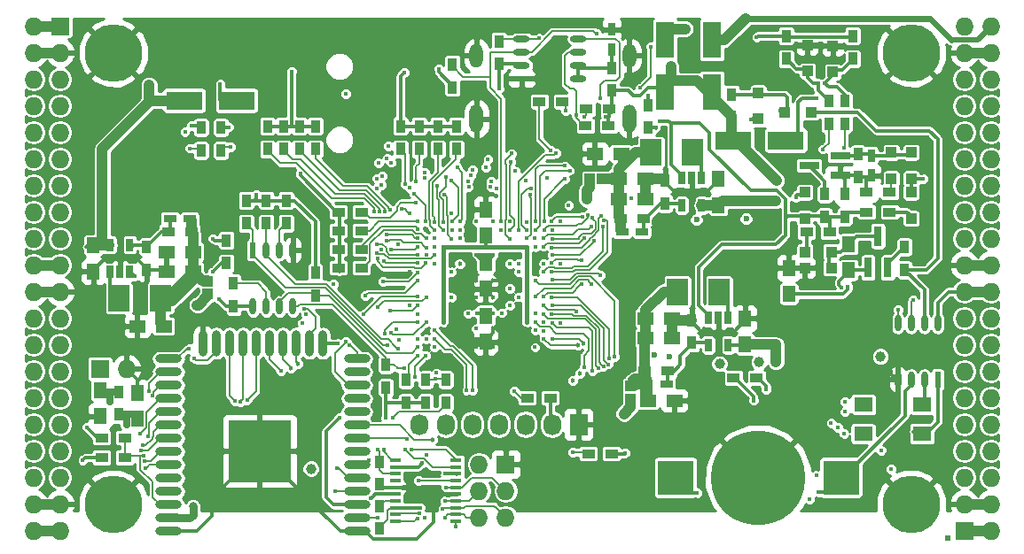
<source format=gbl>
G04 #@! TF.FileFunction,Copper,L4,Bot,Signal*
%FSLAX46Y46*%
G04 Gerber Fmt 4.6, Leading zero omitted, Abs format (unit mm)*
G04 Created by KiCad (PCBNEW 4.0.7+dfsg1-1) date Wed Nov 15 16:27:29 2017*
%MOMM*%
%LPD*%
G01*
G04 APERTURE LIST*
%ADD10C,0.100000*%
%ADD11R,1.727200X1.727200*%
%ADD12O,1.727200X1.727200*%
%ADD13R,0.500000X0.500000*%
%ADD14R,0.900000X1.200000*%
%ADD15R,1.000000X1.000000*%
%ADD16O,2.500000X0.900000*%
%ADD17O,0.900000X2.500000*%
%ADD18R,6.000000X6.000000*%
%ADD19R,1.800000X3.500000*%
%ADD20R,2.000000X2.500000*%
%ADD21R,0.700000X1.200000*%
%ADD22R,1.250000X1.500000*%
%ADD23R,1.500000X1.250000*%
%ADD24R,0.800000X1.900000*%
%ADD25R,1.900000X0.800000*%
%ADD26R,1.200000X0.750000*%
%ADD27R,0.750000X1.200000*%
%ADD28R,1.200000X0.900000*%
%ADD29C,5.500000*%
%ADD30R,1.000000X0.400000*%
%ADD31R,1.727200X2.032000*%
%ADD32O,1.727200X2.032000*%
%ADD33R,1.800000X1.400000*%
%ADD34R,3.500000X1.800000*%
%ADD35R,3.500000X3.300000*%
%ADD36C,9.000000*%
%ADD37O,1.300000X2.700000*%
%ADD38O,1.300000X2.300000*%
%ADD39R,0.600000X1.550000*%
%ADD40O,0.600000X1.550000*%
%ADD41R,1.550000X0.600000*%
%ADD42O,1.550000X0.600000*%
%ADD43C,0.600000*%
%ADD44C,0.400000*%
%ADD45C,1.000000*%
%ADD46C,0.454000*%
%ADD47C,0.800000*%
%ADD48C,0.700000*%
%ADD49C,0.190000*%
%ADD50C,0.300000*%
%ADD51C,1.000000*%
%ADD52C,0.600000*%
%ADD53C,0.500000*%
%ADD54C,0.800000*%
%ADD55C,0.700000*%
%ADD56C,0.400000*%
%ADD57C,0.200000*%
%ADD58C,1.500000*%
%ADD59C,0.127000*%
%ADD60C,1.200000*%
%ADD61C,0.254000*%
G04 APERTURE END LIST*
D10*
D11*
X97910000Y-62690000D03*
D12*
X95370000Y-62690000D03*
X97910000Y-65230000D03*
X95370000Y-65230000D03*
X97910000Y-67770000D03*
X95370000Y-67770000D03*
X97910000Y-70310000D03*
X95370000Y-70310000D03*
X97910000Y-72850000D03*
X95370000Y-72850000D03*
X97910000Y-75390000D03*
X95370000Y-75390000D03*
X97910000Y-77930000D03*
X95370000Y-77930000D03*
X97910000Y-80470000D03*
X95370000Y-80470000D03*
X97910000Y-83010000D03*
X95370000Y-83010000D03*
X97910000Y-85550000D03*
X95370000Y-85550000D03*
X97910000Y-88090000D03*
X95370000Y-88090000D03*
X97910000Y-90630000D03*
X95370000Y-90630000D03*
X97910000Y-93170000D03*
X95370000Y-93170000D03*
X97910000Y-95710000D03*
X95370000Y-95710000D03*
X97910000Y-98250000D03*
X95370000Y-98250000D03*
X97910000Y-100790000D03*
X95370000Y-100790000D03*
X97910000Y-103330000D03*
X95370000Y-103330000D03*
X97910000Y-105870000D03*
X95370000Y-105870000D03*
X97910000Y-108410000D03*
X95370000Y-108410000D03*
X97910000Y-110950000D03*
X95370000Y-110950000D03*
D13*
X182675150Y-111637626D03*
D14*
X103498000Y-99858000D03*
X103498000Y-97658000D03*
D15*
X152393000Y-97142000D03*
X152393000Y-98342000D03*
D16*
X126260434Y-111030338D03*
X126260434Y-109760338D03*
X126260434Y-108490338D03*
X126260434Y-107220338D03*
X126260434Y-105950338D03*
X126260434Y-104680338D03*
X126260434Y-103410338D03*
X126260434Y-102140338D03*
X126260434Y-100870338D03*
X126260434Y-99600338D03*
X126260434Y-98330338D03*
X126260434Y-97060338D03*
X126260434Y-95790338D03*
X126260434Y-94520338D03*
D17*
X122975434Y-93030338D03*
X121705434Y-93030338D03*
X120435434Y-93030338D03*
X119165434Y-93030338D03*
X117895434Y-93030338D03*
X116625434Y-93030338D03*
X115355434Y-93030338D03*
X114085434Y-93030338D03*
X112815434Y-93030338D03*
X111545434Y-93030338D03*
D16*
X108260434Y-94520338D03*
X108260434Y-95790338D03*
X108260434Y-97060338D03*
X108260434Y-98330338D03*
X108260434Y-99600338D03*
X108260434Y-100870338D03*
X108260434Y-102140338D03*
X108260434Y-103410338D03*
X108260434Y-104680338D03*
X108260434Y-105950338D03*
X108260434Y-107220338D03*
X108260434Y-108490338D03*
X108260434Y-109760338D03*
X108260434Y-111030338D03*
D18*
X116960434Y-103330338D03*
D19*
X155695000Y-69000000D03*
X155695000Y-64000000D03*
D14*
X154044000Y-72426000D03*
X154044000Y-70226000D03*
D20*
X160870000Y-88090000D03*
X156870000Y-88090000D03*
D21*
X159825000Y-90600000D03*
X160775000Y-90600000D03*
X161725000Y-90600000D03*
X161725000Y-93200000D03*
X159825000Y-93200000D03*
D20*
X158330000Y-74755000D03*
X154330000Y-74755000D03*
D21*
X157285000Y-77235000D03*
X158235000Y-77235000D03*
X159185000Y-77235000D03*
X159185000Y-79835000D03*
X157285000Y-79835000D03*
D20*
X103530000Y-88725000D03*
X107530000Y-88725000D03*
D21*
X104575000Y-86215000D03*
X103625000Y-86215000D03*
X102675000Y-86215000D03*
X102675000Y-83615000D03*
X104575000Y-83615000D03*
D22*
X101085000Y-83665000D03*
X101085000Y-86165000D03*
D23*
X153810000Y-90630000D03*
X156310000Y-90630000D03*
X153810000Y-92535000D03*
X156310000Y-92535000D03*
D22*
X163315000Y-93150000D03*
X163315000Y-90650000D03*
D23*
X151270000Y-79200000D03*
X153770000Y-79200000D03*
X151270000Y-77295000D03*
X153770000Y-77295000D03*
D22*
X160775000Y-79815000D03*
X160775000Y-77315000D03*
D23*
X110590000Y-84280000D03*
X108090000Y-84280000D03*
X110590000Y-86185000D03*
X108090000Y-86185000D03*
D22*
X173221000Y-86038000D03*
X173221000Y-83538000D03*
D24*
X176965000Y-85780000D03*
X175065000Y-85780000D03*
X176015000Y-82780000D03*
D25*
X172435000Y-75075000D03*
X172435000Y-76975000D03*
X169435000Y-76025000D03*
D26*
X153910000Y-96910000D03*
X155810000Y-96910000D03*
X151570000Y-82375000D03*
X153470000Y-82375000D03*
X110290000Y-81105000D03*
X108390000Y-81105000D03*
D27*
X175380000Y-75075000D03*
X175380000Y-76975000D03*
D28*
X169200000Y-82375000D03*
X171400000Y-82375000D03*
D14*
X172840000Y-80935000D03*
X172840000Y-78735000D03*
D28*
X177115000Y-80470000D03*
X174915000Y-80470000D03*
D14*
X174110000Y-74925000D03*
X174110000Y-77125000D03*
X178555000Y-83815000D03*
X178555000Y-86015000D03*
X113785000Y-83180000D03*
X113785000Y-85380000D03*
X170935000Y-80935000D03*
X170935000Y-78735000D03*
X128390000Y-108580000D03*
X128390000Y-110780000D03*
D28*
X150572000Y-103584000D03*
X148372000Y-103584000D03*
X177115000Y-78565000D03*
X174915000Y-78565000D03*
X153760000Y-95640000D03*
X155960000Y-95640000D03*
X110440000Y-82375000D03*
X108240000Y-82375000D03*
X151420000Y-81105000D03*
X153620000Y-81105000D03*
D14*
X158235000Y-90800000D03*
X158235000Y-93000000D03*
X106165000Y-86015000D03*
X106165000Y-83815000D03*
X155695000Y-77465000D03*
X155695000Y-79665000D03*
D28*
X126696000Y-85804000D03*
X124496000Y-85804000D03*
X126696000Y-84026000D03*
X124496000Y-84026000D03*
X126696000Y-82248000D03*
X124496000Y-82248000D03*
X126696000Y-80470000D03*
X124496000Y-80470000D03*
D14*
X130422000Y-74458000D03*
X130422000Y-72258000D03*
X132200000Y-74458000D03*
X132200000Y-72258000D03*
X133978000Y-74458000D03*
X133978000Y-72258000D03*
X135756000Y-74458000D03*
X135756000Y-72258000D03*
D27*
X150589600Y-64910000D03*
X150589600Y-63010000D03*
D11*
X184270000Y-110950000D03*
D12*
X186810000Y-110950000D03*
X184270000Y-108410000D03*
X186810000Y-108410000D03*
X184270000Y-105870000D03*
X186810000Y-105870000D03*
X184270000Y-103330000D03*
X186810000Y-103330000D03*
X184270000Y-100790000D03*
X186810000Y-100790000D03*
X184270000Y-98250000D03*
X186810000Y-98250000D03*
X184270000Y-95710000D03*
X186810000Y-95710000D03*
X184270000Y-93170000D03*
X186810000Y-93170000D03*
X184270000Y-90630000D03*
X186810000Y-90630000D03*
X184270000Y-88090000D03*
X186810000Y-88090000D03*
X184270000Y-85550000D03*
X186810000Y-85550000D03*
X184270000Y-83010000D03*
X186810000Y-83010000D03*
X184270000Y-80470000D03*
X186810000Y-80470000D03*
X184270000Y-77930000D03*
X186810000Y-77930000D03*
X184270000Y-75390000D03*
X186810000Y-75390000D03*
X184270000Y-72850000D03*
X186810000Y-72850000D03*
X184270000Y-70310000D03*
X186810000Y-70310000D03*
X184270000Y-67770000D03*
X186810000Y-67770000D03*
X184270000Y-65230000D03*
X186810000Y-65230000D03*
X184270000Y-62690000D03*
X186810000Y-62690000D03*
D29*
X102990000Y-108410000D03*
X179190000Y-108410000D03*
X179190000Y-65230000D03*
X102990000Y-65230000D03*
D14*
X162045000Y-71410000D03*
X162045000Y-69210000D03*
X139820000Y-66330000D03*
X139820000Y-64130000D03*
X135375000Y-68532000D03*
X135375000Y-66332000D03*
X150615000Y-68870000D03*
X150615000Y-66670000D03*
D28*
X150275000Y-72215000D03*
X148075000Y-72215000D03*
X150380000Y-70600000D03*
X148180000Y-70600000D03*
D30*
X135735000Y-104215000D03*
X135735000Y-104865000D03*
X135735000Y-105515000D03*
X135735000Y-106165000D03*
X135735000Y-106815000D03*
X135735000Y-107465000D03*
X135735000Y-108115000D03*
X135735000Y-108765000D03*
X135735000Y-109415000D03*
X135735000Y-110065000D03*
X129935000Y-110065000D03*
X129935000Y-109415000D03*
X129935000Y-108765000D03*
X129935000Y-108115000D03*
X129935000Y-107465000D03*
X129935000Y-106815000D03*
X129935000Y-106165000D03*
X129935000Y-105515000D03*
X129935000Y-104865000D03*
X129935000Y-104215000D03*
D14*
X119500000Y-79370000D03*
X119500000Y-81570000D03*
X114480000Y-89500000D03*
X114480000Y-87300000D03*
X129025000Y-97275000D03*
X129025000Y-95075000D03*
X117595000Y-79370000D03*
X117595000Y-81570000D03*
X122280000Y-86300000D03*
X122280000Y-88500000D03*
X115690000Y-79370000D03*
X115690000Y-81570000D03*
D28*
X144730000Y-98250000D03*
X142530000Y-98250000D03*
D14*
X132835000Y-98715000D03*
X132835000Y-96515000D03*
X130930000Y-98715000D03*
X130930000Y-96515000D03*
D28*
X101890000Y-103965000D03*
X104090000Y-103965000D03*
D11*
X101720000Y-95456000D03*
D12*
X104260000Y-95456000D03*
D28*
X104090000Y-102060000D03*
X101890000Y-102060000D03*
D22*
X167506000Y-88324000D03*
X167506000Y-85824000D03*
D28*
X164415000Y-96345000D03*
X162215000Y-96345000D03*
D14*
X167252000Y-65822000D03*
X167252000Y-63622000D03*
D11*
X140455000Y-104600000D03*
D12*
X137915000Y-104600000D03*
X140455000Y-107140000D03*
X137915000Y-107140000D03*
X140455000Y-109680000D03*
X137915000Y-109680000D03*
D22*
X138550000Y-90396000D03*
X138550000Y-92896000D03*
X138550000Y-82736000D03*
X138550000Y-80236000D03*
X138550000Y-85316000D03*
X138550000Y-87816000D03*
X101720000Y-97508000D03*
X101720000Y-100008000D03*
D14*
X113277000Y-74585000D03*
X113277000Y-72385000D03*
X111372000Y-74585000D03*
X111372000Y-72385000D03*
X172840000Y-72045000D03*
X172840000Y-69845000D03*
X171316000Y-72045000D03*
X171316000Y-69845000D03*
D31*
X147440000Y-100790000D03*
D32*
X144900000Y-100790000D03*
X142360000Y-100790000D03*
X139820000Y-100790000D03*
X137280000Y-100790000D03*
X134740000Y-100790000D03*
X132200000Y-100790000D03*
D33*
X180212000Y-98882000D03*
X174612000Y-98882000D03*
X174612000Y-101682000D03*
X180212000Y-101682000D03*
D22*
X105276000Y-100262000D03*
X105276000Y-97762000D03*
D34*
X109761000Y-69802000D03*
X114761000Y-69802000D03*
X167212000Y-73612000D03*
X162212000Y-73612000D03*
D19*
X160140000Y-64000000D03*
X160140000Y-69000000D03*
D23*
X154064000Y-98504000D03*
X156564000Y-98504000D03*
X107796000Y-91392000D03*
X105296000Y-91392000D03*
X151484000Y-74882000D03*
X148984000Y-74882000D03*
D14*
X173602000Y-65822000D03*
X173602000Y-63622000D03*
X134740000Y-96515000D03*
X134740000Y-98715000D03*
D35*
X172485000Y-105870000D03*
X156685000Y-105870000D03*
D36*
X164585000Y-105870000D03*
D15*
X169284000Y-66988000D03*
X169284000Y-64488000D03*
X171697000Y-67081000D03*
X171697000Y-64581000D03*
X169050000Y-84280000D03*
X171550000Y-84280000D03*
X179190000Y-81085000D03*
X179190000Y-78585000D03*
X169030000Y-81085000D03*
X169030000Y-78585000D03*
X171550000Y-85804000D03*
X169050000Y-85804000D03*
X179190000Y-77275000D03*
X179190000Y-74775000D03*
X177285000Y-74775000D03*
X177285000Y-77275000D03*
X167145000Y-70945000D03*
X169645000Y-70945000D03*
X164585000Y-69060000D03*
X164585000Y-71560000D03*
X112007000Y-87109000D03*
X112007000Y-88309000D03*
X149691000Y-77295000D03*
X148491000Y-77295000D03*
D14*
X128390000Y-106546000D03*
X128390000Y-104346000D03*
X117722000Y-74458000D03*
X117722000Y-72258000D03*
X119246000Y-74458000D03*
X119246000Y-72258000D03*
X120770000Y-74458000D03*
X120770000Y-72258000D03*
X122294000Y-74458000D03*
X122294000Y-72258000D03*
D28*
X145880000Y-69900000D03*
X143680000Y-69900000D03*
D37*
X152280000Y-71550000D03*
X137680000Y-71550000D03*
D38*
X137680000Y-65500000D03*
X152280000Y-65500000D03*
D39*
X181730000Y-96505000D03*
D40*
X180460000Y-96505000D03*
X179190000Y-96505000D03*
X177920000Y-96505000D03*
X177920000Y-91105000D03*
X179190000Y-91105000D03*
X180460000Y-91105000D03*
X181730000Y-91105000D03*
D41*
X141980000Y-67706500D03*
D42*
X141980000Y-66436500D03*
X141980000Y-65166500D03*
X141980000Y-63896500D03*
X147380000Y-63896500D03*
X147380000Y-65166500D03*
X147380000Y-66436500D03*
X147380000Y-67706500D03*
D39*
X116325000Y-84120000D03*
D40*
X117595000Y-84120000D03*
X118865000Y-84120000D03*
X120135000Y-84120000D03*
X120135000Y-89520000D03*
X118865000Y-89520000D03*
X117595000Y-89520000D03*
X116325000Y-89520000D03*
D43*
X123437000Y-108972000D03*
D44*
X132871770Y-84533979D03*
X132862998Y-82124544D03*
X131278306Y-86213101D03*
X135281276Y-80583119D03*
X131279502Y-89407325D03*
X170309539Y-85441529D03*
X145698456Y-91073766D03*
D43*
X156262773Y-81349374D03*
X154657528Y-81463649D03*
D45*
X158233687Y-94760979D03*
D44*
X145672808Y-85396062D03*
X144103186Y-84622010D03*
X133216000Y-107465000D03*
X137680000Y-88600000D03*
X142480000Y-95000000D03*
X141680000Y-92600000D03*
X140836000Y-84534000D03*
X135284627Y-94985297D03*
X135288625Y-94225619D03*
X134455822Y-94267172D03*
X136095958Y-93369652D03*
D46*
X139264636Y-91615205D03*
D45*
X116880503Y-64802940D03*
X106974809Y-64953974D03*
X175210328Y-64948943D03*
X165417246Y-64954666D03*
D44*
X175495631Y-71457432D03*
X145680000Y-94177990D03*
X177285000Y-95710000D03*
D45*
X177229911Y-82281349D03*
D43*
X164741832Y-81130572D03*
X161067993Y-81216119D03*
D45*
X162992748Y-94820185D03*
D44*
X140880000Y-81400000D03*
X136085174Y-89394826D03*
X145680000Y-81400000D03*
X140874194Y-91433353D03*
X142480000Y-94200000D03*
X140880000Y-93400000D03*
X139280000Y-93400000D03*
X137680000Y-93400000D03*
X136880000Y-92600000D03*
X135280000Y-92600000D03*
X132880000Y-91800000D03*
X132880000Y-93400000D03*
D46*
X141042859Y-86994997D03*
X139280000Y-87000000D03*
X136110990Y-86995403D03*
X137680000Y-87000000D03*
X136080000Y-84600000D03*
X139280000Y-88600000D03*
D44*
X127586603Y-107875044D03*
D45*
X166343357Y-77477990D03*
D44*
X172564535Y-87722010D03*
D45*
X121861867Y-105030174D03*
D44*
X150030853Y-71331848D03*
D45*
X156235582Y-66548363D03*
X166248957Y-79408030D03*
X101932065Y-82585048D03*
X106417803Y-68312483D03*
X166280000Y-94800000D03*
X157600000Y-62944000D03*
X176254940Y-94288458D03*
D44*
X180340784Y-77316932D03*
X109828000Y-72830000D03*
D43*
X154683145Y-94115840D03*
D44*
X148271935Y-77777990D03*
D47*
X110593913Y-108636458D03*
D45*
X160884708Y-94994498D03*
D43*
X156077107Y-94326957D03*
D44*
X173137949Y-87594275D03*
D45*
X148202454Y-79278787D03*
D48*
X102710050Y-98594954D03*
D44*
X154794000Y-72426000D03*
X129005202Y-100174798D03*
X137659051Y-91638034D03*
X139820000Y-68665673D03*
X172834633Y-99599920D03*
X172879922Y-98618650D03*
X176305593Y-103279812D03*
X165349214Y-97422919D03*
X164433885Y-63737451D03*
X134079160Y-66786153D03*
X116654336Y-78777990D03*
D43*
X163422030Y-81120665D03*
X158680000Y-81210838D03*
D44*
X112515000Y-83010000D03*
X100080000Y-104200000D03*
X113080000Y-88800000D03*
D45*
X164653770Y-94825547D03*
D44*
X135273306Y-88618602D03*
X139272517Y-84611349D03*
X137680556Y-84534085D03*
X141680000Y-86200000D03*
X135280000Y-86200000D03*
X132880000Y-92600000D03*
X132080000Y-92600000D03*
X141680000Y-88600000D03*
X141680000Y-85400000D03*
X121401947Y-90251871D03*
X129988160Y-91721995D03*
X130302262Y-92700329D03*
X121041200Y-91125073D03*
D45*
X110991000Y-89360000D03*
D44*
X142480000Y-91000000D03*
X142480000Y-83800000D03*
X134480000Y-83800000D03*
X134480000Y-91000000D03*
X125193541Y-69156848D03*
X105037711Y-86632990D03*
X155149360Y-71764535D03*
X170182962Y-69571012D03*
X170362901Y-107286196D03*
X158716651Y-107325176D03*
X128216338Y-109760338D03*
X132708000Y-109680000D03*
X137295592Y-97538017D03*
X134750646Y-106810513D03*
X133680000Y-91800000D03*
X136740903Y-97514503D03*
X134675868Y-108131585D03*
D46*
X133449289Y-102232615D03*
D44*
X133680000Y-92600000D03*
X132936956Y-103711000D03*
X127385678Y-104203668D03*
X133685482Y-93402296D03*
X134463998Y-108841973D03*
X131039072Y-102187000D03*
X131808905Y-96227367D03*
X134636872Y-109719950D03*
X132846234Y-94197073D03*
X120834553Y-76779094D03*
X130761990Y-67119621D03*
X147186000Y-71200000D03*
X147983153Y-71347080D03*
X149475951Y-69619684D03*
X153297112Y-68608292D03*
X177926984Y-89812061D03*
X154329326Y-64643767D03*
X152497066Y-79193467D03*
X146481406Y-79819384D03*
X143650666Y-63862520D03*
X179351513Y-88868327D03*
X149134122Y-63424051D03*
X140035989Y-81400000D03*
X115759823Y-98502036D03*
X132083026Y-86260405D03*
X128776655Y-87135140D03*
X119008515Y-95662939D03*
D46*
X119978162Y-95412951D03*
X120634035Y-94977604D03*
D44*
X113212238Y-68244401D03*
X146180000Y-70800000D03*
X131453853Y-103208291D03*
X149771692Y-81825658D03*
X144080000Y-86200000D03*
X149520824Y-86534121D03*
X144894316Y-86977564D03*
X144873936Y-83860397D03*
X149549750Y-80868432D03*
D46*
X147355672Y-93219294D03*
D44*
X144113248Y-92588762D03*
X144875155Y-86218896D03*
X149846468Y-81303978D03*
X144916886Y-83016385D03*
X148719886Y-81056015D03*
D46*
X147915304Y-93063131D03*
D44*
X144882352Y-92577990D03*
X148747982Y-95669626D03*
X144891634Y-91073766D03*
X149795895Y-95251084D03*
X144867244Y-90229755D03*
X150278898Y-95040253D03*
X144892596Y-89385743D03*
X150345974Y-94517527D03*
X144877648Y-88622010D03*
X150889207Y-94332565D03*
X143280000Y-87000000D03*
X130807074Y-95454141D03*
X130171404Y-93544341D03*
X132080000Y-93400000D03*
X129196652Y-93209125D03*
X133852393Y-95875797D03*
X141280000Y-97600000D03*
X133762848Y-96395146D03*
X132080000Y-94200000D03*
X128610772Y-84072485D03*
X105895603Y-103765816D03*
X130839486Y-103208291D03*
X132075624Y-89410644D03*
X129449238Y-89926948D03*
X128806823Y-103185900D03*
X128251440Y-89564206D03*
X132162861Y-106185868D03*
X132880000Y-88600000D03*
X124329568Y-104994951D03*
X127040053Y-88481065D03*
X132080000Y-87000000D03*
X125499542Y-93250681D03*
X124202418Y-107207639D03*
X132024412Y-109766775D03*
X110313517Y-74380698D03*
X132219727Y-109277292D03*
X114166000Y-74247000D03*
X135315381Y-81391918D03*
X135280062Y-77463305D03*
X134471370Y-81406751D03*
X134758050Y-77130140D03*
X132761172Y-77202673D03*
X132737245Y-76676207D03*
X128644933Y-77050030D03*
X128152012Y-77257840D03*
X128125571Y-78233647D03*
X110718734Y-94451783D03*
X128590544Y-77894041D03*
X110249038Y-93533767D03*
X106368514Y-97613395D03*
X131253134Y-78134216D03*
X132783339Y-81400004D03*
X106741168Y-98035405D03*
X131709326Y-78745875D03*
X132079024Y-82984045D03*
X129109095Y-82655074D03*
X105572759Y-101661319D03*
X132880889Y-83897835D03*
X129054383Y-83179239D03*
X106281049Y-101893466D03*
X129487667Y-84079929D03*
X132083682Y-83828056D03*
X105813763Y-102819336D03*
X132062099Y-84533979D03*
X128165458Y-83528763D03*
X105627254Y-103312241D03*
X128183315Y-84380742D03*
X105992720Y-104283802D03*
X133671942Y-84595200D03*
X132834641Y-85377990D03*
X128203260Y-84907376D03*
X106088753Y-104974041D03*
D46*
X146862501Y-96617499D03*
X147534467Y-95913260D03*
D44*
X147927932Y-95329243D03*
X143280000Y-91000000D03*
X149284391Y-95377990D03*
X144077013Y-90266968D03*
X147207648Y-89973043D03*
X144076240Y-89395301D03*
X143281824Y-90201951D03*
X144102010Y-85397219D03*
X147687522Y-85093328D03*
X144868096Y-85371354D03*
X148610669Y-81900026D03*
X144102010Y-83000000D03*
X144888125Y-82172374D03*
X147695541Y-87377990D03*
X144082832Y-88584510D03*
X148688598Y-87378077D03*
X143278026Y-88595030D03*
X144125486Y-82186468D03*
X148298275Y-80739810D03*
X144876540Y-81328363D03*
X147802234Y-80917812D03*
X139280000Y-81400000D03*
X139578623Y-78205862D03*
X139034115Y-78040948D03*
X139046749Y-77514088D03*
X138580000Y-76200000D03*
X138779198Y-75400762D03*
X137680000Y-81400000D03*
X137308732Y-76415018D03*
X137106948Y-76979922D03*
X136859538Y-77550820D03*
X136922059Y-78097889D03*
X136096392Y-81395070D03*
X135830698Y-76200613D03*
X148878722Y-83261032D03*
X144915665Y-84598743D03*
X148001372Y-82958777D03*
X144103186Y-83777990D03*
X142841210Y-78784254D03*
X142473549Y-82998913D03*
X142864275Y-78217369D03*
X142437464Y-82181475D03*
X146089079Y-77300571D03*
X144144931Y-81387081D03*
X144394875Y-77219934D03*
X146577729Y-76500816D03*
X143281475Y-82206074D03*
X146130802Y-76060132D03*
X143300920Y-81377293D03*
X145255695Y-74817220D03*
X141662690Y-82207782D03*
X142456909Y-81405800D03*
X140030954Y-82200000D03*
X141342967Y-76554996D03*
X141046643Y-74873804D03*
X140864029Y-83041403D03*
X140874966Y-82177164D03*
X140980062Y-75681941D03*
X115149319Y-98625494D03*
X132872609Y-82968555D03*
X132080007Y-82103333D03*
X132080000Y-81400000D03*
X131847310Y-79589886D03*
X130856828Y-77786820D03*
X131923295Y-77584853D03*
X133648389Y-82190597D03*
X133627359Y-81414685D03*
X129477855Y-92000822D03*
X132880000Y-91000000D03*
X128879646Y-92111037D03*
X132077648Y-90977990D03*
X131275302Y-80595752D03*
X130489904Y-80167235D03*
X128823114Y-85153560D03*
X132072985Y-85377990D03*
X134476508Y-82180155D03*
X133942383Y-77980766D03*
X163908850Y-71651861D03*
X135656559Y-110610712D03*
X132468001Y-104503413D03*
X146844288Y-103452739D03*
X132285867Y-108754446D03*
X134707351Y-105508447D03*
D48*
X104260000Y-100790000D03*
D44*
X114604320Y-98573680D03*
X112515000Y-86185000D03*
X164144561Y-98511733D03*
X169506589Y-107953726D03*
X170157734Y-105666345D03*
X170735900Y-74464979D03*
X143257990Y-83000000D03*
X168166438Y-79108038D03*
X151896383Y-103510715D03*
X114039000Y-72342000D03*
X110483000Y-72215000D03*
X143269694Y-93414905D03*
X177274002Y-105079115D03*
X172761273Y-101651681D03*
X143280000Y-91800000D03*
X172193360Y-101105663D03*
X144064831Y-91877646D03*
X171540304Y-100645743D03*
X144080000Y-91000000D03*
X154052298Y-69302298D03*
X128333179Y-75769807D03*
X134613000Y-78819000D03*
X135280000Y-83022010D03*
X135320520Y-82196441D03*
X129493343Y-75737814D03*
X136080000Y-82200000D03*
X129125079Y-75315804D03*
X136080000Y-83000000D03*
X129252218Y-74142461D03*
X142377451Y-77497451D03*
X172746637Y-74347988D03*
X143280000Y-83800000D03*
X170300000Y-68151000D03*
X170950000Y-68125562D03*
X125167387Y-92841517D03*
X121206217Y-89762554D03*
X132082956Y-90210779D03*
X182675150Y-111637626D03*
X124027706Y-87347706D03*
X124027707Y-87347707D03*
X166678914Y-70803555D03*
X129660000Y-100155000D03*
X124580000Y-100155000D03*
X132084049Y-88558274D03*
X126880008Y-90276109D03*
X128280000Y-103200000D03*
X100450000Y-101044000D03*
X120008000Y-67008000D03*
X127889625Y-80407426D03*
X133680000Y-85400000D03*
X130204628Y-83599483D03*
X128416582Y-80399850D03*
X133680000Y-83800000D03*
X128943593Y-80399729D03*
X133680000Y-83000000D03*
X129457990Y-80285112D03*
X144780000Y-74590382D03*
X124453000Y-93043000D03*
X137689001Y-90122990D03*
D45*
X151758000Y-99774000D03*
D44*
X136885174Y-90194826D03*
X140094890Y-90122990D03*
X139280000Y-90122990D03*
X140880000Y-89400000D03*
X140880000Y-87800000D03*
X140880000Y-85400000D03*
D46*
X136080000Y-85400000D03*
D49*
X138029000Y-66332000D02*
X138115000Y-66246000D01*
D50*
X133415999Y-107664999D02*
X133216000Y-107465000D01*
X133612013Y-107861013D02*
X133415999Y-107664999D01*
X131991648Y-111780338D02*
X133612013Y-110159973D01*
X127810434Y-111780338D02*
X131991648Y-111780338D01*
X133612013Y-110159973D02*
X133612013Y-107861013D01*
X127060434Y-111030338D02*
X127810434Y-111780338D01*
X126260434Y-111030338D02*
X127060434Y-111030338D01*
D51*
X184270000Y-108410000D02*
X186810000Y-108410000D01*
X184270000Y-85550000D02*
X186810000Y-85550000D01*
X184270000Y-65230000D02*
X186810000Y-65230000D01*
X95370000Y-65230000D02*
X97910000Y-65230000D01*
X95370000Y-88090000D02*
X97910000Y-88090000D01*
X95370000Y-108410000D02*
X97910000Y-108410000D01*
D50*
X108260434Y-111030338D02*
X109060434Y-111030338D01*
X109060434Y-111030338D02*
X109140772Y-110950000D01*
X110957617Y-110950000D02*
X112380000Y-109527617D01*
X109140772Y-110950000D02*
X110957617Y-110950000D01*
X112380000Y-109527617D02*
X112380000Y-107854384D01*
X112380000Y-107854384D02*
X116904046Y-103330338D01*
X116904046Y-103330338D02*
X116960434Y-103330338D01*
X167506000Y-85824000D02*
X169927068Y-85824000D01*
X169927068Y-85824000D02*
X170109540Y-85641528D01*
X170109540Y-85641528D02*
X170309539Y-85441529D01*
X104260000Y-95456000D02*
X105276000Y-96472000D01*
X105276000Y-96472000D02*
X105276000Y-97762000D01*
X133216000Y-107465000D02*
X132214478Y-107465000D01*
X135735000Y-107465000D02*
X133216000Y-107465000D01*
X132214478Y-107465000D02*
X131572496Y-106823018D01*
X131572496Y-106823018D02*
X129919874Y-106823018D01*
X126260434Y-111030338D02*
X124660659Y-111030338D01*
X124660659Y-111030338D02*
X116960659Y-103330338D01*
X116960659Y-103330338D02*
X116960434Y-103330338D01*
X129935000Y-106815000D02*
X128659000Y-106815000D01*
X128659000Y-106815000D02*
X128390000Y-106546000D01*
X128390000Y-106546000D02*
X128558000Y-106546000D01*
X136126306Y-93400000D02*
X136095958Y-93369652D01*
X136880000Y-92600000D02*
X136110348Y-93369652D01*
X136049652Y-93369652D02*
X136095958Y-93369652D01*
X137680000Y-93400000D02*
X136126306Y-93400000D01*
X135280000Y-92600000D02*
X136049652Y-93369652D01*
X136110348Y-93369652D02*
X136095958Y-93369652D01*
X139264636Y-92054364D02*
X139264636Y-91936231D01*
X139264636Y-91936231D02*
X139264636Y-91615205D01*
X138550000Y-92769000D02*
X139264636Y-92054364D01*
X136880000Y-92600000D02*
X137680000Y-93400000D01*
X136880000Y-92600000D02*
X138381000Y-92600000D01*
X138381000Y-92600000D02*
X138550000Y-92769000D01*
X135280000Y-92600000D02*
X136880000Y-92600000D01*
X138550000Y-92769000D02*
X138649000Y-92769000D01*
X138649000Y-92769000D02*
X139280000Y-93400000D01*
X138550000Y-92769000D02*
X138311000Y-92769000D01*
X138311000Y-92769000D02*
X137680000Y-93400000D01*
X175042385Y-64781000D02*
X175210328Y-64948943D01*
X171697000Y-64781000D02*
X175042385Y-64781000D01*
X165683912Y-64688000D02*
X165417246Y-64954666D01*
X169284000Y-64688000D02*
X165683912Y-64688000D01*
X169284000Y-64688000D02*
X171604000Y-64688000D01*
X171604000Y-64688000D02*
X171697000Y-64781000D01*
X177285000Y-95710000D02*
X177285000Y-95964000D01*
X177285000Y-95964000D02*
X177920000Y-96599000D01*
X102210000Y-84915000D02*
X103625000Y-84915000D01*
X103625000Y-84915000D02*
X105215000Y-84915000D01*
X103625000Y-86215000D02*
X103625000Y-84915000D01*
X105215000Y-84915000D02*
X106165000Y-85865000D01*
X106165000Y-85865000D02*
X106165000Y-86015000D01*
X101085000Y-86165000D02*
X101085000Y-86040000D01*
X101085000Y-86040000D02*
X102210000Y-84915000D01*
X106165000Y-86015000D02*
X107920000Y-86015000D01*
X107920000Y-86015000D02*
X108090000Y-86185000D01*
D51*
X153770000Y-77295000D02*
X155525000Y-77295000D01*
D50*
X155525000Y-77295000D02*
X155695000Y-77465000D01*
D51*
X153770000Y-79200000D02*
X153770000Y-77295000D01*
D50*
X174110000Y-77125000D02*
X174745000Y-77125000D01*
X174745000Y-77125000D02*
X175230000Y-77125000D01*
X174915000Y-78565000D02*
X174915000Y-77295000D01*
X174915000Y-77295000D02*
X174745000Y-77125000D01*
X172840000Y-78735000D02*
X172840000Y-77380000D01*
X172840000Y-77380000D02*
X172435000Y-76975000D01*
X175230000Y-77125000D02*
X175380000Y-76975000D01*
X172435000Y-76975000D02*
X173960000Y-76975000D01*
X173960000Y-76975000D02*
X174110000Y-77125000D01*
X137680000Y-86200000D02*
X137680000Y-86600000D01*
X136080000Y-84600000D02*
X137680000Y-86200000D01*
X159850000Y-78365000D02*
X158235000Y-78365000D01*
X158235000Y-78365000D02*
X156445000Y-78365000D01*
X158235000Y-77235000D02*
X158235000Y-78365000D01*
X160775000Y-77315000D02*
X160775000Y-77440000D01*
X160775000Y-77440000D02*
X159850000Y-78365000D01*
X156445000Y-78365000D02*
X155695000Y-77615000D01*
X155695000Y-77615000D02*
X155695000Y-77465000D01*
D51*
X156310000Y-90630000D02*
X156310000Y-92535000D01*
X158235000Y-90800000D02*
X156480000Y-90800000D01*
D50*
X156480000Y-90800000D02*
X156310000Y-90630000D01*
X163315000Y-90650000D02*
X163315000Y-90834602D01*
X163315000Y-90834602D02*
X162249602Y-91900000D01*
X162249602Y-91900000D02*
X160775000Y-91900000D01*
X101085000Y-86165000D02*
X101085000Y-85929893D01*
X106165000Y-85944374D02*
X106165000Y-86015000D01*
X159185000Y-91900000D02*
X160775000Y-91900000D01*
X160775000Y-90600000D02*
X160775000Y-91900000D01*
X158235000Y-90800000D02*
X158235000Y-90950000D01*
X158235000Y-90950000D02*
X159185000Y-91900000D01*
X108090000Y-84280000D02*
X108090000Y-86185000D01*
X107625000Y-84745000D02*
X108090000Y-84280000D01*
X108070000Y-84260000D02*
X108090000Y-84280000D01*
X141037856Y-87000000D02*
X141042859Y-86994997D01*
X139280000Y-87000000D02*
X141037856Y-87000000D01*
X136432016Y-86995403D02*
X136110990Y-86995403D01*
X137284597Y-86995403D02*
X136432016Y-86995403D01*
X137680000Y-86600000D02*
X137284597Y-86995403D01*
X137680000Y-86600000D02*
X137680000Y-87000000D01*
X127786602Y-107675045D02*
X127586603Y-107875044D01*
X129935000Y-107465000D02*
X127996647Y-107465000D01*
X127996647Y-107465000D02*
X127786602Y-107675045D01*
X150615000Y-68870000D02*
X152180000Y-68870000D01*
X153331001Y-69348999D02*
X152658999Y-69348999D01*
X152658999Y-69348999D02*
X152180000Y-68870000D01*
X154087002Y-68592998D02*
X155287998Y-68592998D01*
X153331001Y-69348999D02*
X154087002Y-68592998D01*
X155287998Y-68592998D02*
X155695000Y-69000000D01*
D51*
X162045000Y-71410000D02*
X162045000Y-73179633D01*
X162045000Y-73179633D02*
X165843358Y-76977991D01*
X165843358Y-76977991D02*
X166343357Y-77477990D01*
D50*
X101085000Y-83665000D02*
X101684316Y-83665000D01*
X101684316Y-83665000D02*
X101913492Y-83435824D01*
D51*
X101913492Y-83435824D02*
X101913492Y-82603621D01*
D50*
X101913492Y-82603621D02*
X101932065Y-82585048D01*
X172296000Y-87453475D02*
X172364536Y-87522011D01*
X172364536Y-87522011D02*
X172564535Y-87722010D01*
X172296000Y-87088000D02*
X172296000Y-87453475D01*
X173221000Y-86038000D02*
X173221000Y-86163000D01*
X173221000Y-86163000D02*
X172296000Y-87088000D01*
X150275000Y-71465000D02*
X150380000Y-71360000D01*
X150380000Y-71360000D02*
X150380000Y-70600000D01*
X150615000Y-70935000D02*
X150615000Y-69995990D01*
X150615000Y-69995990D02*
X150615000Y-68870000D01*
X150313695Y-71331848D02*
X150030853Y-71331848D01*
X150141848Y-71331848D02*
X150030853Y-71331848D01*
X150275000Y-71465000D02*
X150141848Y-71331848D01*
X150275000Y-72215000D02*
X150275000Y-71465000D01*
X160140000Y-69000000D02*
X160140000Y-69850000D01*
X160140000Y-69850000D02*
X161700000Y-71410000D01*
D51*
X156235582Y-67716832D02*
X156235582Y-66548363D01*
X158681338Y-67896338D02*
X156415088Y-67896338D01*
X156415088Y-67896338D02*
X156235582Y-67716832D01*
D50*
X156235582Y-66578582D02*
X156235582Y-66548363D01*
D51*
X160790000Y-79800000D02*
X161181970Y-79408030D01*
X161181970Y-79408030D02*
X165541851Y-79408030D01*
X165541851Y-79408030D02*
X166248957Y-79408030D01*
X101932065Y-81877942D02*
X101932065Y-82585048D01*
X101932065Y-74415935D02*
X101932065Y-81877942D01*
X106407114Y-69940886D02*
X101932065Y-74415935D01*
X106417803Y-69019589D02*
X106417803Y-68312483D01*
X106417803Y-69930197D02*
X106417803Y-69019589D01*
X106407114Y-69940886D02*
X106417803Y-69930197D01*
X166280000Y-93150000D02*
X166280000Y-94800000D01*
D50*
X110610000Y-69548000D02*
X110610000Y-69802000D01*
D51*
X109975000Y-69802000D02*
X106546000Y-69802000D01*
X106546000Y-69802000D02*
X106419000Y-69929000D01*
X106419000Y-69929000D02*
X106407114Y-69940886D01*
D50*
X106419000Y-69675000D02*
X106419000Y-69929000D01*
X100572432Y-83665000D02*
X100424079Y-83813353D01*
X101085000Y-83665000D02*
X100572432Y-83665000D01*
X160790000Y-79800000D02*
X160775000Y-79815000D01*
D51*
X163315000Y-93150000D02*
X166280000Y-93150000D01*
D50*
X160775000Y-79940000D02*
X160775000Y-79815000D01*
X164925000Y-93150000D02*
X164240000Y-93150000D01*
X164240000Y-93150000D02*
X163315000Y-93150000D01*
X101085000Y-83665000D02*
X101085000Y-83790000D01*
D51*
X159185000Y-79835000D02*
X160755000Y-79835000D01*
D50*
X160755000Y-79835000D02*
X160775000Y-79815000D01*
X161725000Y-93200000D02*
X163265000Y-93200000D01*
X163265000Y-93200000D02*
X163315000Y-93150000D01*
X173221000Y-86038000D02*
X174807000Y-86038000D01*
X174807000Y-86038000D02*
X175065000Y-85780000D01*
D51*
X101085000Y-83665000D02*
X102625000Y-83665000D01*
D50*
X102625000Y-83665000D02*
X102675000Y-83615000D01*
X161700000Y-71410000D02*
X162045000Y-71410000D01*
D51*
X162045000Y-71410000D02*
X162045000Y-71260000D01*
X162045000Y-71260000D02*
X158681338Y-67896338D01*
D50*
X162045000Y-71753000D02*
X162045000Y-71410000D01*
X155695000Y-64000000D02*
X155695000Y-63368337D01*
X155695000Y-63368337D02*
X156119337Y-62944000D01*
D51*
X156119337Y-62944000D02*
X157600000Y-62944000D01*
X160140000Y-64000000D02*
X161340000Y-64000000D01*
X161340000Y-64000000D02*
X163399217Y-61940783D01*
D52*
X163399217Y-61940783D02*
X180980783Y-61940783D01*
D53*
X185540000Y-63960000D02*
X186810000Y-62690000D01*
D52*
X180980783Y-61940783D02*
X183000000Y-63960000D01*
D53*
X183000000Y-63960000D02*
X185540000Y-63960000D01*
D50*
X179190000Y-77075000D02*
X179431932Y-77316932D01*
X179431932Y-77316932D02*
X180057942Y-77316932D01*
X180057942Y-77316932D02*
X180340784Y-77316932D01*
D51*
X184270000Y-110950000D02*
X186810000Y-110950000D01*
X184270000Y-88090000D02*
X186810000Y-88090000D01*
X95370000Y-62690000D02*
X97910000Y-62690000D01*
X95370000Y-85550000D02*
X97910000Y-85550000D01*
X95370000Y-110950000D02*
X97910000Y-110950000D01*
D50*
X179190000Y-78585000D02*
X179190000Y-77275000D01*
X148471934Y-77577991D02*
X148271935Y-77777990D01*
X148491000Y-77295000D02*
X148491000Y-77558925D01*
X148491000Y-77558925D02*
X148471934Y-77577991D01*
X148202000Y-78022023D02*
X148271935Y-77952088D01*
X148271935Y-77952088D02*
X148271935Y-77777990D01*
X129025000Y-97275000D02*
X129025000Y-98800000D01*
X129025000Y-98800000D02*
X129025000Y-100155000D01*
X130930000Y-98715000D02*
X129110000Y-98715000D01*
X129110000Y-98715000D02*
X129025000Y-98800000D01*
D54*
X110593913Y-109202143D02*
X110593913Y-108636458D01*
X110593913Y-109476859D02*
X110593913Y-109202143D01*
X110310434Y-109760338D02*
X110593913Y-109476859D01*
X108260434Y-109760338D02*
X110310434Y-109760338D01*
D50*
X167506000Y-88324000D02*
X172691066Y-88324000D01*
X172691066Y-88324000D02*
X173137949Y-87877117D01*
X173137949Y-87877117D02*
X173137949Y-87594275D01*
D51*
X148202454Y-78413536D02*
X148202454Y-78571681D01*
X148202000Y-78413082D02*
X148202454Y-78413536D01*
X148202454Y-78571681D02*
X148202454Y-79278787D01*
D55*
X102710050Y-97683950D02*
X102710050Y-98099980D01*
X102736000Y-97658000D02*
X102710050Y-97683950D01*
X102710050Y-98099980D02*
X102710050Y-98594954D01*
X102736000Y-97658000D02*
X101870000Y-97658000D01*
X103498000Y-97658000D02*
X102736000Y-97658000D01*
D50*
X101870000Y-97658000D02*
X101720000Y-97508000D01*
X148202000Y-78413082D02*
X148491000Y-78124082D01*
D51*
X148491000Y-78124082D02*
X148491000Y-77295000D01*
X148202000Y-78413082D02*
X148439744Y-78175338D01*
D50*
X154806000Y-72438000D02*
X154794000Y-72426000D01*
X154044000Y-72426000D02*
X154794000Y-72426000D01*
X129025000Y-100155000D02*
X129005202Y-100174798D01*
X129025000Y-97275000D02*
X129025000Y-98175000D01*
X132835000Y-98715000D02*
X130930000Y-98715000D01*
X173602000Y-63706000D02*
X167336000Y-63706000D01*
X167336000Y-63706000D02*
X167252000Y-63622000D01*
X167252000Y-63622000D02*
X164549336Y-63622000D01*
X164549336Y-63622000D02*
X164433885Y-63737451D01*
X138550000Y-85042000D02*
X138188471Y-85042000D01*
X138188471Y-85042000D02*
X137680556Y-84534085D01*
X138550000Y-85042000D02*
X138841866Y-85042000D01*
X138841866Y-85042000D02*
X139272517Y-84611349D01*
X137680556Y-84534085D02*
X139195253Y-84534085D01*
X139195253Y-84534085D02*
X139272517Y-84611349D01*
X139820000Y-66330000D02*
X139820000Y-68665673D01*
X165349214Y-97129214D02*
X165349214Y-97422919D01*
X164565000Y-96345000D02*
X165349214Y-97129214D01*
X164415000Y-96345000D02*
X164565000Y-96345000D01*
X134079160Y-67068995D02*
X134079160Y-66786153D01*
X134079160Y-67086160D02*
X134079160Y-67068995D01*
X135375000Y-68382000D02*
X134079160Y-67086160D01*
X135375000Y-68532000D02*
X135375000Y-68382000D01*
X116654336Y-79155664D02*
X116654336Y-79060832D01*
X115690000Y-79370000D02*
X116440000Y-79370000D01*
X116440000Y-79370000D02*
X116654336Y-79155664D01*
X116654336Y-79060832D02*
X116654336Y-78777990D01*
X181730000Y-89106000D02*
X182746000Y-88090000D01*
X182746000Y-88090000D02*
X184270000Y-88090000D01*
X181730000Y-91011000D02*
X181730000Y-89106000D01*
X144730000Y-98250000D02*
X144730000Y-99266000D01*
X144730000Y-99266000D02*
X144730000Y-99400000D01*
X144730000Y-99400000D02*
X144730000Y-100620000D01*
X113785000Y-83180000D02*
X112685000Y-83180000D01*
X112685000Y-83180000D02*
X112515000Y-83010000D01*
X122280000Y-86300000D02*
X122280000Y-81400000D01*
X122280000Y-81400000D02*
X120250000Y-79370000D01*
X120250000Y-79370000D02*
X119500000Y-79370000D01*
X100315000Y-103965000D02*
X100080000Y-104200000D01*
X101890000Y-103965000D02*
X100315000Y-103965000D01*
X117595000Y-79370000D02*
X119500000Y-79370000D01*
X115690000Y-79370000D02*
X117595000Y-79370000D01*
X114480000Y-89500000D02*
X113780000Y-89500000D01*
X113780000Y-89500000D02*
X113080000Y-88800000D01*
X114480000Y-89500000D02*
X116305000Y-89500000D01*
X116305000Y-89500000D02*
X116325000Y-89520000D01*
X144900000Y-98250000D02*
X144730000Y-98250000D01*
X144730000Y-100620000D02*
X144900000Y-100790000D01*
X139820000Y-66330000D02*
X141875000Y-66330000D01*
X141875000Y-66330000D02*
X141980000Y-66435000D01*
X156010000Y-95710000D02*
X156524914Y-95710000D01*
X156524914Y-95710000D02*
X157145126Y-95089788D01*
X157145126Y-95089788D02*
X157145126Y-94239874D01*
X157145126Y-94239874D02*
X158235000Y-93150000D01*
X158235000Y-93150000D02*
X158235000Y-93000000D01*
X155960000Y-95640000D02*
X155960000Y-96760000D01*
X155960000Y-96760000D02*
X155810000Y-96910000D01*
X158235000Y-93000000D02*
X159625000Y-93000000D01*
X159625000Y-93000000D02*
X159825000Y-93200000D01*
D51*
X112007000Y-88471000D02*
X111118000Y-89360000D01*
X111118000Y-89360000D02*
X110991000Y-89360000D01*
D50*
X112007000Y-88359000D02*
X112007000Y-88471000D01*
D56*
X137480000Y-83800000D02*
X138550000Y-83800000D01*
X138550000Y-83800000D02*
X142480000Y-83800000D01*
D50*
X138550000Y-83298000D02*
X138550000Y-83800000D01*
D56*
X134480000Y-83800000D02*
X137480000Y-83800000D01*
X142480000Y-83800000D02*
X142480000Y-91000000D01*
X134480000Y-91000000D02*
X134480000Y-83800000D01*
D50*
X167183550Y-81105000D02*
X167183550Y-82681450D01*
X166265000Y-83600000D02*
X161080000Y-83600000D01*
X167183550Y-82681450D02*
X166265000Y-83600000D01*
X161080000Y-83600000D02*
X158880000Y-85800000D01*
X158880000Y-85800000D02*
X158880000Y-89400000D01*
X158880000Y-89400000D02*
X159825000Y-90345000D01*
X159825000Y-90345000D02*
X159825000Y-90600000D01*
X156280000Y-72000000D02*
X159003987Y-72000000D01*
X159003987Y-72000000D02*
X159926293Y-72922306D01*
X159926293Y-72922306D02*
X159926293Y-74478638D01*
X159926293Y-74478638D02*
X163850815Y-78403160D01*
X167183550Y-79228973D02*
X167183550Y-81105000D01*
X163850815Y-78403160D02*
X166357737Y-78403160D01*
X166357737Y-78403160D02*
X167183550Y-79228973D01*
X104619721Y-86215000D02*
X104837712Y-86432991D01*
X104575000Y-86215000D02*
X104619721Y-86215000D01*
X104837712Y-86432991D02*
X105037711Y-86632990D01*
X156280000Y-72000000D02*
X156044535Y-71764535D01*
X156044535Y-71764535D02*
X155432202Y-71764535D01*
X155432202Y-71764535D02*
X155149360Y-71764535D01*
X169030000Y-80885000D02*
X167403550Y-80885000D01*
X167403550Y-80885000D02*
X167183550Y-81105000D01*
X156280000Y-75980000D02*
X156280000Y-72000000D01*
X157285000Y-77235000D02*
X157285000Y-76985000D01*
X157285000Y-76985000D02*
X156280000Y-75980000D01*
X168980000Y-80885000D02*
X169030000Y-80885000D01*
X169030000Y-80885000D02*
X170885000Y-80885000D01*
X170885000Y-80885000D02*
X170935000Y-80935000D01*
X170935000Y-80935000D02*
X171570000Y-80935000D01*
X171570000Y-80935000D02*
X172840000Y-80935000D01*
X171400000Y-82375000D02*
X171400000Y-81105000D01*
X171400000Y-81105000D02*
X171570000Y-80935000D01*
X174915000Y-80470000D02*
X173305000Y-80470000D01*
X173305000Y-80470000D02*
X172840000Y-80935000D01*
X155210000Y-79665000D02*
X155695000Y-79665000D01*
X153620000Y-81105000D02*
X153770000Y-81105000D01*
X153770000Y-81105000D02*
X155210000Y-79665000D01*
X153620000Y-81105000D02*
X153620000Y-82225000D01*
X153620000Y-82225000D02*
X153470000Y-82375000D01*
X155695000Y-79665000D02*
X157115000Y-79665000D01*
X157115000Y-79665000D02*
X157285000Y-79835000D01*
X155525000Y-79835000D02*
X155695000Y-79665000D01*
X108240000Y-82375000D02*
X107605000Y-82375000D01*
X107605000Y-82375000D02*
X106165000Y-83815000D01*
X104575000Y-83615000D02*
X105965000Y-83615000D01*
X105965000Y-83615000D02*
X106165000Y-83815000D01*
X104775000Y-83815000D02*
X104575000Y-83615000D01*
X108070000Y-82545000D02*
X108240000Y-82375000D01*
X108390000Y-81105000D02*
X108390000Y-82225000D01*
X108390000Y-82225000D02*
X108240000Y-82375000D01*
X168141000Y-73485000D02*
X168402683Y-73223317D01*
X168402683Y-73223317D02*
X168402683Y-69932420D01*
X168402683Y-69932420D02*
X168764091Y-69571012D01*
X168764091Y-69571012D02*
X169900120Y-69571012D01*
X169900120Y-69571012D02*
X170182962Y-69571012D01*
X170645743Y-107286196D02*
X170362901Y-107286196D01*
X171252736Y-107286196D02*
X170645743Y-107286196D01*
X178585200Y-99953732D02*
X171252736Y-107286196D01*
X178585200Y-97635600D02*
X178585200Y-99953732D01*
X179190000Y-97030800D02*
X178585200Y-97635600D01*
X179190000Y-96599000D02*
X179190000Y-97030800D01*
X158433809Y-107325176D02*
X158716651Y-107325176D01*
X158140176Y-107325176D02*
X158433809Y-107325176D01*
X156685000Y-105870000D02*
X158140176Y-107325176D01*
D49*
X126260434Y-109760338D02*
X128216338Y-109760338D01*
X126260434Y-109760338D02*
X127060434Y-109760338D01*
X127060434Y-109760338D02*
X127107096Y-109807000D01*
X137295592Y-97255175D02*
X137295592Y-97538017D01*
X135181878Y-93301878D02*
X135425772Y-93301878D01*
X135425772Y-93301878D02*
X137295592Y-95171698D01*
X133680000Y-91800000D02*
X135181878Y-93301878D01*
X137295592Y-95171698D02*
X137295592Y-97255175D01*
X137254415Y-105873269D02*
X139188269Y-105873269D01*
X139188269Y-105873269D02*
X140455000Y-107140000D01*
X135735000Y-106856777D02*
X135718950Y-106872827D01*
X135718950Y-106872827D02*
X135656636Y-106810513D01*
X135656636Y-106810513D02*
X135033488Y-106810513D01*
X135033488Y-106810513D02*
X134750646Y-106810513D01*
X137254415Y-105873269D02*
X136254857Y-106872827D01*
X135735000Y-106815000D02*
X135735000Y-106856777D01*
X136254857Y-106872827D02*
X135718950Y-106872827D01*
X133449289Y-102232615D02*
X131722624Y-102232615D01*
X127700434Y-100870338D02*
X126260434Y-100870338D01*
X131722624Y-102232615D02*
X130360347Y-100870338D01*
X130360347Y-100870338D02*
X127700434Y-100870338D01*
X134698889Y-93618889D02*
X135294462Y-93618889D01*
X136740903Y-95065330D02*
X136740903Y-97231661D01*
X133680000Y-92600000D02*
X134698889Y-93618889D01*
X135294462Y-93618889D02*
X136740903Y-95065330D01*
X136740903Y-97231661D02*
X136740903Y-97514503D01*
X135735000Y-108115000D02*
X136940000Y-108115000D01*
X136940000Y-108115000D02*
X137915000Y-107140000D01*
X135644172Y-108131585D02*
X134958710Y-108131585D01*
X134958710Y-108131585D02*
X134675868Y-108131585D01*
X135669098Y-108106659D02*
X135644172Y-108131585D01*
X135726659Y-108106659D02*
X135669098Y-108106659D01*
X135735000Y-108115000D02*
X135726659Y-108106659D01*
X126909008Y-104680338D02*
X127185679Y-104403667D01*
X126260434Y-104680338D02*
X126909008Y-104680338D01*
X127185679Y-104403667D02*
X127385678Y-104203668D01*
X135735000Y-108765000D02*
X136425000Y-108765000D01*
X136595601Y-108594399D02*
X139369399Y-108594399D01*
X139369399Y-108594399D02*
X139591401Y-108816401D01*
X136425000Y-108765000D02*
X136595601Y-108594399D01*
X139591401Y-108816401D02*
X140455000Y-109680000D01*
X134540971Y-108765000D02*
X134463998Y-108841973D01*
X135735000Y-108765000D02*
X134540971Y-108765000D01*
X126260434Y-102140338D02*
X130992410Y-102140338D01*
X130992410Y-102140338D02*
X131039072Y-102187000D01*
X131808905Y-95944525D02*
X131808905Y-96227367D01*
X131808905Y-95234402D02*
X131808905Y-95944525D01*
X132846234Y-94197073D02*
X131808905Y-95234402D01*
X136690000Y-109680000D02*
X137915000Y-109680000D01*
X135735000Y-109415000D02*
X136425000Y-109415000D01*
X136425000Y-109415000D02*
X136690000Y-109680000D01*
X134636872Y-109719950D02*
X134941822Y-109415000D01*
X134941822Y-109415000D02*
X135735000Y-109415000D01*
D50*
X180460000Y-87920000D02*
X178555000Y-86015000D01*
X180460000Y-91011000D02*
X180460000Y-87920000D01*
X169445000Y-70945000D02*
X174084740Y-70945000D01*
X174084740Y-70945000D02*
X175826942Y-72687202D01*
X175826942Y-72687202D02*
X180932202Y-72687202D01*
X180932202Y-72687202D02*
X181730000Y-73485000D01*
X181730000Y-73485000D02*
X181730000Y-84915000D01*
X181730000Y-84915000D02*
X180630000Y-86015000D01*
X180630000Y-86015000D02*
X178555000Y-86015000D01*
X176015000Y-82780000D02*
X173979000Y-82780000D01*
X173979000Y-82780000D02*
X173221000Y-83538000D01*
X171350000Y-84280000D02*
X172479000Y-84280000D01*
X172479000Y-84280000D02*
X173221000Y-83538000D01*
X171350000Y-84280000D02*
X171350000Y-85804000D01*
X177285000Y-74975000D02*
X179190000Y-74975000D01*
X175380000Y-75075000D02*
X177185000Y-75075000D01*
X177185000Y-75075000D02*
X177285000Y-74975000D01*
X174110000Y-74925000D02*
X175230000Y-74925000D01*
X175230000Y-74925000D02*
X175380000Y-75075000D01*
X172435000Y-75075000D02*
X173960000Y-75075000D01*
X173960000Y-75075000D02*
X174110000Y-74925000D01*
X169200000Y-82375000D02*
X169200000Y-84230000D01*
X169200000Y-84230000D02*
X169250000Y-84280000D01*
X177115000Y-80470000D02*
X178775000Y-80470000D01*
X178775000Y-80470000D02*
X179190000Y-80885000D01*
X176965000Y-85780000D02*
X176965000Y-85405000D01*
X176965000Y-85405000D02*
X178555000Y-83815000D01*
X181730000Y-100536000D02*
X180784000Y-101482000D01*
X180784000Y-101482000D02*
X179412000Y-101482000D01*
X181730000Y-96599000D02*
X181730000Y-100536000D01*
X180460000Y-96599000D02*
X180460000Y-99057757D01*
X180460000Y-99057757D02*
X180446075Y-99071682D01*
X170935000Y-78735000D02*
X170935000Y-77525000D01*
X170935000Y-77525000D02*
X169435000Y-76025000D01*
D49*
X177285000Y-77075000D02*
X177285000Y-78395000D01*
X177285000Y-78395000D02*
X177115000Y-78565000D01*
D50*
X124496000Y-80470000D02*
X124346000Y-80470000D01*
X120834553Y-76958553D02*
X120834553Y-76779094D01*
X124346000Y-80470000D02*
X120834553Y-76958553D01*
X124582000Y-80470000D02*
X124432000Y-80470000D01*
X124582000Y-84279000D02*
X124582000Y-86185000D01*
X124582000Y-82375000D02*
X124582000Y-84279000D01*
X124582000Y-80470000D02*
X124582000Y-82375000D01*
X132200000Y-72258000D02*
X130422000Y-72258000D01*
X133978000Y-72258000D02*
X132200000Y-72258000D01*
X135756000Y-72258000D02*
X133978000Y-72258000D01*
X135748350Y-72191002D02*
X135722352Y-72217000D01*
X130402940Y-67478671D02*
X130761990Y-67119621D01*
X130402940Y-72217000D02*
X130402940Y-67478671D01*
D49*
X147380000Y-65165000D02*
X146460390Y-65165000D01*
X146586447Y-68691785D02*
X146964785Y-68691785D01*
X146460390Y-65165000D02*
X146133498Y-65491892D01*
X146133498Y-65491892D02*
X146133498Y-68238836D01*
X146133498Y-68238836D02*
X146586447Y-68691785D01*
X146964785Y-68691785D02*
X147186000Y-68913000D01*
X147186000Y-68913000D02*
X147186000Y-71200000D01*
X147186000Y-71476000D02*
X147186000Y-71200000D01*
X148075000Y-72215000D02*
X147925000Y-72215000D01*
X147925000Y-72215000D02*
X147186000Y-71476000D01*
X148075000Y-72215000D02*
X148075000Y-71961000D01*
X147380000Y-63895000D02*
X150955962Y-63895000D01*
X150955962Y-63895000D02*
X151352044Y-64291082D01*
X151352044Y-67579418D02*
X151043301Y-67888161D01*
X151352044Y-64291082D02*
X151352044Y-67579418D01*
X151043301Y-67888161D02*
X149894932Y-67888161D01*
X149894932Y-67888161D02*
X149475951Y-68307142D01*
X149475951Y-68307142D02*
X149475951Y-69336842D01*
X149475951Y-69336842D02*
X149475951Y-69619684D01*
X148072920Y-71347080D02*
X147983153Y-71347080D01*
X148180000Y-71240000D02*
X148072920Y-71347080D01*
X148180000Y-70600000D02*
X148180000Y-71240000D01*
X154329326Y-64643767D02*
X154329326Y-67576078D01*
X153497111Y-68408293D02*
X153297112Y-68608292D01*
X154329326Y-67576078D02*
X153497111Y-68408293D01*
X177920000Y-89819045D02*
X177926984Y-89812061D01*
X177920000Y-91011000D02*
X177920000Y-89819045D01*
X141980000Y-63895000D02*
X143618186Y-63895000D01*
X143618186Y-63895000D02*
X143650666Y-63862520D01*
X141980000Y-63895000D02*
X140055000Y-63895000D01*
X140055000Y-63895000D02*
X139820000Y-64130000D01*
X179190000Y-91011000D02*
X179190000Y-89029840D01*
X179190000Y-89029840D02*
X179351513Y-88868327D01*
X142945000Y-65165000D02*
X144935202Y-63174798D01*
X148934123Y-63224052D02*
X149134122Y-63424051D01*
X144935202Y-63174798D02*
X148884869Y-63174798D01*
X148884869Y-63174798D02*
X148934123Y-63224052D01*
X141980000Y-65165000D02*
X142945000Y-65165000D01*
X138980000Y-68578574D02*
X138980000Y-67516000D01*
X140035989Y-81400000D02*
X140035989Y-69634563D01*
X140035989Y-69634563D02*
X138980000Y-68578574D01*
X136409000Y-67516000D02*
X138980000Y-67516000D01*
X138980000Y-67516000D02*
X138980000Y-65165000D01*
X135375000Y-66332000D02*
X135375000Y-66482000D01*
X135375000Y-66482000D02*
X136409000Y-67516000D01*
X138980000Y-65165000D02*
X141980000Y-65165000D01*
D50*
X150589600Y-64910000D02*
X150589600Y-66644600D01*
X150589600Y-66644600D02*
X150615000Y-66670000D01*
X147380000Y-67705000D02*
X147380000Y-66435000D01*
X150615000Y-66670000D02*
X147615000Y-66670000D01*
X147615000Y-66670000D02*
X147380000Y-66435000D01*
D49*
X116625434Y-93030338D02*
X116625434Y-97636425D01*
X115959822Y-98302037D02*
X115759823Y-98502036D01*
X116625434Y-97636425D02*
X115959822Y-98302037D01*
X128776655Y-87135140D02*
X131208291Y-87135140D01*
X131883027Y-86460404D02*
X132083026Y-86260405D01*
X131208291Y-87135140D02*
X131883027Y-86460404D01*
X117895434Y-93030338D02*
X117895434Y-94549858D01*
X118808516Y-95462940D02*
X119008515Y-95662939D01*
X117895434Y-94549858D02*
X118808516Y-95462940D01*
X119751163Y-95185952D02*
X119978162Y-95412951D01*
X119165434Y-94600223D02*
X119751163Y-95185952D01*
X119165434Y-93030338D02*
X119165434Y-94600223D01*
X120435434Y-94779003D02*
X120634035Y-94977604D01*
X120435434Y-93030338D02*
X120435434Y-94779003D01*
D50*
X113212238Y-69737238D02*
X113212238Y-68527243D01*
X113277000Y-69802000D02*
X113212238Y-69737238D01*
X113212238Y-68527243D02*
X113212238Y-68244401D01*
D49*
X146180000Y-70800000D02*
X146180000Y-70200000D01*
X146180000Y-70200000D02*
X145880000Y-69900000D01*
X129935000Y-108115000D02*
X128895397Y-108115000D01*
X128895397Y-108115000D02*
X128373228Y-108637169D01*
X135760266Y-104239298D02*
X134729259Y-103208291D01*
X134729259Y-103208291D02*
X131736695Y-103208291D01*
X131736695Y-103208291D02*
X131453853Y-103208291D01*
X149771692Y-84259987D02*
X149771692Y-82108500D01*
X145138186Y-85796887D02*
X145206679Y-85865380D01*
X144080000Y-86200000D02*
X144483113Y-85796887D01*
X145206679Y-85865380D02*
X146790302Y-85865380D01*
X149771692Y-82108500D02*
X149771692Y-81825658D01*
X148343733Y-85687946D02*
X149771692Y-84259987D01*
X144483113Y-85796887D02*
X145138186Y-85796887D01*
X146967735Y-85687946D02*
X148343733Y-85687946D01*
X146790302Y-85865380D02*
X146967735Y-85687946D01*
X149308669Y-86321966D02*
X149320825Y-86334122D01*
X146574761Y-86977564D02*
X147230359Y-86321966D01*
X149320825Y-86334122D02*
X149520824Y-86534121D01*
X147230359Y-86321966D02*
X149308669Y-86321966D01*
X144894316Y-86977564D02*
X146574761Y-86977564D01*
X149349682Y-82233898D02*
X148741779Y-82841801D01*
X148456721Y-83061241D02*
X148456721Y-83126859D01*
X145156778Y-83860397D02*
X144873936Y-83860397D01*
X148456721Y-83126859D02*
X147723183Y-83860397D01*
X148676161Y-82841801D02*
X148456721Y-83061241D01*
X148741779Y-82841801D02*
X148676161Y-82841801D01*
X149349682Y-81068500D02*
X149349682Y-82233898D01*
X149549750Y-80868432D02*
X149349682Y-81068500D01*
X147723183Y-83860397D02*
X145156778Y-83860397D01*
X144113248Y-92588762D02*
X144743780Y-93219294D01*
X147034646Y-93219294D02*
X147355672Y-93219294D01*
X144743780Y-93219294D02*
X147034646Y-93219294D01*
X150193694Y-84286307D02*
X148475045Y-86004956D01*
X149846468Y-81303978D02*
X150129310Y-81303978D01*
X150129310Y-81303978D02*
X150193694Y-81368362D01*
X150193694Y-81368362D02*
X150193694Y-84286307D01*
X146885107Y-86218896D02*
X145157997Y-86218896D01*
X148475045Y-86004956D02*
X147099047Y-86004956D01*
X147099047Y-86004956D02*
X146885107Y-86218896D01*
X145157997Y-86218896D02*
X144875155Y-86218896D01*
X147466871Y-82991358D02*
X147441844Y-83016385D01*
X145199728Y-83016385D02*
X144916886Y-83016385D01*
X147441844Y-83016385D02*
X145199728Y-83016385D01*
X148919885Y-81256014D02*
X148719886Y-81056015D01*
X147466871Y-82868714D02*
X147810795Y-82524790D01*
X149032671Y-82102588D02*
X149032671Y-81368800D01*
X148610469Y-82524790D02*
X149032671Y-82102588D01*
X149032671Y-81368800D02*
X148919885Y-81256014D01*
X147466871Y-82991358D02*
X147466871Y-82868714D01*
X147810795Y-82524790D02*
X148610469Y-82524790D01*
X147481096Y-83005583D02*
X147466871Y-82991358D01*
X147688305Y-92836132D02*
X147915304Y-93063131D01*
X147430163Y-92577990D02*
X147688305Y-92836132D01*
X144882352Y-92577990D02*
X147430163Y-92577990D01*
X148723536Y-91850270D02*
X148723536Y-95362338D01*
X148369033Y-91495767D02*
X148723536Y-91850270D01*
X148747982Y-95386784D02*
X148747982Y-95669626D01*
X145313635Y-91495767D02*
X148369033Y-91495767D01*
X144891634Y-91073766D02*
X145313635Y-91495767D01*
X148723536Y-95362338D02*
X148747982Y-95386784D01*
X149368234Y-94823423D02*
X149595896Y-95051085D01*
X149368234Y-91598328D02*
X149368234Y-94823423D01*
X148164951Y-90395045D02*
X149368234Y-91598328D01*
X146754942Y-90229755D02*
X146920232Y-90395045D01*
X149595896Y-95051085D02*
X149795895Y-95251084D01*
X144867244Y-90229755D02*
X146754942Y-90229755D01*
X146920232Y-90395045D02*
X148164951Y-90395045D01*
X144892596Y-89385743D02*
X147603970Y-89385743D01*
X149828669Y-91610442D02*
X149828669Y-94609733D01*
X150259189Y-95040253D02*
X150278898Y-95040253D01*
X147603970Y-89385743D02*
X149828669Y-91610442D01*
X149828669Y-94609733D02*
X150259189Y-95040253D01*
X144877648Y-88622010D02*
X147288558Y-88622010D01*
X150345974Y-94234685D02*
X150345974Y-94517527D01*
X150345974Y-91679426D02*
X150345974Y-94234685D01*
X147288558Y-88622010D02*
X150345974Y-91679426D01*
X150889207Y-94049723D02*
X150889207Y-94332565D01*
X148574062Y-86638977D02*
X150889207Y-88954122D01*
X147361669Y-86638977D02*
X148574062Y-86638977D01*
X146600646Y-87400000D02*
X147361669Y-86638977D01*
X143680000Y-87400000D02*
X146600646Y-87400000D01*
X150889207Y-88954122D02*
X150889207Y-94049723D01*
X143280000Y-87000000D02*
X143680000Y-87400000D01*
X118865000Y-84120000D02*
X118865000Y-82205000D01*
X118865000Y-82205000D02*
X119500000Y-81570000D01*
X116780000Y-87300000D02*
X117595000Y-88115000D01*
X117595000Y-88115000D02*
X117595000Y-89520000D01*
X114480000Y-87300000D02*
X116780000Y-87300000D01*
X120625000Y-89520000D02*
X120804456Y-89340544D01*
X120135000Y-89520000D02*
X120625000Y-89520000D01*
X120804456Y-89340544D02*
X123946751Y-89340544D01*
X123946751Y-89340544D02*
X129025000Y-94418793D01*
X129025000Y-94418793D02*
X129025000Y-95075000D01*
X130185090Y-95454141D02*
X130088513Y-95454141D01*
X129025000Y-95075000D02*
X129805949Y-95075000D01*
X129805949Y-95075000D02*
X130185090Y-95454141D01*
X130807074Y-95454141D02*
X130185090Y-95454141D01*
X128596678Y-92617343D02*
X129244406Y-92617343D01*
X123340323Y-87360988D02*
X128596678Y-92617343D01*
X117595000Y-84595000D02*
X120360988Y-87360988D01*
X120360988Y-87360988D02*
X123340323Y-87360988D01*
X117595000Y-84120000D02*
X117595000Y-84595000D01*
X129971405Y-93344342D02*
X130171404Y-93544341D01*
X129244406Y-92617343D02*
X129971405Y-93344342D01*
X117595000Y-84120000D02*
X117595000Y-81570000D01*
X122920000Y-88500000D02*
X122280000Y-88500000D01*
X123582693Y-88500000D02*
X122920000Y-88500000D01*
X131513657Y-93966343D02*
X129049036Y-93966343D01*
X129049036Y-93966343D02*
X123582693Y-88500000D01*
X132080000Y-93400000D02*
X131513657Y-93966343D01*
X122280000Y-88500000D02*
X122031234Y-88251234D01*
X122031234Y-88251234D02*
X119658766Y-88251234D01*
X119658766Y-88251234D02*
X118865000Y-89045000D01*
X118865000Y-89045000D02*
X118865000Y-89520000D01*
X128913810Y-93209125D02*
X129196652Y-93209125D01*
X123209013Y-87677999D02*
X128740139Y-93209125D01*
X119407999Y-87677999D02*
X123209013Y-87677999D01*
X128740139Y-93209125D02*
X128913810Y-93209125D01*
X116325000Y-84120000D02*
X116325000Y-84595000D01*
X116325000Y-84595000D02*
X119407999Y-87677999D01*
X116325000Y-84120000D02*
X116325000Y-82205000D01*
X116325000Y-82205000D02*
X115690000Y-81570000D01*
X142530000Y-98250000D02*
X141930000Y-98250000D01*
X141930000Y-98250000D02*
X141280000Y-97600000D01*
X134045690Y-96395146D02*
X133762848Y-96395146D01*
X132835000Y-96515000D02*
X133642994Y-96515000D01*
X134902547Y-96248879D02*
X134756280Y-96395146D01*
X133642994Y-96515000D02*
X133762848Y-96395146D01*
X134756280Y-96395146D02*
X134045690Y-96395146D01*
X132080000Y-94200000D02*
X131242159Y-95037841D01*
X131242159Y-95037841D02*
X131242159Y-96202841D01*
X131242159Y-96202841D02*
X130930000Y-96515000D01*
X105895603Y-103765816D02*
X105530000Y-103765816D01*
X105530000Y-103765816D02*
X104289184Y-103765816D01*
X106701556Y-106279556D02*
X105530000Y-105108000D01*
X105530000Y-105108000D02*
X105530000Y-103765816D01*
X106748950Y-106279556D02*
X106701556Y-106279556D01*
X104289184Y-103765816D02*
X104090000Y-103965000D01*
X104090000Y-103965000D02*
X104090000Y-102432010D01*
X104090000Y-103965000D02*
X104434394Y-103965000D01*
X106748950Y-107778854D02*
X107460434Y-108490338D01*
X106748950Y-106279556D02*
X106748950Y-107778854D01*
X107460434Y-108490338D02*
X108260434Y-108490338D01*
X109060434Y-108490338D02*
X108260434Y-108490338D01*
X103945000Y-103965000D02*
X104090000Y-103965000D01*
D50*
X103940000Y-102060000D02*
X104090000Y-102060000D01*
X104260000Y-101890000D02*
X104090000Y-102060000D01*
D49*
X131712607Y-104081412D02*
X131039485Y-103408290D01*
X132670562Y-104081412D02*
X131712607Y-104081412D01*
X133454150Y-104865000D02*
X132670562Y-104081412D01*
X135735000Y-104865000D02*
X133454150Y-104865000D01*
X131039485Y-103408290D02*
X130839486Y-103208291D01*
X131875625Y-89610643D02*
X132075624Y-89410644D01*
X131559320Y-89926948D02*
X131875625Y-89610643D01*
X129449238Y-89926948D02*
X131559320Y-89926948D01*
X128806823Y-103386823D02*
X128806823Y-103185900D01*
X129635000Y-104215000D02*
X128806823Y-103386823D01*
X129935000Y-104215000D02*
X129635000Y-104215000D01*
X128451439Y-89364207D02*
X128251440Y-89564206D01*
X132880000Y-88600000D02*
X132499716Y-88980284D01*
X128839401Y-88976245D02*
X128451439Y-89364207D01*
X131837325Y-88980284D02*
X131833286Y-88976245D01*
X131833286Y-88976245D02*
X128839401Y-88976245D01*
X132499716Y-88980284D02*
X131837325Y-88980284D01*
X135792529Y-106185868D02*
X132445703Y-106185868D01*
X135798078Y-106180319D02*
X135792529Y-106185868D01*
X132445703Y-106185868D02*
X132162861Y-106185868D01*
X125460434Y-105950338D02*
X124505047Y-104994951D01*
X126260434Y-105950338D02*
X125460434Y-105950338D01*
X124505047Y-104994951D02*
X124329568Y-104994951D01*
X130843382Y-88236618D02*
X127284500Y-88236618D01*
X132080000Y-87000000D02*
X130843382Y-88236618D01*
X127284500Y-88236618D02*
X127240052Y-88281066D01*
X127240052Y-88281066D02*
X127040053Y-88481065D01*
X125630777Y-93250681D02*
X125499542Y-93250681D01*
X126260434Y-94520338D02*
X126260434Y-93880338D01*
X126260434Y-93880338D02*
X125630777Y-93250681D01*
X126260434Y-107220338D02*
X124215117Y-107220338D01*
X124215117Y-107220338D02*
X124202418Y-107207639D01*
X129989706Y-110093313D02*
X131697874Y-110093313D01*
X131824413Y-109966774D02*
X132024412Y-109766775D01*
X131697874Y-110093313D02*
X131824413Y-109966774D01*
X110313517Y-74380698D02*
X111167698Y-74380698D01*
X111167698Y-74380698D02*
X111372000Y-74585000D01*
X129920049Y-109454792D02*
X130097549Y-109277292D01*
X131936885Y-109277292D02*
X132219727Y-109277292D01*
X130097549Y-109277292D02*
X131936885Y-109277292D01*
X114166000Y-74247000D02*
X113615000Y-74247000D01*
X113615000Y-74247000D02*
X113277000Y-74585000D01*
X135942999Y-80764300D02*
X135515380Y-81191919D01*
X135515380Y-81191919D02*
X135315381Y-81391918D01*
X135942999Y-78126242D02*
X135942999Y-80764300D01*
X135280062Y-77463305D02*
X135942999Y-78126242D01*
X134758050Y-77130140D02*
X134758050Y-78049388D01*
X134471370Y-79301932D02*
X134471370Y-81123909D01*
X134471370Y-81123909D02*
X134471370Y-81406751D01*
X134190999Y-79021561D02*
X134471370Y-79301932D01*
X134758050Y-78049388D02*
X134190999Y-78616439D01*
X134190999Y-78616439D02*
X134190999Y-79021561D01*
X112815434Y-93030338D02*
X112815434Y-93830338D01*
X112815434Y-93830338D02*
X111993990Y-94651782D01*
X110918733Y-94651782D02*
X110718734Y-94451783D01*
X111993990Y-94651782D02*
X110918733Y-94651782D01*
X110047005Y-93533767D02*
X110249038Y-93533767D01*
X108260434Y-94520338D02*
X109060434Y-94520338D01*
X109060434Y-94520338D02*
X110047005Y-93533767D01*
X106368514Y-96882258D02*
X106368514Y-97330553D01*
X108260434Y-95790338D02*
X107460434Y-95790338D01*
X107460434Y-95790338D02*
X106368514Y-96882258D01*
X106368514Y-97330553D02*
X106368514Y-97613395D01*
X132783339Y-81117162D02*
X132783339Y-81400004D01*
X132783339Y-79819888D02*
X132783339Y-81117162D01*
X131709326Y-78745875D02*
X132783339Y-79819888D01*
X108260434Y-97060338D02*
X107460434Y-97060338D01*
X106820434Y-97700338D02*
X106820434Y-97956139D01*
X107460434Y-97060338D02*
X106820434Y-97700338D01*
X106820434Y-97956139D02*
X106741168Y-98035405D01*
X131835159Y-82984045D02*
X132079024Y-82984045D01*
X129109095Y-82655074D02*
X131506188Y-82655074D01*
X131506188Y-82655074D02*
X131835159Y-82984045D01*
X105772758Y-101461320D02*
X105572759Y-101661319D01*
X106123001Y-101111077D02*
X105772758Y-101461320D01*
X107460434Y-98330338D02*
X106123001Y-99667771D01*
X106123001Y-99667771D02*
X106123001Y-101111077D01*
X108260434Y-98330338D02*
X107460434Y-98330338D01*
X132680890Y-83697836D02*
X132880889Y-83897835D01*
X132389101Y-83406047D02*
X132680890Y-83697836D01*
X129054383Y-83179239D02*
X129337225Y-83179239D01*
X130658491Y-83406047D02*
X132389101Y-83406047D01*
X130416284Y-83163840D02*
X130658491Y-83406047D01*
X129352624Y-83163840D02*
X130416284Y-83163840D01*
X129337225Y-83179239D02*
X129352624Y-83163840D01*
X107460434Y-99600338D02*
X106440012Y-100620760D01*
X106440012Y-101734503D02*
X106281049Y-101893466D01*
X106440012Y-100620760D02*
X106440012Y-101734503D01*
X108260434Y-99600338D02*
X107460434Y-99600338D01*
X132083682Y-83828056D02*
X131831809Y-84079929D01*
X129770509Y-84079929D02*
X129487667Y-84079929D01*
X131831809Y-84079929D02*
X129770509Y-84079929D01*
X106096605Y-102819336D02*
X105813763Y-102819336D01*
X106698136Y-102041958D02*
X106698136Y-102217805D01*
X106820434Y-101510338D02*
X106820434Y-101919660D01*
X107460434Y-100870338D02*
X106820434Y-101510338D01*
X108260434Y-100870338D02*
X107460434Y-100870338D01*
X106698136Y-102217805D02*
X106096605Y-102819336D01*
X106820434Y-101919660D02*
X106698136Y-102041958D01*
X129344904Y-84533979D02*
X131779257Y-84533979D01*
X131779257Y-84533979D02*
X132062099Y-84533979D01*
X129063140Y-84252215D02*
X129344904Y-84533979D01*
X128683783Y-83528763D02*
X129063140Y-83908120D01*
X128165458Y-83528763D02*
X128683783Y-83528763D01*
X129063140Y-83908120D02*
X129063140Y-84252215D01*
X106288531Y-103312241D02*
X105910096Y-103312241D01*
X105910096Y-103312241D02*
X105627254Y-103312241D01*
X108260434Y-102140338D02*
X107460434Y-102140338D01*
X107460434Y-102140338D02*
X106288531Y-103312241D01*
X129318593Y-84955989D02*
X128869440Y-84506836D01*
X128476877Y-84506836D02*
X128461123Y-84491082D01*
X128461123Y-84491082D02*
X128293655Y-84491082D01*
X128293655Y-84491082D02*
X128183315Y-84380742D01*
X133671942Y-84595200D02*
X133311153Y-84955989D01*
X128869440Y-84506836D02*
X128476877Y-84506836D01*
X133311153Y-84955989D02*
X129318593Y-84955989D01*
X106275562Y-104283802D02*
X105992720Y-104283802D01*
X108260434Y-103410338D02*
X107460434Y-103410338D01*
X107460434Y-103410338D02*
X106586970Y-104283802D01*
X106586970Y-104283802D02*
X106275562Y-104283802D01*
X128203260Y-85190218D02*
X128783975Y-85770933D01*
X132374236Y-85838395D02*
X132634642Y-85577989D01*
X132634642Y-85577989D02*
X132834641Y-85377990D01*
X131808146Y-85838395D02*
X132374236Y-85838395D01*
X128203260Y-84907376D02*
X128203260Y-85190218D01*
X131740684Y-85770933D02*
X131808146Y-85838395D01*
X128783975Y-85770933D02*
X131740684Y-85770933D01*
X106288752Y-104774042D02*
X106088753Y-104974041D01*
X108260434Y-104680338D02*
X106382456Y-104680338D01*
X106382456Y-104680338D02*
X106288752Y-104774042D01*
X143280000Y-91000000D02*
X143730111Y-91450111D01*
X143730111Y-91450111D02*
X144643417Y-91450111D01*
X144643417Y-91450111D02*
X145296258Y-92102952D01*
X145296258Y-92102952D02*
X147909477Y-92102952D01*
X147909477Y-92102952D02*
X148406525Y-92600000D01*
X148406525Y-92600000D02*
X148406525Y-93715698D01*
X148406525Y-93715698D02*
X147927932Y-94194291D01*
X147927932Y-94194291D02*
X147927932Y-95329243D01*
X149040547Y-91718961D02*
X149040547Y-95134146D01*
X149040547Y-95134146D02*
X149084392Y-95177991D01*
X144461801Y-90651756D02*
X146728622Y-90651756D01*
X144077013Y-90266968D02*
X144461801Y-90651756D01*
X146728622Y-90651756D02*
X146788922Y-90712056D01*
X146788922Y-90712056D02*
X148033642Y-90712056D01*
X148033642Y-90712056D02*
X149040547Y-91718961D01*
X149084392Y-95177991D02*
X149284391Y-95377990D01*
X147042350Y-89807745D02*
X147207648Y-89973043D01*
X144488684Y-89807745D02*
X147042350Y-89807745D01*
X144076240Y-89395301D02*
X144488684Y-89807745D01*
X147285413Y-84974061D02*
X147404680Y-85093328D01*
X145265389Y-84974061D02*
X147285413Y-84974061D01*
X147404680Y-85093328D02*
X147687522Y-85093328D01*
X144868096Y-85371354D02*
X145265389Y-84974061D01*
X147338920Y-82100025D02*
X148410670Y-82100025D01*
X148410670Y-82100025D02*
X148610669Y-81900026D01*
X146844561Y-82594384D02*
X147338920Y-82100025D01*
X144102010Y-83000000D02*
X144507626Y-82594384D01*
X144507626Y-82594384D02*
X146844561Y-82594384D01*
X147495542Y-87577989D02*
X147695541Y-87377990D01*
X146895541Y-88177990D02*
X147495542Y-87577989D01*
X144082832Y-88584510D02*
X144489352Y-88177990D01*
X144489352Y-88177990D02*
X146895541Y-88177990D01*
X147492979Y-86955988D02*
X148266509Y-86955988D01*
X148488599Y-87178078D02*
X148688598Y-87378077D01*
X148266509Y-86955988D02*
X148488599Y-87178078D01*
X146692979Y-87755988D02*
X147492979Y-86955988D01*
X144117068Y-87755988D02*
X146692979Y-87755988D01*
X143278026Y-88595030D02*
X144117068Y-87755988D01*
X144561581Y-81750373D02*
X144325485Y-81986469D01*
X148298275Y-81022652D02*
X147735184Y-81585743D01*
X144325485Y-81986469D02*
X144125486Y-82186468D01*
X145162314Y-81822001D02*
X145090686Y-81750373D01*
X147404881Y-81585743D02*
X147168624Y-81822001D01*
X145090686Y-81750373D02*
X144561581Y-81750373D01*
X148298275Y-80739810D02*
X148298275Y-81022652D01*
X147735184Y-81585743D02*
X147404881Y-81585743D01*
X147168624Y-81822001D02*
X145162314Y-81822001D01*
X145076539Y-81128364D02*
X144876540Y-81328363D01*
X145287091Y-80917812D02*
X145076539Y-81128364D01*
X147802234Y-80917812D02*
X145287091Y-80917812D01*
X136296391Y-81195071D02*
X136096392Y-81395070D01*
X136296391Y-76666306D02*
X136296391Y-81195071D01*
X135830698Y-76200613D02*
X136296391Y-76666306D01*
X148878722Y-83269867D02*
X148878722Y-83261032D01*
X148884787Y-83275932D02*
X148878722Y-83269867D01*
X147561976Y-84598743D02*
X148884787Y-83275932D01*
X144915665Y-84598743D02*
X147561976Y-84598743D01*
X147801373Y-83158776D02*
X148001372Y-82958777D01*
X145097605Y-83438395D02*
X145120161Y-83460951D01*
X144442781Y-83438395D02*
X145097605Y-83438395D01*
X145120161Y-83460951D02*
X147499198Y-83460951D01*
X144103186Y-83777990D02*
X144442781Y-83438395D01*
X147499198Y-83460951D02*
X147801373Y-83158776D01*
X142878910Y-79104796D02*
X142841210Y-79067096D01*
X142878910Y-81603681D02*
X142878910Y-79104796D01*
X142859466Y-81623125D02*
X142878910Y-81603681D01*
X142859466Y-82612996D02*
X142859466Y-81623125D01*
X142473549Y-82998913D02*
X142859466Y-82612996D01*
X142841210Y-79067096D02*
X142841210Y-78784254D01*
X142581433Y-78217369D02*
X142864275Y-78217369D01*
X142437464Y-82181475D02*
X141980034Y-81724045D01*
X141980034Y-78818768D02*
X142581433Y-78217369D01*
X141980034Y-81724045D02*
X141980034Y-78818768D01*
X144144931Y-79244719D02*
X145889080Y-77500570D01*
X144144931Y-81387081D02*
X144144931Y-79244719D01*
X145889080Y-77500570D02*
X146089079Y-77300571D01*
X144222105Y-76500816D02*
X146294887Y-76500816D01*
X146294887Y-76500816D02*
X146577729Y-76500816D01*
X143722921Y-77000000D02*
X144222105Y-76500816D01*
X143722921Y-81764628D02*
X143722921Y-77000000D01*
X143281475Y-82206074D02*
X143722921Y-81764628D01*
X146130802Y-76060132D02*
X143641714Y-76060132D01*
X143641714Y-76060132D02*
X143300920Y-76400926D01*
X143300920Y-76400926D02*
X143300920Y-81377293D01*
X145055696Y-75017219D02*
X145255695Y-74817220D01*
X144233121Y-75017219D02*
X145055696Y-75017219D01*
X141662690Y-77587650D02*
X144233121Y-75017219D01*
X141662690Y-82207782D02*
X141662690Y-77587650D01*
X140457999Y-81602561D02*
X140457999Y-81197439D01*
X140457999Y-81197439D02*
X140502001Y-81153437D01*
X140502001Y-81153437D02*
X140502001Y-75946277D01*
X140440226Y-75480221D02*
X140846644Y-75073803D01*
X140846644Y-75073803D02*
X141046643Y-74873804D01*
X140440226Y-75884502D02*
X140440226Y-75480221D01*
X140502001Y-75946277D02*
X140440226Y-75884502D01*
X140452964Y-82630338D02*
X140452964Y-81607596D01*
X140452964Y-81607596D02*
X140457999Y-81602561D01*
X140864029Y-83041403D02*
X140452964Y-82630338D01*
X141074965Y-81977165D02*
X140874966Y-82177164D01*
X141302001Y-81750129D02*
X141074965Y-81977165D01*
X140893701Y-76051144D02*
X140893701Y-80789139D01*
X140980062Y-75964783D02*
X140893701Y-76051144D01*
X140980062Y-75681941D02*
X140980062Y-75964783D01*
X141302001Y-81197439D02*
X141302001Y-81750129D01*
X140893701Y-80789139D02*
X141302001Y-81197439D01*
X115149319Y-98587476D02*
X115149319Y-98625494D01*
X115355434Y-98381361D02*
X115149319Y-98587476D01*
X115355434Y-93030338D02*
X115355434Y-98381361D01*
X131577816Y-82225714D02*
X131877442Y-82525340D01*
X131877442Y-82525340D02*
X132429394Y-82525340D01*
X132429394Y-82525340D02*
X132672610Y-82768556D01*
X132672610Y-82768556D02*
X132872609Y-82968555D01*
X127518001Y-85131999D02*
X127518001Y-83500999D01*
X127518001Y-83500999D02*
X128793286Y-82225714D01*
X128793286Y-82225714D02*
X131577816Y-82225714D01*
X126846000Y-85804000D02*
X127518001Y-85131999D01*
X126696000Y-85804000D02*
X126846000Y-85804000D01*
X131880008Y-81903334D02*
X132080007Y-82103333D01*
X128540345Y-81903334D02*
X131880008Y-81903334D01*
X126696000Y-83747679D02*
X128540345Y-81903334D01*
X126696000Y-84026000D02*
X126696000Y-83747679D01*
X127454001Y-82248000D02*
X126696000Y-82248000D01*
X128302001Y-81400000D02*
X127454001Y-82248000D01*
X132080000Y-81400000D02*
X128302001Y-81400000D01*
X130067902Y-80369797D02*
X130067902Y-79964673D01*
X131564468Y-79589886D02*
X131847310Y-79589886D01*
X130442689Y-79589886D02*
X131564468Y-79589886D01*
X130067902Y-79964673D02*
X130442689Y-79589886D01*
X127480000Y-81000000D02*
X129437699Y-81000000D01*
X126950000Y-80470000D02*
X127480000Y-81000000D01*
X126696000Y-80470000D02*
X126950000Y-80470000D01*
X129437699Y-81000000D02*
X130067902Y-80369797D01*
X130856828Y-74903041D02*
X130856828Y-77503978D01*
X130406165Y-74452378D02*
X130856828Y-74903041D01*
X130856828Y-77503978D02*
X130856828Y-77786820D01*
X132187803Y-74438238D02*
X132187803Y-75854197D01*
X132187803Y-75854197D02*
X131923295Y-76118705D01*
X131923295Y-76118705D02*
X131923295Y-77302011D01*
X131923295Y-77302011D02*
X131923295Y-77584853D01*
X133976510Y-74417028D02*
X133976510Y-76727635D01*
X133448390Y-81990598D02*
X133648389Y-82190597D01*
X133205341Y-81747549D02*
X133448390Y-81990598D01*
X133205341Y-81197442D02*
X133205341Y-81747549D01*
X133164422Y-81156521D02*
X133205341Y-81197442D01*
X133164422Y-77539723D02*
X133164422Y-81156521D01*
X133976510Y-76727635D02*
X133164422Y-77539723D01*
X133481433Y-77671033D02*
X133481433Y-80827832D01*
X133627359Y-81131843D02*
X133627359Y-81414685D01*
X133481433Y-80827832D02*
X133627359Y-80973758D01*
X135729868Y-75422598D02*
X133481433Y-77671033D01*
X135729868Y-74459448D02*
X135729868Y-75422598D01*
X135708658Y-74438238D02*
X135729868Y-74459448D01*
X133627359Y-80973758D02*
X133627359Y-81131843D01*
X129677854Y-92200821D02*
X129477855Y-92000822D01*
X131658136Y-92221864D02*
X129698897Y-92221864D01*
X132880000Y-91000000D02*
X131658136Y-92221864D01*
X129698897Y-92221864D02*
X129677854Y-92200821D01*
X132077648Y-90977990D02*
X129684172Y-90977990D01*
X129684172Y-90977990D02*
X128879646Y-91782516D01*
X128879646Y-91828195D02*
X128879646Y-92111037D01*
X128879646Y-91782516D02*
X128879646Y-91828195D01*
X130489904Y-80167235D02*
X130846785Y-80167235D01*
X131075303Y-80395753D02*
X131275302Y-80595752D01*
X130846785Y-80167235D02*
X131075303Y-80395753D01*
X129023113Y-85353559D02*
X128823114Y-85153560D01*
X132072985Y-85377990D02*
X129047544Y-85377990D01*
X129047544Y-85377990D02*
X129023113Y-85353559D01*
X134049360Y-81753007D02*
X134276509Y-81980156D01*
X134276509Y-81980156D02*
X134476508Y-82180155D01*
X134049360Y-79328243D02*
X134049360Y-81753007D01*
X133873988Y-78332003D02*
X133873988Y-79152871D01*
X133873988Y-79152871D02*
X134049360Y-79328243D01*
X133942383Y-78263608D02*
X133873988Y-78332003D01*
X133942383Y-77980766D02*
X133942383Y-78263608D01*
X164170000Y-71360000D02*
X163908850Y-71621150D01*
X163908850Y-71621150D02*
X163908850Y-71651861D01*
X164585000Y-71360000D02*
X164170000Y-71360000D01*
X135656559Y-110327870D02*
X135656559Y-110610712D01*
X135815000Y-110065000D02*
X135656559Y-110223441D01*
X135656559Y-110223441D02*
X135656559Y-110327870D01*
D50*
X132268002Y-104703412D02*
X132468001Y-104503413D01*
X132103678Y-104867736D02*
X132268002Y-104703412D01*
X129931513Y-104867736D02*
X132103678Y-104867736D01*
D49*
X146844288Y-103452739D02*
X148240739Y-103452739D01*
X148240739Y-103452739D02*
X148372000Y-103584000D01*
D57*
X129935000Y-108765000D02*
X129386398Y-108765000D01*
D50*
X128390000Y-110630000D02*
X128390000Y-110780000D01*
D57*
X129386398Y-108765000D02*
X129140000Y-109011398D01*
X129140000Y-109011398D02*
X129140000Y-109880000D01*
X129140000Y-109880000D02*
X128390000Y-110630000D01*
D50*
X128390000Y-110780000D02*
X128469012Y-110859012D01*
X132003025Y-108754446D02*
X132285867Y-108754446D01*
X129923825Y-108754446D02*
X132003025Y-108754446D01*
X129908439Y-108769832D02*
X129923825Y-108754446D01*
X134990193Y-105508447D02*
X134707351Y-105508447D01*
X135769012Y-105508447D02*
X134990193Y-105508447D01*
X135798078Y-105537513D02*
X135769012Y-105508447D01*
D55*
X104260000Y-100790000D02*
X104300570Y-100749430D01*
X104300570Y-100749430D02*
X104300570Y-99898570D01*
X104300570Y-99898570D02*
X104260000Y-99858000D01*
X103498000Y-99858000D02*
X104260000Y-99858000D01*
X104260000Y-99858000D02*
X104872000Y-99858000D01*
D50*
X104872000Y-99858000D02*
X105276000Y-100262000D01*
D49*
X114085434Y-98054794D02*
X114604320Y-98573680D01*
X114085434Y-93030338D02*
X114085434Y-98054794D01*
D50*
X113785000Y-85380000D02*
X113320000Y-85380000D01*
X113320000Y-85380000D02*
X112515000Y-86185000D01*
X164144561Y-98228891D02*
X164144561Y-98511733D01*
X164144561Y-98124561D02*
X164144561Y-98228891D01*
X162365000Y-96345000D02*
X164144561Y-98124561D01*
X162215000Y-96345000D02*
X162365000Y-96345000D01*
D49*
X170935899Y-74264980D02*
X170735900Y-74464979D01*
X171316000Y-72045000D02*
X171316000Y-73884879D01*
X171316000Y-73884879D02*
X170935899Y-74264980D01*
D50*
X169030000Y-78785000D02*
X168280000Y-78785000D01*
X168166438Y-78898562D02*
X168166438Y-79108038D01*
X168280000Y-78785000D02*
X168166438Y-78898562D01*
X150572000Y-103584000D02*
X151823098Y-103584000D01*
X151823098Y-103584000D02*
X151896383Y-103510715D01*
X114039000Y-72342000D02*
X113320000Y-72342000D01*
X113320000Y-72342000D02*
X113277000Y-72385000D01*
X111202000Y-72215000D02*
X111372000Y-72385000D01*
X110483000Y-72215000D02*
X111202000Y-72215000D01*
X154044000Y-69310596D02*
X154052298Y-69302298D01*
X154044000Y-70226000D02*
X154044000Y-69310596D01*
D49*
X134898510Y-81614451D02*
X134893371Y-81609312D01*
X134812999Y-79018999D02*
X134613000Y-78819000D01*
X134893371Y-81609312D02*
X134893371Y-80805934D01*
X135280000Y-83022010D02*
X134898510Y-82640520D01*
X134898510Y-82640520D02*
X134898510Y-81614451D01*
X134812999Y-80725562D02*
X134812999Y-79018999D01*
X134893371Y-80805934D02*
X134812999Y-80725562D01*
X172840000Y-74254625D02*
X172746637Y-74347988D01*
X172840000Y-72045000D02*
X172840000Y-74254625D01*
D50*
X169284000Y-66788000D02*
X168218000Y-66788000D01*
X168218000Y-66788000D02*
X167252000Y-65822000D01*
X167379000Y-65822000D02*
X167379000Y-65972000D01*
X169792000Y-68151000D02*
X169284000Y-67643000D01*
X169284000Y-67643000D02*
X169284000Y-66788000D01*
X170300000Y-68151000D02*
X169792000Y-68151000D01*
X170300000Y-68151000D02*
X170300000Y-68829000D01*
X170300000Y-68829000D02*
X171316000Y-69845000D01*
X171697000Y-66881000D02*
X172627000Y-66881000D01*
X172627000Y-66881000D02*
X173602000Y-65906000D01*
X171697000Y-66881000D02*
X171697000Y-67378562D01*
X171697000Y-67378562D02*
X170950000Y-68125562D01*
X170950000Y-68125562D02*
X171321817Y-68497379D01*
X172840000Y-69221505D02*
X172840000Y-69845000D01*
X171321817Y-68497379D02*
X172115874Y-68497379D01*
X172115874Y-68497379D02*
X172840000Y-69221505D01*
D49*
X126260434Y-97060338D02*
X125460434Y-97060338D01*
X125460434Y-97060338D02*
X124157999Y-95757903D01*
X124157999Y-95757903D02*
X124157999Y-93984983D01*
X124157999Y-93984983D02*
X125167387Y-92975595D01*
X125167387Y-92975595D02*
X125167387Y-92841517D01*
X122345434Y-90519358D02*
X121588630Y-89762554D01*
X121705434Y-92230338D02*
X122345434Y-91590338D01*
X121705434Y-93030338D02*
X121705434Y-92230338D01*
X122345434Y-91590338D02*
X122345434Y-90519358D01*
X121489059Y-89762554D02*
X121206217Y-89762554D01*
X121588630Y-89762554D02*
X121489059Y-89762554D01*
D50*
X162045000Y-69210000D02*
X164535000Y-69210000D01*
X166961756Y-70803555D02*
X166678914Y-70803555D01*
X167345000Y-70945000D02*
X167203555Y-70803555D01*
X167203555Y-70803555D02*
X166961756Y-70803555D01*
X167345000Y-70945000D02*
X167345000Y-69480000D01*
X167345000Y-69480000D02*
X167125000Y-69260000D01*
X164585000Y-69260000D02*
X167125000Y-69260000D01*
X164535000Y-69210000D02*
X164585000Y-69260000D01*
D49*
X134073010Y-99551990D02*
X134073010Y-99531990D01*
X134073010Y-99531990D02*
X134740000Y-98865000D01*
X134740000Y-98865000D02*
X134740000Y-98715000D01*
X129660000Y-100155000D02*
X130263010Y-99551990D01*
X130263010Y-99551990D02*
X134073010Y-99551990D01*
D50*
X123310000Y-101425000D02*
X124580000Y-100155000D01*
X123310000Y-107775000D02*
X123310000Y-101425000D01*
X124025338Y-108490338D02*
X123310000Y-107775000D01*
X126260434Y-108490338D02*
X124025338Y-108490338D01*
D51*
X149993577Y-77289735D02*
X151038211Y-77289735D01*
X151038211Y-77289735D02*
X151095040Y-77232906D01*
D50*
X154044000Y-74469000D02*
X154330000Y-74755000D01*
X151330000Y-75000000D02*
X151330000Y-77235000D01*
X151330000Y-77235000D02*
X151270000Y-77295000D01*
D51*
X151270000Y-77295000D02*
X151264735Y-77289735D01*
X151270000Y-77295000D02*
X151270000Y-76370000D01*
D50*
X152885000Y-74755000D02*
X153030000Y-74755000D01*
D51*
X151270000Y-76370000D02*
X152885000Y-74755000D01*
X153030000Y-74755000D02*
X154330000Y-74755000D01*
X151420000Y-81105000D02*
X151420000Y-82225000D01*
D50*
X151420000Y-82225000D02*
X151570000Y-82375000D01*
D51*
X151270000Y-79200000D02*
X151270000Y-80955000D01*
D50*
X151270000Y-80955000D02*
X151420000Y-81105000D01*
D51*
X151270000Y-77295000D02*
X151270000Y-79200000D01*
D50*
X151790000Y-76775000D02*
X151270000Y-77295000D01*
D51*
X112007000Y-87059000D02*
X111464000Y-87059000D01*
X111464000Y-87059000D02*
X110590000Y-86185000D01*
D58*
X110633895Y-86585984D02*
X108494879Y-88725000D01*
X108494879Y-88725000D02*
X107530000Y-88725000D01*
D51*
X107530000Y-88725000D02*
X107530000Y-91126000D01*
D50*
X107530000Y-91126000D02*
X107796000Y-91392000D01*
D51*
X110440000Y-82375000D02*
X110440000Y-81255000D01*
D50*
X110440000Y-81255000D02*
X110290000Y-81105000D01*
D51*
X110590000Y-84280000D02*
X110590000Y-82525000D01*
D50*
X110590000Y-82525000D02*
X110440000Y-82375000D01*
D51*
X110590000Y-86185000D02*
X110590000Y-84280000D01*
D50*
X110070000Y-86705000D02*
X110590000Y-86185000D01*
X160870000Y-88090000D02*
X161725000Y-88945000D01*
X161725000Y-88945000D02*
X161725000Y-90600000D01*
X159185000Y-77235000D02*
X159185000Y-75610000D01*
X159185000Y-75610000D02*
X158330000Y-74755000D01*
X102675000Y-86215000D02*
X102675000Y-87870000D01*
X102675000Y-87870000D02*
X103530000Y-88725000D01*
D49*
X131801207Y-88558274D02*
X132084049Y-88558274D01*
X126880008Y-90276109D02*
X128597843Y-88558274D01*
X128597843Y-88558274D02*
X131801207Y-88558274D01*
X129935000Y-105515000D02*
X128769000Y-105515000D01*
X128769000Y-105515000D02*
X128390000Y-105136000D01*
X128390000Y-105136000D02*
X128390000Y-104346000D01*
X128390000Y-104346000D02*
X128390000Y-103310000D01*
X128390000Y-103310000D02*
X128280000Y-103200000D01*
D50*
X101890000Y-102060000D02*
X101466000Y-102060000D01*
X101466000Y-102060000D02*
X100450000Y-101044000D01*
X120008000Y-72258000D02*
X120008000Y-67008000D01*
X120008000Y-72258000D02*
X120770000Y-72258000D01*
X119246000Y-72258000D02*
X120008000Y-72258000D01*
X120770000Y-72258000D02*
X122294000Y-72258000D01*
X117722000Y-72258000D02*
X119246000Y-72258000D01*
D49*
X127889625Y-80407426D02*
X127889625Y-80070142D01*
X127889625Y-80070142D02*
X126936494Y-79117011D01*
X126936494Y-79117011D02*
X123798008Y-79117011D01*
X123798008Y-79117011D02*
X120493601Y-75812604D01*
X120493601Y-75812604D02*
X118926604Y-75812604D01*
X118926604Y-75812604D02*
X117722000Y-74608000D01*
D59*
X117722000Y-74608000D02*
X117722000Y-74458000D01*
D49*
X128416582Y-80399850D02*
X128416582Y-80140344D01*
X128416582Y-80140344D02*
X127009706Y-78733468D01*
X127009706Y-78733468D02*
X124138083Y-78733468D01*
X120106784Y-75468784D02*
X119246000Y-74608000D01*
X120873399Y-75468784D02*
X120106784Y-75468784D01*
X124138083Y-78733468D02*
X120873399Y-75468784D01*
D59*
X119246000Y-74608000D02*
X119246000Y-74458000D01*
D49*
X128943593Y-80399729D02*
X128943593Y-80182246D01*
X128943593Y-80182246D02*
X127161347Y-78400000D01*
X127161347Y-78400000D02*
X124562000Y-78400000D01*
X124562000Y-78400000D02*
X120770000Y-74608000D01*
D59*
X120770000Y-74608000D02*
X120770000Y-74458000D01*
D49*
X129457990Y-80285112D02*
X129257991Y-80085113D01*
X129257991Y-80085113D02*
X129257991Y-79998017D01*
X129257991Y-79998017D02*
X127259974Y-78000000D01*
X127259974Y-78000000D02*
X124966122Y-78000000D01*
X124966122Y-78000000D02*
X122294000Y-75327878D01*
X122294000Y-75327878D02*
X122294000Y-74458000D01*
X144580001Y-74390383D02*
X144780000Y-74590382D01*
X143680000Y-69900000D02*
X143680000Y-73490382D01*
X143680000Y-73490382D02*
X144580001Y-74390383D01*
D50*
X124453000Y-93043000D02*
X122988096Y-93043000D01*
X122988096Y-93043000D02*
X122975434Y-93030338D01*
D58*
X153733519Y-96686345D02*
X152894918Y-96686345D01*
X152894918Y-96686345D02*
X152774476Y-96806787D01*
D60*
X153910000Y-96910000D02*
X153910000Y-98350000D01*
D50*
X153910000Y-98350000D02*
X154064000Y-98504000D01*
X153733519Y-97228519D02*
X153733519Y-96686345D01*
D51*
X153701005Y-95301005D02*
X153810000Y-95410000D01*
X153701005Y-92643995D02*
X153701005Y-95301005D01*
X153810000Y-92535000D02*
X153701005Y-92643995D01*
D50*
X153810000Y-95410000D02*
X154110000Y-95710000D01*
X154110000Y-95710000D02*
X154110000Y-96385000D01*
D51*
X156870000Y-88090000D02*
X155570000Y-88090000D01*
X155570000Y-88090000D02*
X153810000Y-89850000D01*
X153810000Y-89850000D02*
X153810000Y-90630000D01*
X153810000Y-92535000D02*
X153810000Y-90630000D01*
D50*
X153695000Y-90515000D02*
X153810000Y-90630000D01*
X139280000Y-90122990D02*
X138823010Y-90122990D01*
X138823010Y-90122990D02*
X138550000Y-90396000D01*
X139280000Y-90122990D02*
X137689001Y-90122990D01*
D51*
X152393000Y-98392000D02*
X152393000Y-99139000D01*
X152393000Y-99139000D02*
X151758000Y-99774000D01*
D61*
G36*
X175451466Y-73062673D02*
X175451468Y-73062676D01*
X175587844Y-73153799D01*
X175623737Y-73177782D01*
X175826942Y-73218203D01*
X175826947Y-73218202D01*
X180712254Y-73218202D01*
X181199000Y-73704948D01*
X181199000Y-84695052D01*
X180410052Y-85484000D01*
X179393464Y-85484000D01*
X179393464Y-85415000D01*
X179366897Y-85273810D01*
X179283454Y-85144135D01*
X179156134Y-85057141D01*
X179005000Y-85026536D01*
X178105000Y-85026536D01*
X178091957Y-85028990D01*
X178317483Y-84803464D01*
X179005000Y-84803464D01*
X179146190Y-84776897D01*
X179275865Y-84693454D01*
X179362859Y-84566134D01*
X179393464Y-84415000D01*
X179393464Y-83215000D01*
X179366897Y-83073810D01*
X179283454Y-82944135D01*
X179156134Y-82857141D01*
X179005000Y-82826536D01*
X178105000Y-82826536D01*
X177963810Y-82853103D01*
X177834135Y-82936546D01*
X177747141Y-83063866D01*
X177716536Y-83215000D01*
X177716536Y-83902517D01*
X177177516Y-84441536D01*
X176565000Y-84441536D01*
X176423810Y-84468103D01*
X176294135Y-84551546D01*
X176207141Y-84678866D01*
X176176536Y-84830000D01*
X176176536Y-86730000D01*
X176203103Y-86871190D01*
X176286546Y-87000865D01*
X176413866Y-87087859D01*
X176565000Y-87118464D01*
X177365000Y-87118464D01*
X177506190Y-87091897D01*
X177635865Y-87008454D01*
X177722859Y-86881134D01*
X177746950Y-86762168D01*
X177826546Y-86885865D01*
X177953866Y-86972859D01*
X178105000Y-87003464D01*
X178792516Y-87003464D01*
X179929000Y-88139948D01*
X179929000Y-88744522D01*
X179844348Y-88539647D01*
X179681053Y-88376067D01*
X179467588Y-88287429D01*
X179236452Y-88287227D01*
X179022833Y-88375492D01*
X178859253Y-88538787D01*
X178770615Y-88752252D01*
X178770558Y-88817263D01*
X178750233Y-88847682D01*
X178732550Y-88936583D01*
X178714000Y-89029840D01*
X178714000Y-90122111D01*
X178708460Y-90125813D01*
X178560838Y-90346746D01*
X178555000Y-90376096D01*
X178549162Y-90346746D01*
X178414952Y-90145886D01*
X178419244Y-90141601D01*
X178507882Y-89928136D01*
X178508084Y-89697000D01*
X178419819Y-89483381D01*
X178256524Y-89319801D01*
X178043059Y-89231163D01*
X177811923Y-89230961D01*
X177598304Y-89319226D01*
X177434724Y-89482521D01*
X177346086Y-89695986D01*
X177345884Y-89927122D01*
X177431985Y-90135504D01*
X177290838Y-90346746D01*
X177239000Y-90607353D01*
X177239000Y-91602647D01*
X177290838Y-91863254D01*
X177438460Y-92084187D01*
X177659393Y-92231809D01*
X177920000Y-92283647D01*
X178180607Y-92231809D01*
X178401540Y-92084187D01*
X178549162Y-91863254D01*
X178555000Y-91833904D01*
X178560838Y-91863254D01*
X178708460Y-92084187D01*
X178929393Y-92231809D01*
X179190000Y-92283647D01*
X179450607Y-92231809D01*
X179671540Y-92084187D01*
X179819162Y-91863254D01*
X179825000Y-91833904D01*
X179830838Y-91863254D01*
X179978460Y-92084187D01*
X180199393Y-92231809D01*
X180460000Y-92283647D01*
X180720607Y-92231809D01*
X180941540Y-92084187D01*
X181089162Y-91863254D01*
X181095000Y-91833904D01*
X181100838Y-91863254D01*
X181248460Y-92084187D01*
X181469393Y-92231809D01*
X181730000Y-92283647D01*
X181990607Y-92231809D01*
X182211540Y-92084187D01*
X182359162Y-91863254D01*
X182411000Y-91602647D01*
X182411000Y-90607353D01*
X182410655Y-90605617D01*
X183025400Y-90605617D01*
X183025400Y-90654383D01*
X183120140Y-91130671D01*
X183389935Y-91534448D01*
X183793712Y-91804243D01*
X184270000Y-91898983D01*
X184746288Y-91804243D01*
X185150065Y-91534448D01*
X185419860Y-91130671D01*
X185514600Y-90654383D01*
X185514600Y-90605617D01*
X185419860Y-90129329D01*
X185150065Y-89725552D01*
X184746288Y-89455757D01*
X184270000Y-89361017D01*
X183793712Y-89455757D01*
X183389935Y-89725552D01*
X183120140Y-90129329D01*
X183025400Y-90605617D01*
X182410655Y-90605617D01*
X182359162Y-90346746D01*
X182261000Y-90199835D01*
X182261000Y-89325948D01*
X182965948Y-88621000D01*
X183140405Y-88621000D01*
X183389935Y-88994448D01*
X183793712Y-89264243D01*
X184270000Y-89358983D01*
X184746288Y-89264243D01*
X185150065Y-88994448D01*
X185165732Y-88971000D01*
X185914268Y-88971000D01*
X185929935Y-88994448D01*
X186333712Y-89264243D01*
X186810000Y-89358983D01*
X187286288Y-89264243D01*
X187549000Y-89088705D01*
X187549000Y-89631295D01*
X187286288Y-89455757D01*
X186810000Y-89361017D01*
X186333712Y-89455757D01*
X185929935Y-89725552D01*
X185660140Y-90129329D01*
X185565400Y-90605617D01*
X185565400Y-90654383D01*
X185660140Y-91130671D01*
X185929935Y-91534448D01*
X186333712Y-91804243D01*
X186810000Y-91898983D01*
X187286288Y-91804243D01*
X187549000Y-91628705D01*
X187549000Y-92171295D01*
X187286288Y-91995757D01*
X186810000Y-91901017D01*
X186333712Y-91995757D01*
X185929935Y-92265552D01*
X185660140Y-92669329D01*
X185565400Y-93145617D01*
X185565400Y-93194383D01*
X185660140Y-93670671D01*
X185929935Y-94074448D01*
X186333712Y-94344243D01*
X186810000Y-94438983D01*
X187286288Y-94344243D01*
X187549000Y-94168705D01*
X187549000Y-94711295D01*
X187286288Y-94535757D01*
X186810000Y-94441017D01*
X186333712Y-94535757D01*
X185929935Y-94805552D01*
X185660140Y-95209329D01*
X185565400Y-95685617D01*
X185565400Y-95734383D01*
X185660140Y-96210671D01*
X185929935Y-96614448D01*
X186333712Y-96884243D01*
X186810000Y-96978983D01*
X187286288Y-96884243D01*
X187549000Y-96708705D01*
X187549000Y-97251295D01*
X187286288Y-97075757D01*
X186810000Y-96981017D01*
X186333712Y-97075757D01*
X185929935Y-97345552D01*
X185660140Y-97749329D01*
X185565400Y-98225617D01*
X185565400Y-98274383D01*
X185660140Y-98750671D01*
X185929935Y-99154448D01*
X186333712Y-99424243D01*
X186810000Y-99518983D01*
X187286288Y-99424243D01*
X187549000Y-99248705D01*
X187549000Y-99791295D01*
X187286288Y-99615757D01*
X186810000Y-99521017D01*
X186333712Y-99615757D01*
X185929935Y-99885552D01*
X185660140Y-100289329D01*
X185565400Y-100765617D01*
X185565400Y-100814383D01*
X185660140Y-101290671D01*
X185929935Y-101694448D01*
X186333712Y-101964243D01*
X186810000Y-102058983D01*
X187286288Y-101964243D01*
X187549000Y-101788705D01*
X187549000Y-102331295D01*
X187286288Y-102155757D01*
X186810000Y-102061017D01*
X186333712Y-102155757D01*
X185929935Y-102425552D01*
X185660140Y-102829329D01*
X185565400Y-103305617D01*
X185565400Y-103354383D01*
X185660140Y-103830671D01*
X185929935Y-104234448D01*
X186333712Y-104504243D01*
X186810000Y-104598983D01*
X187286288Y-104504243D01*
X187549000Y-104328705D01*
X187549000Y-104871295D01*
X187286288Y-104695757D01*
X186810000Y-104601017D01*
X186333712Y-104695757D01*
X185929935Y-104965552D01*
X185660140Y-105369329D01*
X185565400Y-105845617D01*
X185565400Y-105894383D01*
X185660140Y-106370671D01*
X185929935Y-106774448D01*
X186296172Y-107019159D01*
X186035053Y-107127312D01*
X185603179Y-107521510D01*
X185540000Y-107656313D01*
X185476821Y-107521510D01*
X185044947Y-107127312D01*
X184783828Y-107019159D01*
X185150065Y-106774448D01*
X185419860Y-106370671D01*
X185514600Y-105894383D01*
X185514600Y-105845617D01*
X185419860Y-105369329D01*
X185150065Y-104965552D01*
X184746288Y-104695757D01*
X184270000Y-104601017D01*
X183793712Y-104695757D01*
X183389935Y-104965552D01*
X183120140Y-105369329D01*
X183025400Y-105845617D01*
X183025400Y-105894383D01*
X183120140Y-106370671D01*
X183389935Y-106774448D01*
X183756172Y-107019159D01*
X183495053Y-107127312D01*
X183063179Y-107521510D01*
X182815032Y-108050973D01*
X182935531Y-108283000D01*
X184143000Y-108283000D01*
X184143000Y-108263000D01*
X184397000Y-108263000D01*
X184397000Y-108283000D01*
X186683000Y-108283000D01*
X186683000Y-108263000D01*
X186937000Y-108263000D01*
X186937000Y-108283000D01*
X186957000Y-108283000D01*
X186957000Y-108537000D01*
X186937000Y-108537000D01*
X186937000Y-108557000D01*
X186683000Y-108557000D01*
X186683000Y-108537000D01*
X184397000Y-108537000D01*
X184397000Y-108557000D01*
X184143000Y-108557000D01*
X184143000Y-108537000D01*
X182935531Y-108537000D01*
X182815032Y-108769027D01*
X182944374Y-109045000D01*
X182573446Y-109045000D01*
X182576648Y-107745024D01*
X182064380Y-106499629D01*
X182054932Y-106485487D01*
X181606266Y-106173339D01*
X179369605Y-108410000D01*
X179383748Y-108424143D01*
X179204143Y-108603748D01*
X179190000Y-108589605D01*
X179175858Y-108603748D01*
X178996253Y-108424143D01*
X179010395Y-108410000D01*
X176773734Y-106173339D01*
X176325068Y-106485487D01*
X175806669Y-107728343D01*
X175803426Y-109045000D01*
X168652484Y-109045000D01*
X168894092Y-108843758D01*
X169099463Y-108368265D01*
X169177049Y-108445986D01*
X169390514Y-108534624D01*
X169621650Y-108534826D01*
X169835269Y-108446561D01*
X169998849Y-108283266D01*
X170087487Y-108069801D01*
X170087689Y-107838665D01*
X170068911Y-107793217D01*
X170246826Y-107867094D01*
X170477962Y-107867296D01*
X170534323Y-107844008D01*
X170583866Y-107877859D01*
X170735000Y-107908464D01*
X174235000Y-107908464D01*
X174376190Y-107881897D01*
X174505865Y-107798454D01*
X174592859Y-107671134D01*
X174623464Y-107520000D01*
X174623464Y-105194176D01*
X176692902Y-105194176D01*
X176781167Y-105407795D01*
X176944462Y-105571375D01*
X177157927Y-105660013D01*
X177185500Y-105660037D01*
X176953339Y-105993734D01*
X179190000Y-108230395D01*
X181426661Y-105993734D01*
X181114513Y-105545068D01*
X179871657Y-105026669D01*
X178525024Y-105023352D01*
X177802919Y-105320375D01*
X177854900Y-105195190D01*
X177855102Y-104964054D01*
X177766837Y-104750435D01*
X177603542Y-104586855D01*
X177390077Y-104498217D01*
X177158941Y-104498015D01*
X176945322Y-104586280D01*
X176781742Y-104749575D01*
X176693104Y-104963040D01*
X176692902Y-105194176D01*
X174623464Y-105194176D01*
X174623464Y-104666416D01*
X175774348Y-103515532D01*
X175812758Y-103608492D01*
X175976053Y-103772072D01*
X176189518Y-103860710D01*
X176420654Y-103860912D01*
X176634273Y-103772647D01*
X176797853Y-103609352D01*
X176886491Y-103395887D01*
X176886569Y-103305617D01*
X183025400Y-103305617D01*
X183025400Y-103354383D01*
X183120140Y-103830671D01*
X183389935Y-104234448D01*
X183793712Y-104504243D01*
X184270000Y-104598983D01*
X184746288Y-104504243D01*
X185150065Y-104234448D01*
X185419860Y-103830671D01*
X185514600Y-103354383D01*
X185514600Y-103305617D01*
X185419860Y-102829329D01*
X185150065Y-102425552D01*
X184746288Y-102155757D01*
X184270000Y-102061017D01*
X183793712Y-102155757D01*
X183389935Y-102425552D01*
X183120140Y-102829329D01*
X183025400Y-103305617D01*
X176886569Y-103305617D01*
X176886693Y-103164751D01*
X176798428Y-102951132D01*
X176635133Y-102787552D01*
X176541293Y-102748587D01*
X178960674Y-100329206D01*
X179075780Y-100156937D01*
X179116200Y-99953732D01*
X179116200Y-99909340D01*
X179160866Y-99939859D01*
X179312000Y-99970464D01*
X181112000Y-99970464D01*
X181199000Y-99954094D01*
X181199000Y-100316052D01*
X180921516Y-100593536D01*
X179312000Y-100593536D01*
X179170810Y-100620103D01*
X179041135Y-100703546D01*
X178954141Y-100830866D01*
X178923536Y-100982000D01*
X178923536Y-101275628D01*
X178921420Y-101278795D01*
X178881000Y-101482000D01*
X178921420Y-101685205D01*
X178923536Y-101688372D01*
X178923536Y-102382000D01*
X178950103Y-102523190D01*
X179033546Y-102652865D01*
X179160866Y-102739859D01*
X179312000Y-102770464D01*
X181112000Y-102770464D01*
X181253190Y-102743897D01*
X181382865Y-102660454D01*
X181469859Y-102533134D01*
X181500464Y-102382000D01*
X181500464Y-101516484D01*
X182105474Y-100911474D01*
X182202932Y-100765617D01*
X183025400Y-100765617D01*
X183025400Y-100814383D01*
X183120140Y-101290671D01*
X183389935Y-101694448D01*
X183793712Y-101964243D01*
X184270000Y-102058983D01*
X184746288Y-101964243D01*
X185150065Y-101694448D01*
X185419860Y-101290671D01*
X185514600Y-100814383D01*
X185514600Y-100765617D01*
X185419860Y-100289329D01*
X185150065Y-99885552D01*
X184746288Y-99615757D01*
X184270000Y-99521017D01*
X183793712Y-99615757D01*
X183389935Y-99885552D01*
X183120140Y-100289329D01*
X183025400Y-100765617D01*
X182202932Y-100765617D01*
X182220580Y-100739205D01*
X182261000Y-100536000D01*
X182261000Y-98225617D01*
X183025400Y-98225617D01*
X183025400Y-98274383D01*
X183120140Y-98750671D01*
X183389935Y-99154448D01*
X183793712Y-99424243D01*
X184270000Y-99518983D01*
X184746288Y-99424243D01*
X185150065Y-99154448D01*
X185419860Y-98750671D01*
X185514600Y-98274383D01*
X185514600Y-98225617D01*
X185419860Y-97749329D01*
X185150065Y-97345552D01*
X184746288Y-97075757D01*
X184270000Y-96981017D01*
X183793712Y-97075757D01*
X183389935Y-97345552D01*
X183120140Y-97749329D01*
X183025400Y-98225617D01*
X182261000Y-98225617D01*
X182261000Y-97584106D01*
X182300865Y-97558454D01*
X182387859Y-97431134D01*
X182418464Y-97280000D01*
X182418464Y-95730000D01*
X182410113Y-95685617D01*
X183025400Y-95685617D01*
X183025400Y-95734383D01*
X183120140Y-96210671D01*
X183389935Y-96614448D01*
X183793712Y-96884243D01*
X184270000Y-96978983D01*
X184746288Y-96884243D01*
X185150065Y-96614448D01*
X185419860Y-96210671D01*
X185514600Y-95734383D01*
X185514600Y-95685617D01*
X185419860Y-95209329D01*
X185150065Y-94805552D01*
X184746288Y-94535757D01*
X184270000Y-94441017D01*
X183793712Y-94535757D01*
X183389935Y-94805552D01*
X183120140Y-95209329D01*
X183025400Y-95685617D01*
X182410113Y-95685617D01*
X182391897Y-95588810D01*
X182308454Y-95459135D01*
X182181134Y-95372141D01*
X182030000Y-95341536D01*
X181430000Y-95341536D01*
X181288810Y-95368103D01*
X181159135Y-95451546D01*
X181072141Y-95578866D01*
X181050010Y-95688151D01*
X180941540Y-95525813D01*
X180720607Y-95378191D01*
X180460000Y-95326353D01*
X180199393Y-95378191D01*
X179978460Y-95525813D01*
X179830838Y-95746746D01*
X179825000Y-95776096D01*
X179819162Y-95746746D01*
X179671540Y-95525813D01*
X179450607Y-95378191D01*
X179190000Y-95326353D01*
X178929393Y-95378191D01*
X178709141Y-95525358D01*
X178491343Y-95279052D01*
X178190347Y-95134937D01*
X178047000Y-95264210D01*
X178047000Y-96378000D01*
X178067000Y-96378000D01*
X178067000Y-96632000D01*
X178047000Y-96632000D01*
X178047000Y-97745790D01*
X178054200Y-97752283D01*
X178054200Y-99733784D01*
X175900464Y-101887520D01*
X175900464Y-100982000D01*
X175873897Y-100840810D01*
X175790454Y-100711135D01*
X175663134Y-100624141D01*
X175512000Y-100593536D01*
X173712000Y-100593536D01*
X173570810Y-100620103D01*
X173441135Y-100703546D01*
X173354141Y-100830866D01*
X173323536Y-100982000D01*
X173323536Y-101491031D01*
X173254108Y-101323001D01*
X173090813Y-101159421D01*
X172877348Y-101070783D01*
X172774390Y-101070693D01*
X172774460Y-100990602D01*
X172686195Y-100776983D01*
X172522900Y-100613403D01*
X172309435Y-100524765D01*
X172118890Y-100524598D01*
X172033139Y-100317063D01*
X171869844Y-100153483D01*
X171656379Y-100064845D01*
X171425243Y-100064643D01*
X171211624Y-100152908D01*
X171048044Y-100316203D01*
X170959406Y-100529668D01*
X170959204Y-100760804D01*
X171047469Y-100974423D01*
X171210764Y-101138003D01*
X171424229Y-101226641D01*
X171614774Y-101226808D01*
X171700525Y-101434343D01*
X171863820Y-101597923D01*
X172077285Y-101686561D01*
X172180243Y-101686651D01*
X172180173Y-101766742D01*
X172268438Y-101980361D01*
X172431733Y-102143941D01*
X172645198Y-102232579D01*
X172876334Y-102232781D01*
X173089953Y-102144516D01*
X173253533Y-101981221D01*
X173323536Y-101812634D01*
X173323536Y-102382000D01*
X173350103Y-102523190D01*
X173433546Y-102652865D01*
X173560866Y-102739859D01*
X173712000Y-102770464D01*
X175017520Y-102770464D01*
X173956448Y-103831536D01*
X170735000Y-103831536D01*
X170593810Y-103858103D01*
X170464135Y-103941546D01*
X170377141Y-104068866D01*
X170346536Y-104220000D01*
X170346536Y-105115646D01*
X170273809Y-105085447D01*
X170042673Y-105085245D01*
X169829054Y-105173510D01*
X169729543Y-105272848D01*
X169734753Y-104925777D01*
X168981413Y-103026927D01*
X168894092Y-102896242D01*
X168263555Y-102371050D01*
X164764605Y-105870000D01*
X164778748Y-105884143D01*
X164599143Y-106063748D01*
X164585000Y-106049605D01*
X164570858Y-106063748D01*
X164391253Y-105884143D01*
X164405395Y-105870000D01*
X160906445Y-102371050D01*
X160275908Y-102896242D01*
X159465910Y-104771623D01*
X159435247Y-106814223D01*
X160188587Y-108713073D01*
X160275908Y-108843758D01*
X160517516Y-109045000D01*
X141515104Y-109045000D01*
X141335065Y-108775552D01*
X140931288Y-108505757D01*
X140455000Y-108411017D01*
X139978712Y-108505757D01*
X139963852Y-108515686D01*
X139705982Y-108257816D01*
X139551557Y-108154632D01*
X139369399Y-108118399D01*
X138684389Y-108118399D01*
X138795065Y-108044448D01*
X139064860Y-107640671D01*
X139159600Y-107164383D01*
X139159600Y-107115617D01*
X139064860Y-106639329D01*
X138871048Y-106349269D01*
X138991103Y-106349269D01*
X139301162Y-106659328D01*
X139210400Y-107115617D01*
X139210400Y-107164383D01*
X139305140Y-107640671D01*
X139574935Y-108044448D01*
X139978712Y-108314243D01*
X140455000Y-108408983D01*
X140931288Y-108314243D01*
X141335065Y-108044448D01*
X141604860Y-107640671D01*
X141699600Y-107164383D01*
X141699600Y-107115617D01*
X141604860Y-106639329D01*
X141335065Y-106235552D01*
X141130102Y-106098600D01*
X141444910Y-106098600D01*
X141678299Y-106001927D01*
X141856927Y-105823298D01*
X141953600Y-105589909D01*
X141953600Y-104885750D01*
X141794850Y-104727000D01*
X140582000Y-104727000D01*
X140582000Y-104747000D01*
X140328000Y-104747000D01*
X140328000Y-104727000D01*
X140308000Y-104727000D01*
X140308000Y-104473000D01*
X140328000Y-104473000D01*
X140328000Y-103260150D01*
X140582000Y-103260150D01*
X140582000Y-104473000D01*
X141794850Y-104473000D01*
X141953600Y-104314250D01*
X141953600Y-103610091D01*
X141936083Y-103567800D01*
X146263188Y-103567800D01*
X146351453Y-103781419D01*
X146514748Y-103944999D01*
X146728213Y-104033637D01*
X146959349Y-104033839D01*
X147172968Y-103945574D01*
X147189832Y-103928739D01*
X147383536Y-103928739D01*
X147383536Y-104034000D01*
X147410103Y-104175190D01*
X147493546Y-104304865D01*
X147620866Y-104391859D01*
X147772000Y-104422464D01*
X148972000Y-104422464D01*
X149113190Y-104395897D01*
X149242865Y-104312454D01*
X149329859Y-104185134D01*
X149360464Y-104034000D01*
X149360464Y-103134000D01*
X149583536Y-103134000D01*
X149583536Y-104034000D01*
X149610103Y-104175190D01*
X149693546Y-104304865D01*
X149820866Y-104391859D01*
X149972000Y-104422464D01*
X151172000Y-104422464D01*
X151313190Y-104395897D01*
X151442865Y-104312454D01*
X151506036Y-104220000D01*
X154546536Y-104220000D01*
X154546536Y-107520000D01*
X154573103Y-107661190D01*
X154656546Y-107790865D01*
X154783866Y-107877859D01*
X154935000Y-107908464D01*
X158435000Y-107908464D01*
X158552903Y-107886279D01*
X158600576Y-107906074D01*
X158831712Y-107906276D01*
X159045331Y-107818011D01*
X159208911Y-107654716D01*
X159297549Y-107441251D01*
X159297751Y-107210115D01*
X159209486Y-106996496D01*
X159046191Y-106832916D01*
X158832726Y-106744278D01*
X158823464Y-106744270D01*
X158823464Y-104220000D01*
X158796897Y-104078810D01*
X158713454Y-103949135D01*
X158586134Y-103862141D01*
X158435000Y-103831536D01*
X154935000Y-103831536D01*
X154793810Y-103858103D01*
X154664135Y-103941546D01*
X154577141Y-104068866D01*
X154546536Y-104220000D01*
X151506036Y-104220000D01*
X151529859Y-104185134D01*
X151544061Y-104115000D01*
X151823098Y-104115000D01*
X151939971Y-104091753D01*
X152011444Y-104091815D01*
X152225063Y-104003550D01*
X152388643Y-103840255D01*
X152477281Y-103626790D01*
X152477483Y-103395654D01*
X152389218Y-103182035D01*
X152225923Y-103018455D01*
X152012458Y-102929817D01*
X151781322Y-102929615D01*
X151567703Y-103017880D01*
X151543214Y-103042326D01*
X151533897Y-102992810D01*
X151450454Y-102863135D01*
X151323134Y-102776141D01*
X151172000Y-102745536D01*
X149972000Y-102745536D01*
X149830810Y-102772103D01*
X149701135Y-102855546D01*
X149614141Y-102982866D01*
X149583536Y-103134000D01*
X149360464Y-103134000D01*
X149333897Y-102992810D01*
X149250454Y-102863135D01*
X149123134Y-102776141D01*
X148972000Y-102745536D01*
X147772000Y-102745536D01*
X147630810Y-102772103D01*
X147501135Y-102855546D01*
X147418327Y-102976739D01*
X147190060Y-102976739D01*
X147173828Y-102960479D01*
X146960363Y-102871841D01*
X146729227Y-102871639D01*
X146515608Y-102959904D01*
X146352028Y-103123199D01*
X146263390Y-103336664D01*
X146263188Y-103567800D01*
X141936083Y-103567800D01*
X141856927Y-103376702D01*
X141678299Y-103198073D01*
X141444910Y-103101400D01*
X140740750Y-103101400D01*
X140582000Y-103260150D01*
X140328000Y-103260150D01*
X140169250Y-103101400D01*
X139465090Y-103101400D01*
X139231701Y-103198073D01*
X139053073Y-103376702D01*
X138956400Y-103610091D01*
X138956400Y-103937007D01*
X138795065Y-103695552D01*
X138391288Y-103425757D01*
X137915000Y-103331017D01*
X137438712Y-103425757D01*
X137034935Y-103695552D01*
X136765140Y-104099329D01*
X136670400Y-104575617D01*
X136670400Y-104624383D01*
X136765140Y-105100671D01*
X137013682Y-105472641D01*
X136917832Y-105536686D01*
X136917830Y-105536689D01*
X136602252Y-105852267D01*
X136599080Y-105835412D01*
X136623464Y-105715000D01*
X136623464Y-105315000D01*
X136599080Y-105185412D01*
X136623464Y-105065000D01*
X136623464Y-104665000D01*
X136599080Y-104535412D01*
X136623464Y-104415000D01*
X136623464Y-104015000D01*
X136596897Y-103873810D01*
X136513454Y-103744135D01*
X136386134Y-103657141D01*
X136235000Y-103626536D01*
X135820670Y-103626536D01*
X135065842Y-102871708D01*
X134911417Y-102768524D01*
X134729259Y-102732291D01*
X133809333Y-102732291D01*
X133964425Y-102577469D01*
X134057183Y-102354084D01*
X134057394Y-102112207D01*
X133982945Y-101932027D01*
X134263712Y-102119629D01*
X134740000Y-102214369D01*
X135216288Y-102119629D01*
X135620065Y-101849834D01*
X135889860Y-101446057D01*
X135984600Y-100969769D01*
X135984600Y-100610231D01*
X136035400Y-100610231D01*
X136035400Y-100969769D01*
X136130140Y-101446057D01*
X136399935Y-101849834D01*
X136803712Y-102119629D01*
X137280000Y-102214369D01*
X137756288Y-102119629D01*
X138160065Y-101849834D01*
X138429860Y-101446057D01*
X138524600Y-100969769D01*
X138524600Y-100610231D01*
X138575400Y-100610231D01*
X138575400Y-100969769D01*
X138670140Y-101446057D01*
X138939935Y-101849834D01*
X139343712Y-102119629D01*
X139820000Y-102214369D01*
X140296288Y-102119629D01*
X140700065Y-101849834D01*
X140969860Y-101446057D01*
X141064600Y-100969769D01*
X141064600Y-100610231D01*
X141115400Y-100610231D01*
X141115400Y-100969769D01*
X141210140Y-101446057D01*
X141479935Y-101849834D01*
X141883712Y-102119629D01*
X142360000Y-102214369D01*
X142836288Y-102119629D01*
X143240065Y-101849834D01*
X143509860Y-101446057D01*
X143604600Y-100969769D01*
X143604600Y-100610231D01*
X143655400Y-100610231D01*
X143655400Y-100969769D01*
X143750140Y-101446057D01*
X144019935Y-101849834D01*
X144423712Y-102119629D01*
X144900000Y-102214369D01*
X145376288Y-102119629D01*
X145780065Y-101849834D01*
X145941400Y-101608379D01*
X145941400Y-101932310D01*
X146038073Y-102165699D01*
X146216702Y-102344327D01*
X146450091Y-102441000D01*
X147154250Y-102441000D01*
X147313000Y-102282250D01*
X147313000Y-100917000D01*
X147567000Y-100917000D01*
X147567000Y-102282250D01*
X147725750Y-102441000D01*
X148429909Y-102441000D01*
X148663298Y-102344327D01*
X148816180Y-102191445D01*
X161086050Y-102191445D01*
X164585000Y-105690395D01*
X168083950Y-102191445D01*
X167558758Y-101560908D01*
X165683377Y-100750910D01*
X163640777Y-100720247D01*
X161741927Y-101473587D01*
X161611242Y-101560908D01*
X161086050Y-102191445D01*
X148816180Y-102191445D01*
X148841927Y-102165699D01*
X148938600Y-101932310D01*
X148938600Y-101075750D01*
X148779850Y-100917000D01*
X147567000Y-100917000D01*
X147313000Y-100917000D01*
X147293000Y-100917000D01*
X147293000Y-100663000D01*
X147313000Y-100663000D01*
X147313000Y-99297750D01*
X147567000Y-99297750D01*
X147567000Y-100663000D01*
X148779850Y-100663000D01*
X148938600Y-100504250D01*
X148938600Y-99647690D01*
X148841927Y-99414301D01*
X148663298Y-99235673D01*
X148429909Y-99139000D01*
X147725750Y-99139000D01*
X147567000Y-99297750D01*
X147313000Y-99297750D01*
X147154250Y-99139000D01*
X146450091Y-99139000D01*
X146216702Y-99235673D01*
X146038073Y-99414301D01*
X145941400Y-99647690D01*
X145941400Y-99971621D01*
X145780065Y-99730166D01*
X145376288Y-99460371D01*
X145261000Y-99437439D01*
X145261000Y-99088464D01*
X145330000Y-99088464D01*
X145471190Y-99061897D01*
X145600865Y-98978454D01*
X145687859Y-98851134D01*
X145718464Y-98700000D01*
X145718464Y-97800000D01*
X145691897Y-97658810D01*
X145608454Y-97529135D01*
X145481134Y-97442141D01*
X145330000Y-97411536D01*
X144130000Y-97411536D01*
X143988810Y-97438103D01*
X143859135Y-97521546D01*
X143772141Y-97648866D01*
X143741536Y-97800000D01*
X143741536Y-98700000D01*
X143768103Y-98841190D01*
X143851546Y-98970865D01*
X143978866Y-99057859D01*
X144130000Y-99088464D01*
X144199000Y-99088464D01*
X144199000Y-99610519D01*
X144019935Y-99730166D01*
X143750140Y-100133943D01*
X143655400Y-100610231D01*
X143604600Y-100610231D01*
X143509860Y-100133943D01*
X143240065Y-99730166D01*
X142836288Y-99460371D01*
X142360000Y-99365631D01*
X141883712Y-99460371D01*
X141479935Y-99730166D01*
X141210140Y-100133943D01*
X141115400Y-100610231D01*
X141064600Y-100610231D01*
X140969860Y-100133943D01*
X140700065Y-99730166D01*
X140296288Y-99460371D01*
X139820000Y-99365631D01*
X139343712Y-99460371D01*
X138939935Y-99730166D01*
X138670140Y-100133943D01*
X138575400Y-100610231D01*
X138524600Y-100610231D01*
X138429860Y-100133943D01*
X138160065Y-99730166D01*
X137756288Y-99460371D01*
X137280000Y-99365631D01*
X136803712Y-99460371D01*
X136399935Y-99730166D01*
X136130140Y-100133943D01*
X136035400Y-100610231D01*
X135984600Y-100610231D01*
X135889860Y-100133943D01*
X135620065Y-99730166D01*
X135437735Y-99608337D01*
X135460865Y-99593454D01*
X135547859Y-99466134D01*
X135578464Y-99315000D01*
X135578464Y-98115000D01*
X135551897Y-97973810D01*
X135468454Y-97844135D01*
X135341134Y-97757141D01*
X135190000Y-97726536D01*
X134290000Y-97726536D01*
X134148810Y-97753103D01*
X134019135Y-97836546D01*
X133932141Y-97963866D01*
X133901536Y-98115000D01*
X133901536Y-99030298D01*
X133855844Y-99075990D01*
X133673464Y-99075990D01*
X133673464Y-98115000D01*
X133646897Y-97973810D01*
X133563454Y-97844135D01*
X133436134Y-97757141D01*
X133285000Y-97726536D01*
X132385000Y-97726536D01*
X132243810Y-97753103D01*
X132114135Y-97836546D01*
X132027141Y-97963866D01*
X131996536Y-98115000D01*
X131996536Y-98184000D01*
X131768464Y-98184000D01*
X131768464Y-98115000D01*
X131741897Y-97973810D01*
X131658454Y-97844135D01*
X131531134Y-97757141D01*
X131380000Y-97726536D01*
X130480000Y-97726536D01*
X130338810Y-97753103D01*
X130209135Y-97836546D01*
X130122141Y-97963866D01*
X130091536Y-98115000D01*
X130091536Y-98184000D01*
X129698395Y-98184000D01*
X129745865Y-98153454D01*
X129832859Y-98026134D01*
X129863464Y-97875000D01*
X129863464Y-96675000D01*
X129836897Y-96533810D01*
X129753454Y-96404135D01*
X129626134Y-96317141D01*
X129475000Y-96286536D01*
X128575000Y-96286536D01*
X128433810Y-96313103D01*
X128304135Y-96396546D01*
X128217141Y-96523866D01*
X128186536Y-96675000D01*
X128186536Y-97875000D01*
X128213103Y-98016190D01*
X128296546Y-98145865D01*
X128423866Y-98232859D01*
X128494000Y-98247061D01*
X128494000Y-99890876D01*
X128424304Y-100058723D01*
X128424102Y-100289859D01*
X128467272Y-100394338D01*
X127754566Y-100394338D01*
X127679993Y-100282732D01*
X127609063Y-100235338D01*
X127679993Y-100187944D01*
X127860131Y-99918348D01*
X127923387Y-99600338D01*
X127860131Y-99282328D01*
X127679993Y-99012732D01*
X127609063Y-98965338D01*
X127679993Y-98917944D01*
X127860131Y-98648348D01*
X127923387Y-98330338D01*
X127860131Y-98012328D01*
X127679993Y-97742732D01*
X127609063Y-97695338D01*
X127679993Y-97647944D01*
X127860131Y-97378348D01*
X127923387Y-97060338D01*
X127860131Y-96742328D01*
X127679993Y-96472732D01*
X127609063Y-96425338D01*
X127679993Y-96377944D01*
X127860131Y-96108348D01*
X127923387Y-95790338D01*
X127860131Y-95472328D01*
X127679993Y-95202732D01*
X127609063Y-95155338D01*
X127679993Y-95107944D01*
X127860131Y-94838348D01*
X127923387Y-94520338D01*
X127860131Y-94202328D01*
X127679993Y-93932732D01*
X127410397Y-93752594D01*
X127092387Y-93689338D01*
X126694292Y-93689338D01*
X126597017Y-93543755D01*
X126597014Y-93543753D01*
X126004427Y-92951166D01*
X125992377Y-92922001D01*
X125829082Y-92758421D01*
X125747738Y-92724644D01*
X125660222Y-92512837D01*
X125496927Y-92349257D01*
X125283462Y-92260619D01*
X125052326Y-92260417D01*
X124838707Y-92348682D01*
X124679258Y-92507854D01*
X124569075Y-92462102D01*
X124337939Y-92461900D01*
X124216687Y-92512000D01*
X123806434Y-92512000D01*
X123806434Y-92198385D01*
X123743178Y-91880375D01*
X123563040Y-91610779D01*
X123293444Y-91430641D01*
X122975434Y-91367385D01*
X122821434Y-91398017D01*
X122821434Y-90519358D01*
X122785201Y-90337201D01*
X122682017Y-90182775D01*
X122682014Y-90182773D01*
X122315785Y-89816544D01*
X123749585Y-89816544D01*
X128233283Y-94300242D01*
X128217141Y-94323866D01*
X128186536Y-94475000D01*
X128186536Y-95675000D01*
X128213103Y-95816190D01*
X128296546Y-95945865D01*
X128423866Y-96032859D01*
X128575000Y-96063464D01*
X129475000Y-96063464D01*
X129616190Y-96036897D01*
X129745865Y-95953454D01*
X129824103Y-95838949D01*
X129906356Y-95893908D01*
X130088513Y-95930141D01*
X130091536Y-95930141D01*
X130091536Y-97115000D01*
X130118103Y-97256190D01*
X130201546Y-97385865D01*
X130328866Y-97472859D01*
X130480000Y-97503464D01*
X131380000Y-97503464D01*
X131521190Y-97476897D01*
X131650865Y-97393454D01*
X131737859Y-97266134D01*
X131768464Y-97115000D01*
X131768464Y-96808331D01*
X131923966Y-96808467D01*
X131996536Y-96778482D01*
X131996536Y-97115000D01*
X132023103Y-97256190D01*
X132106546Y-97385865D01*
X132233866Y-97472859D01*
X132385000Y-97503464D01*
X133285000Y-97503464D01*
X133426190Y-97476897D01*
X133555865Y-97393454D01*
X133642859Y-97266134D01*
X133673464Y-97115000D01*
X133673464Y-96984939D01*
X133717871Y-96976106D01*
X133877909Y-96976246D01*
X133901536Y-96966484D01*
X133901536Y-97115000D01*
X133928103Y-97256190D01*
X134011546Y-97385865D01*
X134138866Y-97472859D01*
X134290000Y-97503464D01*
X135190000Y-97503464D01*
X135331190Y-97476897D01*
X135460865Y-97393454D01*
X135547859Y-97266134D01*
X135578464Y-97115000D01*
X135578464Y-95915000D01*
X135551897Y-95773810D01*
X135468454Y-95644135D01*
X135341134Y-95557141D01*
X135190000Y-95526536D01*
X134324683Y-95526536D01*
X134181933Y-95383537D01*
X133968468Y-95294899D01*
X133737332Y-95294697D01*
X133523713Y-95382962D01*
X133363886Y-95542511D01*
X133285000Y-95526536D01*
X132385000Y-95526536D01*
X132284905Y-95545370D01*
X132284905Y-95431568D01*
X132938320Y-94778153D01*
X132961295Y-94778173D01*
X133174914Y-94689908D01*
X133338494Y-94526613D01*
X133427132Y-94313148D01*
X133427334Y-94082012D01*
X133345598Y-93884194D01*
X133355942Y-93894556D01*
X133569407Y-93983194D01*
X133800543Y-93983396D01*
X134014162Y-93895131D01*
X134158189Y-93751355D01*
X134362306Y-93955472D01*
X134516731Y-94058656D01*
X134698889Y-94094889D01*
X135097296Y-94094889D01*
X136264903Y-95262495D01*
X136264903Y-97168731D01*
X136248643Y-97184963D01*
X136160005Y-97398428D01*
X136159803Y-97629564D01*
X136248068Y-97843183D01*
X136411363Y-98006763D01*
X136624828Y-98095401D01*
X136855964Y-98095603D01*
X136990000Y-98040221D01*
X137179517Y-98118915D01*
X137410653Y-98119117D01*
X137624272Y-98030852D01*
X137787852Y-97867557D01*
X137851173Y-97715061D01*
X140698900Y-97715061D01*
X140787165Y-97928680D01*
X140950460Y-98092260D01*
X141163925Y-98180898D01*
X141187753Y-98180919D01*
X141541536Y-98534702D01*
X141541536Y-98700000D01*
X141568103Y-98841190D01*
X141651546Y-98970865D01*
X141778866Y-99057859D01*
X141930000Y-99088464D01*
X143130000Y-99088464D01*
X143271190Y-99061897D01*
X143400865Y-98978454D01*
X143487859Y-98851134D01*
X143518464Y-98700000D01*
X143518464Y-97800000D01*
X143491897Y-97658810D01*
X143408454Y-97529135D01*
X143281134Y-97442141D01*
X143130000Y-97411536D01*
X141930000Y-97411536D01*
X141837929Y-97428861D01*
X141772835Y-97271320D01*
X141609540Y-97107740D01*
X141396075Y-97019102D01*
X141164939Y-97018900D01*
X140951320Y-97107165D01*
X140787740Y-97270460D01*
X140699102Y-97483925D01*
X140698900Y-97715061D01*
X137851173Y-97715061D01*
X137876490Y-97654092D01*
X137876692Y-97422956D01*
X137788427Y-97209337D01*
X137771592Y-97192473D01*
X137771592Y-95171698D01*
X137756728Y-95096973D01*
X137735359Y-94989540D01*
X137632175Y-94835115D01*
X135978810Y-93181750D01*
X137290000Y-93181750D01*
X137290000Y-93772309D01*
X137386673Y-94005698D01*
X137565301Y-94184327D01*
X137798690Y-94281000D01*
X138264250Y-94281000D01*
X138423000Y-94122250D01*
X138423000Y-93023000D01*
X138677000Y-93023000D01*
X138677000Y-94122250D01*
X138835750Y-94281000D01*
X139301310Y-94281000D01*
X139534699Y-94184327D01*
X139713327Y-94005698D01*
X139810000Y-93772309D01*
X139810000Y-93529966D01*
X142688594Y-93529966D01*
X142776859Y-93743585D01*
X142940154Y-93907165D01*
X143153619Y-93995803D01*
X143384755Y-93996005D01*
X143598374Y-93907740D01*
X143761954Y-93744445D01*
X143850592Y-93530980D01*
X143850794Y-93299844D01*
X143762529Y-93086225D01*
X143599234Y-92922645D01*
X143385769Y-92834007D01*
X143154633Y-92833805D01*
X142941014Y-92922070D01*
X142777434Y-93085365D01*
X142688796Y-93298830D01*
X142688594Y-93529966D01*
X139810000Y-93529966D01*
X139810000Y-93181750D01*
X139651250Y-93023000D01*
X138677000Y-93023000D01*
X138423000Y-93023000D01*
X137448750Y-93023000D01*
X137290000Y-93181750D01*
X135978810Y-93181750D01*
X135762355Y-92965295D01*
X135607930Y-92862111D01*
X135425772Y-92825878D01*
X135379044Y-92825878D01*
X134261080Y-91707914D01*
X134261100Y-91684939D01*
X134187913Y-91507812D01*
X134257659Y-91536773D01*
X134257661Y-91536774D01*
X134257663Y-91536774D01*
X134363925Y-91580898D01*
X134479997Y-91580999D01*
X134480000Y-91581000D01*
X134480003Y-91580999D01*
X134595061Y-91581100D01*
X134808680Y-91492835D01*
X134972260Y-91329540D01*
X135060898Y-91116075D01*
X135060999Y-91000003D01*
X135061000Y-91000000D01*
X135061000Y-90999363D01*
X135061100Y-90884939D01*
X135061000Y-90884697D01*
X135061000Y-89159542D01*
X135157231Y-89199500D01*
X135388367Y-89199702D01*
X135601986Y-89111437D01*
X135765566Y-88948142D01*
X135854204Y-88734677D01*
X135854406Y-88503541D01*
X135766141Y-88289922D01*
X135602846Y-88126342D01*
X135543622Y-88101750D01*
X137290000Y-88101750D01*
X137290000Y-88692309D01*
X137386673Y-88925698D01*
X137565301Y-89104327D01*
X137798690Y-89201000D01*
X138264250Y-89201000D01*
X138423000Y-89042250D01*
X138423000Y-87943000D01*
X138677000Y-87943000D01*
X138677000Y-89042250D01*
X138835750Y-89201000D01*
X139301310Y-89201000D01*
X139534699Y-89104327D01*
X139713327Y-88925698D01*
X139810000Y-88692309D01*
X139810000Y-88101750D01*
X139651250Y-87943000D01*
X138677000Y-87943000D01*
X138423000Y-87943000D01*
X137448750Y-87943000D01*
X137290000Y-88101750D01*
X135543622Y-88101750D01*
X135389381Y-88037704D01*
X135158245Y-88037502D01*
X135061000Y-88077683D01*
X135061000Y-86738160D01*
X135163925Y-86780898D01*
X135395061Y-86781100D01*
X135608680Y-86692835D01*
X135772260Y-86529540D01*
X135860898Y-86316075D01*
X135861100Y-86084939D01*
X135802494Y-85943102D01*
X135958531Y-86007894D01*
X136200408Y-86008105D01*
X136423954Y-85915738D01*
X136595136Y-85744854D01*
X136687894Y-85521469D01*
X136688105Y-85279592D01*
X136595738Y-85056046D01*
X136424854Y-84884864D01*
X136201469Y-84792106D01*
X135959592Y-84791895D01*
X135736046Y-84884262D01*
X135564864Y-85055146D01*
X135472106Y-85278531D01*
X135471895Y-85520408D01*
X135536823Y-85677545D01*
X135396075Y-85619102D01*
X135164939Y-85618900D01*
X135061000Y-85661846D01*
X135061000Y-84381000D01*
X137115026Y-84381000D01*
X137099658Y-84418010D01*
X137099456Y-84649146D01*
X137187721Y-84862765D01*
X137351016Y-85026345D01*
X137472179Y-85076656D01*
X137536536Y-85141013D01*
X137536536Y-86066000D01*
X137563103Y-86207190D01*
X137646546Y-86336865D01*
X137773866Y-86423859D01*
X137809130Y-86431000D01*
X137798690Y-86431000D01*
X137565301Y-86527673D01*
X137386673Y-86706302D01*
X137290000Y-86939691D01*
X137290000Y-87530250D01*
X137448750Y-87689000D01*
X138423000Y-87689000D01*
X138423000Y-87669000D01*
X138677000Y-87669000D01*
X138677000Y-87689000D01*
X139651250Y-87689000D01*
X139810000Y-87530250D01*
X139810000Y-86939691D01*
X139713327Y-86706302D01*
X139534699Y-86527673D01*
X139301310Y-86431000D01*
X139299699Y-86431000D01*
X139316190Y-86427897D01*
X139445865Y-86344454D01*
X139532859Y-86217134D01*
X139563464Y-86066000D01*
X139563464Y-85119775D01*
X139601197Y-85104184D01*
X139764777Y-84940889D01*
X139853415Y-84727424D01*
X139853617Y-84496288D01*
X139805981Y-84381000D01*
X141899000Y-84381000D01*
X141899000Y-84861840D01*
X141796075Y-84819102D01*
X141564939Y-84818900D01*
X141351320Y-84907165D01*
X141280019Y-84978342D01*
X141209540Y-84907740D01*
X140996075Y-84819102D01*
X140764939Y-84818900D01*
X140551320Y-84907165D01*
X140387740Y-85070460D01*
X140299102Y-85283925D01*
X140298900Y-85515061D01*
X140387165Y-85728680D01*
X140550460Y-85892260D01*
X140763925Y-85980898D01*
X140995061Y-85981100D01*
X141172188Y-85907913D01*
X141099102Y-86083925D01*
X141098900Y-86315061D01*
X141187165Y-86528680D01*
X141350460Y-86692260D01*
X141563925Y-86780898D01*
X141795061Y-86781100D01*
X141899000Y-86738154D01*
X141899000Y-88061840D01*
X141796075Y-88019102D01*
X141564939Y-88018900D01*
X141387812Y-88092087D01*
X141460898Y-87916075D01*
X141461100Y-87684939D01*
X141372835Y-87471320D01*
X141209540Y-87307740D01*
X140996075Y-87219102D01*
X140764939Y-87218900D01*
X140551320Y-87307165D01*
X140387740Y-87470460D01*
X140299102Y-87683925D01*
X140298900Y-87915061D01*
X140387165Y-88128680D01*
X140550460Y-88292260D01*
X140763925Y-88380898D01*
X140995061Y-88381100D01*
X141172188Y-88307913D01*
X141099102Y-88483925D01*
X141098900Y-88715061D01*
X141172087Y-88892188D01*
X140996075Y-88819102D01*
X140764939Y-88818900D01*
X140551320Y-88907165D01*
X140387740Y-89070460D01*
X140299102Y-89283925D01*
X140298900Y-89515061D01*
X140330594Y-89591766D01*
X140210965Y-89542092D01*
X139979829Y-89541890D01*
X139766210Y-89630155D01*
X139687451Y-89708777D01*
X139609540Y-89630730D01*
X139556442Y-89608682D01*
X139536897Y-89504810D01*
X139453454Y-89375135D01*
X139326134Y-89288141D01*
X139175000Y-89257536D01*
X137925000Y-89257536D01*
X137783810Y-89284103D01*
X137654135Y-89367546D01*
X137567141Y-89494866D01*
X137556128Y-89549250D01*
X137360321Y-89630155D01*
X137251185Y-89739101D01*
X137214714Y-89702566D01*
X137001249Y-89613928D01*
X136770113Y-89613726D01*
X136556494Y-89701991D01*
X136392914Y-89865286D01*
X136304276Y-90078751D01*
X136304074Y-90309887D01*
X136392339Y-90523506D01*
X136555634Y-90687086D01*
X136769099Y-90775724D01*
X137000235Y-90775926D01*
X137213854Y-90687661D01*
X137322990Y-90578715D01*
X137359461Y-90615250D01*
X137536536Y-90688778D01*
X137536536Y-91060014D01*
X137330371Y-91145199D01*
X137166791Y-91308494D01*
X137078153Y-91521959D01*
X137077951Y-91753095D01*
X137166216Y-91966714D01*
X137290000Y-92090714D01*
X137290000Y-92610250D01*
X137448750Y-92769000D01*
X138423000Y-92769000D01*
X138423000Y-92749000D01*
X138677000Y-92749000D01*
X138677000Y-92769000D01*
X139651250Y-92769000D01*
X139810000Y-92610250D01*
X139810000Y-92019691D01*
X139713327Y-91786302D01*
X139534699Y-91607673D01*
X139301310Y-91511000D01*
X139299699Y-91511000D01*
X139316190Y-91507897D01*
X139445865Y-91424454D01*
X139532859Y-91297134D01*
X139563464Y-91146000D01*
X139563464Y-90634508D01*
X139608680Y-90615825D01*
X139687439Y-90537203D01*
X139765350Y-90615250D01*
X139978815Y-90703888D01*
X140209951Y-90704090D01*
X140423570Y-90615825D01*
X140587150Y-90452530D01*
X140675788Y-90239065D01*
X140675990Y-90007929D01*
X140644296Y-89931224D01*
X140763925Y-89980898D01*
X140995061Y-89981100D01*
X141208680Y-89892835D01*
X141372260Y-89729540D01*
X141460898Y-89516075D01*
X141461100Y-89284939D01*
X141387913Y-89107812D01*
X141563925Y-89180898D01*
X141795061Y-89181100D01*
X141899000Y-89138154D01*
X141899000Y-91000000D01*
X141899001Y-91000003D01*
X141898900Y-91115061D01*
X141987165Y-91328680D01*
X142150460Y-91492260D01*
X142257659Y-91536773D01*
X142257661Y-91536774D01*
X142257663Y-91536774D01*
X142363925Y-91580898D01*
X142479997Y-91580999D01*
X142480000Y-91581000D01*
X142480003Y-91580999D01*
X142595061Y-91581100D01*
X142772188Y-91507913D01*
X142699102Y-91683925D01*
X142698900Y-91915061D01*
X142787165Y-92128680D01*
X142950460Y-92292260D01*
X143163925Y-92380898D01*
X143395061Y-92381100D01*
X143606689Y-92293658D01*
X143532350Y-92472687D01*
X143532148Y-92703823D01*
X143620413Y-92917442D01*
X143783708Y-93081022D01*
X143997173Y-93169660D01*
X144021001Y-93169681D01*
X144407197Y-93555877D01*
X144561622Y-93659061D01*
X144743780Y-93695294D01*
X146971750Y-93695294D01*
X147010818Y-93734430D01*
X147234203Y-93827188D01*
X147476080Y-93827399D01*
X147699626Y-93735032D01*
X147772584Y-93662201D01*
X147782669Y-93666388D01*
X147591349Y-93857708D01*
X147488165Y-94012133D01*
X147456592Y-94170865D01*
X147451932Y-94194291D01*
X147451932Y-94983471D01*
X147435672Y-94999703D01*
X147347034Y-95213168D01*
X147346929Y-95332892D01*
X147190513Y-95397522D01*
X147019331Y-95568406D01*
X146926573Y-95791791D01*
X146926383Y-96009555D01*
X146742093Y-96009394D01*
X146518547Y-96101761D01*
X146347365Y-96272645D01*
X146254607Y-96496030D01*
X146254396Y-96737907D01*
X146346763Y-96961453D01*
X146517647Y-97132635D01*
X146741032Y-97225393D01*
X146982909Y-97225604D01*
X147206455Y-97133237D01*
X147377637Y-96962353D01*
X147470395Y-96738968D01*
X147470585Y-96521204D01*
X147654875Y-96521365D01*
X147878421Y-96428998D01*
X148049603Y-96258114D01*
X148142361Y-96034729D01*
X148142505Y-95869226D01*
X148193164Y-95848294D01*
X148255147Y-95998306D01*
X148418442Y-96161886D01*
X148631907Y-96250524D01*
X148863043Y-96250726D01*
X149076662Y-96162461D01*
X149240242Y-95999166D01*
X149256935Y-95958965D01*
X149399452Y-95959090D01*
X149613071Y-95870825D01*
X149660160Y-95823818D01*
X149679820Y-95831982D01*
X149910956Y-95832184D01*
X150124575Y-95743919D01*
X150247483Y-95621225D01*
X150393959Y-95621353D01*
X150607578Y-95533088D01*
X150771158Y-95369793D01*
X150859796Y-95156328D01*
X150859998Y-94925192D01*
X150855181Y-94913535D01*
X151004268Y-94913665D01*
X151217887Y-94825400D01*
X151381467Y-94662105D01*
X151470105Y-94448640D01*
X151470307Y-94217504D01*
X151382042Y-94003885D01*
X151365207Y-93987021D01*
X151365207Y-88954122D01*
X151328974Y-88771965D01*
X151225790Y-88617539D01*
X149697863Y-87089612D01*
X149849504Y-87026956D01*
X150013084Y-86863661D01*
X150101722Y-86650196D01*
X150101924Y-86419060D01*
X150013659Y-86205441D01*
X149850364Y-86041861D01*
X149636899Y-85953223D01*
X149597069Y-85953188D01*
X149490827Y-85882199D01*
X149308669Y-85845966D01*
X149307201Y-85845966D01*
X150530277Y-84622890D01*
X150633461Y-84468465D01*
X150669694Y-84286307D01*
X150669694Y-82986906D01*
X150691546Y-83020865D01*
X150818866Y-83107859D01*
X150970000Y-83138464D01*
X152170000Y-83138464D01*
X152311190Y-83111897D01*
X152440865Y-83028454D01*
X152520980Y-82911202D01*
X152591546Y-83020865D01*
X152718866Y-83107859D01*
X152870000Y-83138464D01*
X154070000Y-83138464D01*
X154211190Y-83111897D01*
X154340865Y-83028454D01*
X154427859Y-82901134D01*
X154458464Y-82750000D01*
X154458464Y-82000000D01*
X154434010Y-81870039D01*
X154490865Y-81833454D01*
X154577859Y-81706134D01*
X154608464Y-81555000D01*
X154608464Y-81017484D01*
X155039937Y-80586011D01*
X155093866Y-80622859D01*
X155245000Y-80653464D01*
X156145000Y-80653464D01*
X156286190Y-80626897D01*
X156415865Y-80543454D01*
X156502859Y-80416134D01*
X156533464Y-80265000D01*
X156533464Y-80196000D01*
X156546536Y-80196000D01*
X156546536Y-80435000D01*
X156573103Y-80576190D01*
X156656546Y-80705865D01*
X156783866Y-80792859D01*
X156935000Y-80823464D01*
X157635000Y-80823464D01*
X157776190Y-80796897D01*
X157905865Y-80713454D01*
X157992859Y-80586134D01*
X158023464Y-80435000D01*
X158023464Y-79235000D01*
X157996897Y-79093810D01*
X157913454Y-78964135D01*
X157786134Y-78877141D01*
X157635000Y-78846536D01*
X156935000Y-78846536D01*
X156793810Y-78873103D01*
X156664135Y-78956546D01*
X156577141Y-79083866D01*
X156566989Y-79134000D01*
X156533464Y-79134000D01*
X156533464Y-79065000D01*
X156506897Y-78923810D01*
X156423454Y-78794135D01*
X156296134Y-78707141D01*
X156260870Y-78700000D01*
X156271310Y-78700000D01*
X156504699Y-78603327D01*
X156683327Y-78424698D01*
X156780000Y-78191309D01*
X156780000Y-78190217D01*
X156783866Y-78192859D01*
X156935000Y-78223464D01*
X157375438Y-78223464D01*
X157525302Y-78373327D01*
X157758691Y-78470000D01*
X157949250Y-78470000D01*
X158108000Y-78311250D01*
X158108000Y-77362000D01*
X158088000Y-77362000D01*
X158088000Y-77108000D01*
X158108000Y-77108000D01*
X158108000Y-77088000D01*
X158362000Y-77088000D01*
X158362000Y-77108000D01*
X158382000Y-77108000D01*
X158382000Y-77362000D01*
X158362000Y-77362000D01*
X158362000Y-78311250D01*
X158520750Y-78470000D01*
X158711309Y-78470000D01*
X158944698Y-78373327D01*
X159094562Y-78223464D01*
X159528319Y-78223464D01*
X159611673Y-78424698D01*
X159790301Y-78603327D01*
X160023690Y-78700000D01*
X160025301Y-78700000D01*
X160008810Y-78703103D01*
X159879135Y-78786546D01*
X159792141Y-78913866D01*
X159785789Y-78945232D01*
X159686134Y-78877141D01*
X159535000Y-78846536D01*
X158835000Y-78846536D01*
X158693810Y-78873103D01*
X158564135Y-78956546D01*
X158477141Y-79083866D01*
X158446536Y-79235000D01*
X158446536Y-79384901D01*
X158371062Y-79497856D01*
X158304000Y-79835000D01*
X158371062Y-80172144D01*
X158446536Y-80285099D01*
X158446536Y-80435000D01*
X158470186Y-80560688D01*
X158294748Y-80633177D01*
X158103013Y-80824579D01*
X157999118Y-81074784D01*
X157998882Y-81345703D01*
X158102339Y-81596090D01*
X158293741Y-81787825D01*
X158543946Y-81891720D01*
X158814865Y-81891956D01*
X159065252Y-81788499D01*
X159256987Y-81597097D01*
X159360882Y-81346892D01*
X159360961Y-81255530D01*
X162740912Y-81255530D01*
X162844369Y-81505917D01*
X163035771Y-81697652D01*
X163285976Y-81801547D01*
X163556895Y-81801783D01*
X163807282Y-81698326D01*
X163999017Y-81506924D01*
X164102912Y-81256719D01*
X164103148Y-80985800D01*
X163999691Y-80735413D01*
X163808289Y-80543678D01*
X163558084Y-80439783D01*
X163287165Y-80439547D01*
X163036778Y-80543004D01*
X162845043Y-80734406D01*
X162741148Y-80984611D01*
X162740912Y-81255530D01*
X159360961Y-81255530D01*
X159361118Y-81075973D01*
X159257661Y-80825586D01*
X159255543Y-80823464D01*
X159535000Y-80823464D01*
X159676190Y-80796897D01*
X159796610Y-80719410D01*
X159871546Y-80835865D01*
X159998866Y-80922859D01*
X160150000Y-80953464D01*
X161400000Y-80953464D01*
X161541190Y-80926897D01*
X161670865Y-80843454D01*
X161757859Y-80716134D01*
X161788464Y-80565000D01*
X161788464Y-80289030D01*
X166248188Y-80289030D01*
X166423430Y-80289183D01*
X166652550Y-80194512D01*
X166652550Y-82461502D01*
X166045052Y-83069000D01*
X161080005Y-83069000D01*
X161080000Y-83068999D01*
X160876795Y-83109420D01*
X160704526Y-83224526D01*
X158504526Y-85424526D01*
X158389420Y-85596795D01*
X158349000Y-85800000D01*
X158349000Y-89400000D01*
X158389420Y-89603205D01*
X158426721Y-89659029D01*
X158362000Y-89723750D01*
X158362000Y-90673000D01*
X158382000Y-90673000D01*
X158382000Y-90927000D01*
X158362000Y-90927000D01*
X158362000Y-90947000D01*
X158108000Y-90947000D01*
X158108000Y-90927000D01*
X158088000Y-90927000D01*
X158088000Y-90673000D01*
X158108000Y-90673000D01*
X158108000Y-89723750D01*
X158056799Y-89672549D01*
X158140865Y-89618454D01*
X158227859Y-89491134D01*
X158258464Y-89340000D01*
X158258464Y-86840000D01*
X158231897Y-86698810D01*
X158148454Y-86569135D01*
X158021134Y-86482141D01*
X157870000Y-86451536D01*
X155870000Y-86451536D01*
X155728810Y-86478103D01*
X155599135Y-86561546D01*
X155512141Y-86688866D01*
X155481536Y-86840000D01*
X155481536Y-87226597D01*
X155232856Y-87276062D01*
X154947039Y-87467039D01*
X153187039Y-89227039D01*
X152996062Y-89512856D01*
X152972151Y-89633066D01*
X152918810Y-89643103D01*
X152789135Y-89726546D01*
X152702141Y-89853866D01*
X152671536Y-90005000D01*
X152671536Y-91255000D01*
X152698103Y-91396190D01*
X152781546Y-91525865D01*
X152864881Y-91582805D01*
X152789135Y-91631546D01*
X152702141Y-91758866D01*
X152671536Y-91910000D01*
X152671536Y-93160000D01*
X152698103Y-93301190D01*
X152781546Y-93430865D01*
X152820005Y-93457143D01*
X152820005Y-95012721D01*
X152802141Y-95038866D01*
X152771536Y-95190000D01*
X152771536Y-95579886D01*
X152462103Y-95641437D01*
X152095180Y-95886607D01*
X151974738Y-96007049D01*
X151798110Y-96271391D01*
X151751810Y-96280103D01*
X151622135Y-96363546D01*
X151535141Y-96490866D01*
X151504536Y-96642000D01*
X151504536Y-97642000D01*
X151524043Y-97745670D01*
X151504536Y-97842000D01*
X151504536Y-98781542D01*
X151135582Y-99150496D01*
X151011560Y-99274302D01*
X150877153Y-99597989D01*
X150876847Y-99948473D01*
X151010689Y-100272395D01*
X151258302Y-100520440D01*
X151581989Y-100654847D01*
X151932473Y-100655153D01*
X152256395Y-100521311D01*
X152504440Y-100273698D01*
X152504593Y-100273329D01*
X153015961Y-99761961D01*
X153195379Y-99493443D01*
X153314000Y-99517464D01*
X154814000Y-99517464D01*
X154955190Y-99490897D01*
X155084865Y-99407454D01*
X155171859Y-99280134D01*
X155179000Y-99244870D01*
X155179000Y-99255310D01*
X155275673Y-99488699D01*
X155454302Y-99667327D01*
X155687691Y-99764000D01*
X156278250Y-99764000D01*
X156437000Y-99605250D01*
X156437000Y-98631000D01*
X156691000Y-98631000D01*
X156691000Y-99605250D01*
X156849750Y-99764000D01*
X157440309Y-99764000D01*
X157558651Y-99714981D01*
X172253533Y-99714981D01*
X172341798Y-99928600D01*
X172505093Y-100092180D01*
X172718558Y-100180818D01*
X172949694Y-100181020D01*
X173163313Y-100092755D01*
X173326893Y-99929460D01*
X173388054Y-99782168D01*
X173433546Y-99852865D01*
X173560866Y-99939859D01*
X173712000Y-99970464D01*
X175512000Y-99970464D01*
X175653190Y-99943897D01*
X175782865Y-99860454D01*
X175869859Y-99733134D01*
X175900464Y-99582000D01*
X175900464Y-98182000D01*
X175873897Y-98040810D01*
X175790454Y-97911135D01*
X175663134Y-97824141D01*
X175512000Y-97793536D01*
X173712000Y-97793536D01*
X173570810Y-97820103D01*
X173441135Y-97903546D01*
X173354141Y-98030866D01*
X173323536Y-98182000D01*
X173323536Y-98240663D01*
X173209462Y-98126390D01*
X172995997Y-98037752D01*
X172764861Y-98037550D01*
X172551242Y-98125815D01*
X172387662Y-98289110D01*
X172299024Y-98502575D01*
X172298822Y-98733711D01*
X172387087Y-98947330D01*
X172534705Y-99095205D01*
X172505953Y-99107085D01*
X172342373Y-99270380D01*
X172253735Y-99483845D01*
X172253533Y-99714981D01*
X157558651Y-99714981D01*
X157673698Y-99667327D01*
X157852327Y-99488699D01*
X157949000Y-99255310D01*
X157949000Y-98789750D01*
X157790250Y-98631000D01*
X156691000Y-98631000D01*
X156437000Y-98631000D01*
X156417000Y-98631000D01*
X156417000Y-98377000D01*
X156437000Y-98377000D01*
X156437000Y-98357000D01*
X156691000Y-98357000D01*
X156691000Y-98377000D01*
X157790250Y-98377000D01*
X157949000Y-98218250D01*
X157949000Y-97752690D01*
X157852327Y-97519301D01*
X157673698Y-97340673D01*
X157440309Y-97244000D01*
X156849750Y-97244000D01*
X156795852Y-97297898D01*
X156798464Y-97285000D01*
X156798464Y-96535000D01*
X156774010Y-96405039D01*
X156830865Y-96368454D01*
X156917859Y-96241134D01*
X156948464Y-96090000D01*
X156948464Y-96037398D01*
X157520600Y-95465262D01*
X157635706Y-95292993D01*
X157676126Y-95089788D01*
X157676126Y-94459822D01*
X158147483Y-93988464D01*
X158685000Y-93988464D01*
X158826190Y-93961897D01*
X158955865Y-93878454D01*
X159042859Y-93751134D01*
X159073464Y-93600000D01*
X159073464Y-93531000D01*
X159086536Y-93531000D01*
X159086536Y-93800000D01*
X159113103Y-93941190D01*
X159196546Y-94070865D01*
X159323866Y-94157859D01*
X159475000Y-94188464D01*
X160175000Y-94188464D01*
X160316190Y-94161897D01*
X160445865Y-94078454D01*
X160532859Y-93951134D01*
X160563464Y-93800000D01*
X160563464Y-92600000D01*
X160536897Y-92458810D01*
X160453454Y-92329135D01*
X160326134Y-92242141D01*
X160175000Y-92211536D01*
X159475000Y-92211536D01*
X159333810Y-92238103D01*
X159204135Y-92321546D01*
X159117141Y-92448866D01*
X159113064Y-92469000D01*
X159073464Y-92469000D01*
X159073464Y-92400000D01*
X159046897Y-92258810D01*
X158963454Y-92129135D01*
X158836134Y-92042141D01*
X158800870Y-92035000D01*
X158811310Y-92035000D01*
X159044699Y-91938327D01*
X159223327Y-91759698D01*
X159310667Y-91548841D01*
X159323866Y-91557859D01*
X159475000Y-91588464D01*
X159915438Y-91588464D01*
X160065302Y-91738327D01*
X160298691Y-91835000D01*
X160489250Y-91835000D01*
X160648000Y-91676250D01*
X160648000Y-90727000D01*
X160628000Y-90727000D01*
X160628000Y-90473000D01*
X160648000Y-90473000D01*
X160648000Y-90453000D01*
X160902000Y-90453000D01*
X160902000Y-90473000D01*
X160922000Y-90473000D01*
X160922000Y-90727000D01*
X160902000Y-90727000D01*
X160902000Y-91676250D01*
X161060750Y-91835000D01*
X161251309Y-91835000D01*
X161484698Y-91738327D01*
X161634562Y-91588464D01*
X162075000Y-91588464D01*
X162080330Y-91587461D01*
X162151673Y-91759698D01*
X162330301Y-91938327D01*
X162563690Y-92035000D01*
X162565301Y-92035000D01*
X162548810Y-92038103D01*
X162419135Y-92121546D01*
X162332141Y-92248866D01*
X162320453Y-92306586D01*
X162226134Y-92242141D01*
X162075000Y-92211536D01*
X161375000Y-92211536D01*
X161233810Y-92238103D01*
X161104135Y-92321546D01*
X161017141Y-92448866D01*
X160986536Y-92600000D01*
X160986536Y-93800000D01*
X161013103Y-93941190D01*
X161096546Y-94070865D01*
X161223866Y-94157859D01*
X161375000Y-94188464D01*
X162075000Y-94188464D01*
X162216190Y-94161897D01*
X162345865Y-94078454D01*
X162349067Y-94073768D01*
X162411546Y-94170865D01*
X162538866Y-94257859D01*
X162690000Y-94288464D01*
X163940000Y-94288464D01*
X163945891Y-94287356D01*
X163907330Y-94325849D01*
X163772923Y-94649536D01*
X163772617Y-95000020D01*
X163906459Y-95323942D01*
X164088735Y-95506536D01*
X163815000Y-95506536D01*
X163673810Y-95533103D01*
X163544135Y-95616546D01*
X163457141Y-95743866D01*
X163426536Y-95895000D01*
X163426536Y-96655588D01*
X163203464Y-96432516D01*
X163203464Y-95895000D01*
X163176897Y-95753810D01*
X163093454Y-95624135D01*
X162966134Y-95537141D01*
X162815000Y-95506536D01*
X161618786Y-95506536D01*
X161631148Y-95494196D01*
X161765555Y-95170509D01*
X161765861Y-94820025D01*
X161632019Y-94496103D01*
X161384406Y-94248058D01*
X161060719Y-94113651D01*
X160710235Y-94113345D01*
X160386313Y-94247187D01*
X160138268Y-94494800D01*
X160003861Y-94818487D01*
X160003555Y-95168971D01*
X160137397Y-95492893D01*
X160385010Y-95740938D01*
X160708697Y-95875345D01*
X161059181Y-95875651D01*
X161246094Y-95798420D01*
X161226536Y-95895000D01*
X161226536Y-96795000D01*
X161253103Y-96936190D01*
X161336546Y-97065865D01*
X161463866Y-97152859D01*
X161615000Y-97183464D01*
X162452516Y-97183464D01*
X163593311Y-98324258D01*
X163563663Y-98395658D01*
X163563461Y-98626794D01*
X163651726Y-98840413D01*
X163815021Y-99003993D01*
X164028486Y-99092631D01*
X164259622Y-99092833D01*
X164473241Y-99004568D01*
X164636821Y-98841273D01*
X164725459Y-98627808D01*
X164725661Y-98396672D01*
X164675561Y-98275420D01*
X164675561Y-98124561D01*
X164635141Y-97921356D01*
X164520035Y-97749087D01*
X164520032Y-97749085D01*
X163954411Y-97183464D01*
X164652516Y-97183464D01*
X164770540Y-97301488D01*
X164768316Y-97306844D01*
X164768114Y-97537980D01*
X164856379Y-97751599D01*
X165019674Y-97915179D01*
X165233139Y-98003817D01*
X165464275Y-98004019D01*
X165677894Y-97915754D01*
X165841474Y-97752459D01*
X165930112Y-97538994D01*
X165930314Y-97307858D01*
X165880214Y-97186606D01*
X165880214Y-97129214D01*
X165839794Y-96926009D01*
X165724688Y-96753740D01*
X165602948Y-96632000D01*
X176985000Y-96632000D01*
X176985000Y-97107000D01*
X177104773Y-97455142D01*
X177348657Y-97730948D01*
X177649653Y-97875063D01*
X177793000Y-97745790D01*
X177793000Y-96632000D01*
X176985000Y-96632000D01*
X165602948Y-96632000D01*
X165403464Y-96432516D01*
X165403464Y-95903000D01*
X176985000Y-95903000D01*
X176985000Y-96378000D01*
X177793000Y-96378000D01*
X177793000Y-95264210D01*
X177649653Y-95134937D01*
X177348657Y-95279052D01*
X177104773Y-95554858D01*
X176985000Y-95903000D01*
X165403464Y-95903000D01*
X165403464Y-95895000D01*
X165376897Y-95753810D01*
X165293454Y-95624135D01*
X165179082Y-95545988D01*
X165400210Y-95325245D01*
X165472174Y-95151937D01*
X165532689Y-95298395D01*
X165780302Y-95546440D01*
X166103989Y-95680847D01*
X166454473Y-95681153D01*
X166778395Y-95547311D01*
X167026440Y-95299698D01*
X167160847Y-94976011D01*
X167161153Y-94625527D01*
X167161000Y-94625157D01*
X167161000Y-94462931D01*
X175373787Y-94462931D01*
X175507629Y-94786853D01*
X175755242Y-95034898D01*
X176078929Y-95169305D01*
X176429413Y-95169611D01*
X176753335Y-95035769D01*
X177001380Y-94788156D01*
X177135787Y-94464469D01*
X177136093Y-94113985D01*
X177002251Y-93790063D01*
X176754638Y-93542018D01*
X176430951Y-93407611D01*
X176080467Y-93407305D01*
X175756545Y-93541147D01*
X175508500Y-93788760D01*
X175374093Y-94112447D01*
X175373787Y-94462931D01*
X167161000Y-94462931D01*
X167161000Y-93150000D01*
X167160129Y-93145617D01*
X183025400Y-93145617D01*
X183025400Y-93194383D01*
X183120140Y-93670671D01*
X183389935Y-94074448D01*
X183793712Y-94344243D01*
X184270000Y-94438983D01*
X184746288Y-94344243D01*
X185150065Y-94074448D01*
X185419860Y-93670671D01*
X185514600Y-93194383D01*
X185514600Y-93145617D01*
X185419860Y-92669329D01*
X185150065Y-92265552D01*
X184746288Y-91995757D01*
X184270000Y-91901017D01*
X183793712Y-91995757D01*
X183389935Y-92265552D01*
X183120140Y-92669329D01*
X183025400Y-93145617D01*
X167160129Y-93145617D01*
X167093938Y-92812856D01*
X166902961Y-92527039D01*
X166617144Y-92336062D01*
X166280000Y-92269000D01*
X164303814Y-92269000D01*
X164301897Y-92258810D01*
X164218454Y-92129135D01*
X164091134Y-92042141D01*
X164055870Y-92035000D01*
X164066310Y-92035000D01*
X164299699Y-91938327D01*
X164478327Y-91759698D01*
X164575000Y-91526309D01*
X164575000Y-90935750D01*
X164416250Y-90777000D01*
X163442000Y-90777000D01*
X163442000Y-90797000D01*
X163188000Y-90797000D01*
X163188000Y-90777000D01*
X163168000Y-90777000D01*
X163168000Y-90523000D01*
X163188000Y-90523000D01*
X163188000Y-89423750D01*
X163442000Y-89423750D01*
X163442000Y-90523000D01*
X164416250Y-90523000D01*
X164575000Y-90364250D01*
X164575000Y-89773691D01*
X164478327Y-89540302D01*
X164299699Y-89361673D01*
X164066310Y-89265000D01*
X163600750Y-89265000D01*
X163442000Y-89423750D01*
X163188000Y-89423750D01*
X163029250Y-89265000D01*
X162563690Y-89265000D01*
X162330301Y-89361673D01*
X162256000Y-89435974D01*
X162256000Y-89352168D01*
X162258464Y-89340000D01*
X162258464Y-86840000D01*
X162231897Y-86698810D01*
X162148454Y-86569135D01*
X162021134Y-86482141D01*
X161870000Y-86451536D01*
X159870000Y-86451536D01*
X159728810Y-86478103D01*
X159599135Y-86561546D01*
X159512141Y-86688866D01*
X159481536Y-86840000D01*
X159481536Y-89250588D01*
X159411000Y-89180052D01*
X159411000Y-86019948D01*
X160483257Y-84947691D01*
X166246000Y-84947691D01*
X166246000Y-85538250D01*
X166404750Y-85697000D01*
X167379000Y-85697000D01*
X167379000Y-84597750D01*
X167220250Y-84439000D01*
X166754690Y-84439000D01*
X166521301Y-84535673D01*
X166342673Y-84714302D01*
X166246000Y-84947691D01*
X160483257Y-84947691D01*
X161299948Y-84131000D01*
X166265000Y-84131000D01*
X166468205Y-84090580D01*
X166640474Y-83975474D01*
X167559024Y-83056924D01*
X167674130Y-82884655D01*
X167714551Y-82681450D01*
X167714550Y-82681445D01*
X167714550Y-81416000D01*
X168141536Y-81416000D01*
X168141536Y-81585000D01*
X168168103Y-81726190D01*
X168231762Y-81825120D01*
X168211536Y-81925000D01*
X168211536Y-82825000D01*
X168238103Y-82966190D01*
X168321546Y-83095865D01*
X168448866Y-83182859D01*
X168600000Y-83213464D01*
X168669000Y-83213464D01*
X168669000Y-83391536D01*
X168550000Y-83391536D01*
X168408810Y-83418103D01*
X168279135Y-83501546D01*
X168192141Y-83628866D01*
X168161536Y-83780000D01*
X168161536Y-84439000D01*
X167791750Y-84439000D01*
X167633000Y-84597750D01*
X167633000Y-85697000D01*
X168607250Y-85697000D01*
X168627250Y-85677000D01*
X168923000Y-85677000D01*
X168923000Y-85657000D01*
X169177000Y-85657000D01*
X169177000Y-85677000D01*
X170026250Y-85677000D01*
X170185000Y-85518250D01*
X170185000Y-85177690D01*
X170088327Y-84944301D01*
X169936032Y-84792007D01*
X169938464Y-84780000D01*
X169938464Y-83780000D01*
X169911897Y-83638810D01*
X169828454Y-83509135D01*
X169731000Y-83442548D01*
X169731000Y-83213464D01*
X169800000Y-83213464D01*
X169941190Y-83186897D01*
X170070865Y-83103454D01*
X170157859Y-82976134D01*
X170188464Y-82825000D01*
X170188464Y-81925000D01*
X170161897Y-81783810D01*
X170078454Y-81654135D01*
X169951134Y-81567141D01*
X169918464Y-81560525D01*
X169918464Y-81416000D01*
X170096536Y-81416000D01*
X170096536Y-81535000D01*
X170123103Y-81676190D01*
X170206546Y-81805865D01*
X170333866Y-81892859D01*
X170414729Y-81909234D01*
X170411536Y-81925000D01*
X170411536Y-82825000D01*
X170438103Y-82966190D01*
X170521546Y-83095865D01*
X170648866Y-83182859D01*
X170800000Y-83213464D01*
X172000000Y-83213464D01*
X172141190Y-83186897D01*
X172207536Y-83144205D01*
X172207536Y-83426515D01*
X172201134Y-83422141D01*
X172050000Y-83391536D01*
X171050000Y-83391536D01*
X170908810Y-83418103D01*
X170779135Y-83501546D01*
X170692141Y-83628866D01*
X170661536Y-83780000D01*
X170661536Y-84780000D01*
X170688103Y-84921190D01*
X170766836Y-85043546D01*
X170692141Y-85152866D01*
X170661536Y-85304000D01*
X170661536Y-86304000D01*
X170688103Y-86445190D01*
X170771546Y-86574865D01*
X170898866Y-86661859D01*
X171050000Y-86692464D01*
X171940588Y-86692464D01*
X171920526Y-86712526D01*
X171805420Y-86884795D01*
X171765000Y-87088000D01*
X171765000Y-87453475D01*
X171805420Y-87656680D01*
X171896506Y-87793000D01*
X168519464Y-87793000D01*
X168519464Y-87574000D01*
X168492897Y-87432810D01*
X168409454Y-87303135D01*
X168282134Y-87216141D01*
X168246870Y-87209000D01*
X168257310Y-87209000D01*
X168490699Y-87112327D01*
X168664025Y-86939000D01*
X168764250Y-86939000D01*
X168923000Y-86780250D01*
X168923000Y-85931000D01*
X169177000Y-85931000D01*
X169177000Y-86780250D01*
X169335750Y-86939000D01*
X169676309Y-86939000D01*
X169909698Y-86842327D01*
X170088327Y-86663699D01*
X170185000Y-86430310D01*
X170185000Y-86089750D01*
X170026250Y-85931000D01*
X169177000Y-85931000D01*
X168923000Y-85931000D01*
X168073750Y-85931000D01*
X168053750Y-85951000D01*
X167633000Y-85951000D01*
X167633000Y-85971000D01*
X167379000Y-85971000D01*
X167379000Y-85951000D01*
X166404750Y-85951000D01*
X166246000Y-86109750D01*
X166246000Y-86700309D01*
X166342673Y-86933698D01*
X166521301Y-87112327D01*
X166754690Y-87209000D01*
X166756301Y-87209000D01*
X166739810Y-87212103D01*
X166610135Y-87295546D01*
X166523141Y-87422866D01*
X166492536Y-87574000D01*
X166492536Y-89074000D01*
X166519103Y-89215190D01*
X166602546Y-89344865D01*
X166729866Y-89431859D01*
X166881000Y-89462464D01*
X168131000Y-89462464D01*
X168272190Y-89435897D01*
X168401865Y-89352454D01*
X168488859Y-89225134D01*
X168519464Y-89074000D01*
X168519464Y-88855000D01*
X172691066Y-88855000D01*
X172894271Y-88814580D01*
X173066540Y-88699474D01*
X173513423Y-88252591D01*
X173628529Y-88080322D01*
X173668949Y-87877117D01*
X173668949Y-87830518D01*
X173718847Y-87710350D01*
X173719049Y-87479214D01*
X173630784Y-87265595D01*
X173541808Y-87176464D01*
X173846000Y-87176464D01*
X173987190Y-87149897D01*
X174116865Y-87066454D01*
X174203859Y-86939134D01*
X174234464Y-86788000D01*
X174234464Y-86569000D01*
X174276536Y-86569000D01*
X174276536Y-86730000D01*
X174303103Y-86871190D01*
X174386546Y-87000865D01*
X174513866Y-87087859D01*
X174665000Y-87118464D01*
X175465000Y-87118464D01*
X175606190Y-87091897D01*
X175735865Y-87008454D01*
X175822859Y-86881134D01*
X175853464Y-86730000D01*
X175853464Y-84830000D01*
X175826897Y-84688810D01*
X175743454Y-84559135D01*
X175616134Y-84472141D01*
X175465000Y-84441536D01*
X174665000Y-84441536D01*
X174523810Y-84468103D01*
X174394135Y-84551546D01*
X174307141Y-84678866D01*
X174276536Y-84830000D01*
X174276536Y-85507000D01*
X174234464Y-85507000D01*
X174234464Y-85288000D01*
X174207897Y-85146810D01*
X174124454Y-85017135D01*
X173997134Y-84930141D01*
X173846000Y-84899536D01*
X172596000Y-84899536D01*
X172454810Y-84926103D01*
X172377153Y-84976073D01*
X172407859Y-84931134D01*
X172432186Y-84811000D01*
X172479000Y-84811000D01*
X172682205Y-84770580D01*
X172823060Y-84676464D01*
X173846000Y-84676464D01*
X173987190Y-84649897D01*
X174116865Y-84566454D01*
X174203859Y-84439134D01*
X174234464Y-84288000D01*
X174234464Y-83311000D01*
X175226536Y-83311000D01*
X175226536Y-83730000D01*
X175253103Y-83871190D01*
X175336546Y-84000865D01*
X175463866Y-84087859D01*
X175615000Y-84118464D01*
X176415000Y-84118464D01*
X176556190Y-84091897D01*
X176685865Y-84008454D01*
X176772859Y-83881134D01*
X176803464Y-83730000D01*
X176803464Y-81830000D01*
X176776897Y-81688810D01*
X176693454Y-81559135D01*
X176566134Y-81472141D01*
X176415000Y-81441536D01*
X175615000Y-81441536D01*
X175473810Y-81468103D01*
X175344135Y-81551546D01*
X175257141Y-81678866D01*
X175226536Y-81830000D01*
X175226536Y-82249000D01*
X173979005Y-82249000D01*
X173979000Y-82248999D01*
X173775795Y-82289420D01*
X173610994Y-82399536D01*
X172596000Y-82399536D01*
X172454810Y-82426103D01*
X172388464Y-82468795D01*
X172388464Y-81925000D01*
X172388103Y-81923080D01*
X172390000Y-81923464D01*
X173290000Y-81923464D01*
X173431190Y-81896897D01*
X173560865Y-81813454D01*
X173647859Y-81686134D01*
X173678464Y-81535000D01*
X173678464Y-81001000D01*
X173941777Y-81001000D01*
X173953103Y-81061190D01*
X174036546Y-81190865D01*
X174163866Y-81277859D01*
X174315000Y-81308464D01*
X175515000Y-81308464D01*
X175656190Y-81281897D01*
X175785865Y-81198454D01*
X175872859Y-81071134D01*
X175903464Y-80920000D01*
X175903464Y-80020000D01*
X176126536Y-80020000D01*
X176126536Y-80920000D01*
X176153103Y-81061190D01*
X176236546Y-81190865D01*
X176363866Y-81277859D01*
X176515000Y-81308464D01*
X177715000Y-81308464D01*
X177856190Y-81281897D01*
X177985865Y-81198454D01*
X178072859Y-81071134D01*
X178087061Y-81001000D01*
X178301536Y-81001000D01*
X178301536Y-81585000D01*
X178328103Y-81726190D01*
X178411546Y-81855865D01*
X178538866Y-81942859D01*
X178690000Y-81973464D01*
X179690000Y-81973464D01*
X179831190Y-81946897D01*
X179960865Y-81863454D01*
X180047859Y-81736134D01*
X180078464Y-81585000D01*
X180078464Y-80585000D01*
X180051897Y-80443810D01*
X179968454Y-80314135D01*
X179841134Y-80227141D01*
X179690000Y-80196536D01*
X179252484Y-80196536D01*
X179150474Y-80094526D01*
X178978205Y-79979420D01*
X178775000Y-79939000D01*
X178088223Y-79939000D01*
X178076897Y-79878810D01*
X177993454Y-79749135D01*
X177866134Y-79662141D01*
X177715000Y-79631536D01*
X176515000Y-79631536D01*
X176373810Y-79658103D01*
X176244135Y-79741546D01*
X176157141Y-79868866D01*
X176126536Y-80020000D01*
X175903464Y-80020000D01*
X175876897Y-79878810D01*
X175793454Y-79749135D01*
X175666134Y-79662141D01*
X175606179Y-79650000D01*
X175641309Y-79650000D01*
X175874698Y-79553327D01*
X176053327Y-79374699D01*
X176150000Y-79141310D01*
X176150000Y-79139699D01*
X176153103Y-79156190D01*
X176236546Y-79285865D01*
X176363866Y-79372859D01*
X176515000Y-79403464D01*
X177715000Y-79403464D01*
X177856190Y-79376897D01*
X177985865Y-79293454D01*
X178072859Y-79166134D01*
X178103464Y-79015000D01*
X178103464Y-78115000D01*
X178084106Y-78012122D01*
X178142859Y-77926134D01*
X178173464Y-77775000D01*
X178173464Y-76775000D01*
X178301536Y-76775000D01*
X178301536Y-77775000D01*
X178328103Y-77916190D01*
X178335919Y-77928337D01*
X178332141Y-77933866D01*
X178301536Y-78085000D01*
X178301536Y-79085000D01*
X178328103Y-79226190D01*
X178411546Y-79355865D01*
X178538866Y-79442859D01*
X178690000Y-79473464D01*
X179690000Y-79473464D01*
X179831190Y-79446897D01*
X179960865Y-79363454D01*
X180047859Y-79236134D01*
X180078464Y-79085000D01*
X180078464Y-78085000D01*
X180051897Y-77943810D01*
X180044081Y-77931663D01*
X180047859Y-77926134D01*
X180063695Y-77847932D01*
X180104541Y-77847932D01*
X180224709Y-77897830D01*
X180455845Y-77898032D01*
X180669464Y-77809767D01*
X180833044Y-77646472D01*
X180921682Y-77433007D01*
X180921884Y-77201871D01*
X180833619Y-76988252D01*
X180670324Y-76824672D01*
X180456859Y-76736034D01*
X180225723Y-76735832D01*
X180104471Y-76785932D01*
X180078464Y-76785932D01*
X180078464Y-76775000D01*
X180051897Y-76633810D01*
X179968454Y-76504135D01*
X179841134Y-76417141D01*
X179690000Y-76386536D01*
X178690000Y-76386536D01*
X178548810Y-76413103D01*
X178419135Y-76496546D01*
X178332141Y-76623866D01*
X178301536Y-76775000D01*
X178173464Y-76775000D01*
X178146897Y-76633810D01*
X178063454Y-76504135D01*
X177936134Y-76417141D01*
X177785000Y-76386536D01*
X176785000Y-76386536D01*
X176643810Y-76413103D01*
X176514135Y-76496546D01*
X176427141Y-76623866D01*
X176396536Y-76775000D01*
X176396536Y-77748827D01*
X176373810Y-77753103D01*
X176366633Y-77757721D01*
X176390000Y-77701309D01*
X176390000Y-77260750D01*
X176231250Y-77102000D01*
X175507000Y-77102000D01*
X175507000Y-77122000D01*
X175253000Y-77122000D01*
X175253000Y-77102000D01*
X175233000Y-77102000D01*
X175233000Y-76848000D01*
X175253000Y-76848000D01*
X175253000Y-76828000D01*
X175507000Y-76828000D01*
X175507000Y-76848000D01*
X176231250Y-76848000D01*
X176390000Y-76689250D01*
X176390000Y-76248691D01*
X176293327Y-76015302D01*
X176114699Y-75836673D01*
X176107652Y-75833754D01*
X176112859Y-75826134D01*
X176143464Y-75675000D01*
X176143464Y-75606000D01*
X176594557Y-75606000D01*
X176633866Y-75632859D01*
X176785000Y-75663464D01*
X177785000Y-75663464D01*
X177926190Y-75636897D01*
X178055865Y-75553454D01*
X178088289Y-75506000D01*
X178385894Y-75506000D01*
X178411546Y-75545865D01*
X178538866Y-75632859D01*
X178690000Y-75663464D01*
X179690000Y-75663464D01*
X179831190Y-75636897D01*
X179960865Y-75553454D01*
X180047859Y-75426134D01*
X180078464Y-75275000D01*
X180078464Y-74275000D01*
X180051897Y-74133810D01*
X179968454Y-74004135D01*
X179841134Y-73917141D01*
X179690000Y-73886536D01*
X178690000Y-73886536D01*
X178548810Y-73913103D01*
X178419135Y-73996546D01*
X178332141Y-74123866D01*
X178301536Y-74275000D01*
X178301536Y-74444000D01*
X178173464Y-74444000D01*
X178173464Y-74275000D01*
X178146897Y-74133810D01*
X178063454Y-74004135D01*
X177936134Y-73917141D01*
X177785000Y-73886536D01*
X176785000Y-73886536D01*
X176643810Y-73913103D01*
X176514135Y-73996546D01*
X176427141Y-74123866D01*
X176396536Y-74275000D01*
X176396536Y-74544000D01*
X176143464Y-74544000D01*
X176143464Y-74475000D01*
X176116897Y-74333810D01*
X176033454Y-74204135D01*
X175906134Y-74117141D01*
X175755000Y-74086536D01*
X175005000Y-74086536D01*
X174875039Y-74110990D01*
X174838454Y-74054135D01*
X174711134Y-73967141D01*
X174560000Y-73936536D01*
X173660000Y-73936536D01*
X173518810Y-73963103D01*
X173389135Y-74046546D01*
X173316000Y-74153583D01*
X173316000Y-73028572D01*
X173431190Y-73006897D01*
X173560865Y-72923454D01*
X173647859Y-72796134D01*
X173678464Y-72645000D01*
X173678464Y-71476000D01*
X173864792Y-71476000D01*
X175451466Y-73062673D01*
X175451466Y-73062673D01*
G37*
X175451466Y-73062673D02*
X175451468Y-73062676D01*
X175587844Y-73153799D01*
X175623737Y-73177782D01*
X175826942Y-73218203D01*
X175826947Y-73218202D01*
X180712254Y-73218202D01*
X181199000Y-73704948D01*
X181199000Y-84695052D01*
X180410052Y-85484000D01*
X179393464Y-85484000D01*
X179393464Y-85415000D01*
X179366897Y-85273810D01*
X179283454Y-85144135D01*
X179156134Y-85057141D01*
X179005000Y-85026536D01*
X178105000Y-85026536D01*
X178091957Y-85028990D01*
X178317483Y-84803464D01*
X179005000Y-84803464D01*
X179146190Y-84776897D01*
X179275865Y-84693454D01*
X179362859Y-84566134D01*
X179393464Y-84415000D01*
X179393464Y-83215000D01*
X179366897Y-83073810D01*
X179283454Y-82944135D01*
X179156134Y-82857141D01*
X179005000Y-82826536D01*
X178105000Y-82826536D01*
X177963810Y-82853103D01*
X177834135Y-82936546D01*
X177747141Y-83063866D01*
X177716536Y-83215000D01*
X177716536Y-83902517D01*
X177177516Y-84441536D01*
X176565000Y-84441536D01*
X176423810Y-84468103D01*
X176294135Y-84551546D01*
X176207141Y-84678866D01*
X176176536Y-84830000D01*
X176176536Y-86730000D01*
X176203103Y-86871190D01*
X176286546Y-87000865D01*
X176413866Y-87087859D01*
X176565000Y-87118464D01*
X177365000Y-87118464D01*
X177506190Y-87091897D01*
X177635865Y-87008454D01*
X177722859Y-86881134D01*
X177746950Y-86762168D01*
X177826546Y-86885865D01*
X177953866Y-86972859D01*
X178105000Y-87003464D01*
X178792516Y-87003464D01*
X179929000Y-88139948D01*
X179929000Y-88744522D01*
X179844348Y-88539647D01*
X179681053Y-88376067D01*
X179467588Y-88287429D01*
X179236452Y-88287227D01*
X179022833Y-88375492D01*
X178859253Y-88538787D01*
X178770615Y-88752252D01*
X178770558Y-88817263D01*
X178750233Y-88847682D01*
X178732550Y-88936583D01*
X178714000Y-89029840D01*
X178714000Y-90122111D01*
X178708460Y-90125813D01*
X178560838Y-90346746D01*
X178555000Y-90376096D01*
X178549162Y-90346746D01*
X178414952Y-90145886D01*
X178419244Y-90141601D01*
X178507882Y-89928136D01*
X178508084Y-89697000D01*
X178419819Y-89483381D01*
X178256524Y-89319801D01*
X178043059Y-89231163D01*
X177811923Y-89230961D01*
X177598304Y-89319226D01*
X177434724Y-89482521D01*
X177346086Y-89695986D01*
X177345884Y-89927122D01*
X177431985Y-90135504D01*
X177290838Y-90346746D01*
X177239000Y-90607353D01*
X177239000Y-91602647D01*
X177290838Y-91863254D01*
X177438460Y-92084187D01*
X177659393Y-92231809D01*
X177920000Y-92283647D01*
X178180607Y-92231809D01*
X178401540Y-92084187D01*
X178549162Y-91863254D01*
X178555000Y-91833904D01*
X178560838Y-91863254D01*
X178708460Y-92084187D01*
X178929393Y-92231809D01*
X179190000Y-92283647D01*
X179450607Y-92231809D01*
X179671540Y-92084187D01*
X179819162Y-91863254D01*
X179825000Y-91833904D01*
X179830838Y-91863254D01*
X179978460Y-92084187D01*
X180199393Y-92231809D01*
X180460000Y-92283647D01*
X180720607Y-92231809D01*
X180941540Y-92084187D01*
X181089162Y-91863254D01*
X181095000Y-91833904D01*
X181100838Y-91863254D01*
X181248460Y-92084187D01*
X181469393Y-92231809D01*
X181730000Y-92283647D01*
X181990607Y-92231809D01*
X182211540Y-92084187D01*
X182359162Y-91863254D01*
X182411000Y-91602647D01*
X182411000Y-90607353D01*
X182410655Y-90605617D01*
X183025400Y-90605617D01*
X183025400Y-90654383D01*
X183120140Y-91130671D01*
X183389935Y-91534448D01*
X183793712Y-91804243D01*
X184270000Y-91898983D01*
X184746288Y-91804243D01*
X185150065Y-91534448D01*
X185419860Y-91130671D01*
X185514600Y-90654383D01*
X185514600Y-90605617D01*
X185419860Y-90129329D01*
X185150065Y-89725552D01*
X184746288Y-89455757D01*
X184270000Y-89361017D01*
X183793712Y-89455757D01*
X183389935Y-89725552D01*
X183120140Y-90129329D01*
X183025400Y-90605617D01*
X182410655Y-90605617D01*
X182359162Y-90346746D01*
X182261000Y-90199835D01*
X182261000Y-89325948D01*
X182965948Y-88621000D01*
X183140405Y-88621000D01*
X183389935Y-88994448D01*
X183793712Y-89264243D01*
X184270000Y-89358983D01*
X184746288Y-89264243D01*
X185150065Y-88994448D01*
X185165732Y-88971000D01*
X185914268Y-88971000D01*
X185929935Y-88994448D01*
X186333712Y-89264243D01*
X186810000Y-89358983D01*
X187286288Y-89264243D01*
X187549000Y-89088705D01*
X187549000Y-89631295D01*
X187286288Y-89455757D01*
X186810000Y-89361017D01*
X186333712Y-89455757D01*
X185929935Y-89725552D01*
X185660140Y-90129329D01*
X185565400Y-90605617D01*
X185565400Y-90654383D01*
X185660140Y-91130671D01*
X185929935Y-91534448D01*
X186333712Y-91804243D01*
X186810000Y-91898983D01*
X187286288Y-91804243D01*
X187549000Y-91628705D01*
X187549000Y-92171295D01*
X187286288Y-91995757D01*
X186810000Y-91901017D01*
X186333712Y-91995757D01*
X185929935Y-92265552D01*
X185660140Y-92669329D01*
X185565400Y-93145617D01*
X185565400Y-93194383D01*
X185660140Y-93670671D01*
X185929935Y-94074448D01*
X186333712Y-94344243D01*
X186810000Y-94438983D01*
X187286288Y-94344243D01*
X187549000Y-94168705D01*
X187549000Y-94711295D01*
X187286288Y-94535757D01*
X186810000Y-94441017D01*
X186333712Y-94535757D01*
X185929935Y-94805552D01*
X185660140Y-95209329D01*
X185565400Y-95685617D01*
X185565400Y-95734383D01*
X185660140Y-96210671D01*
X185929935Y-96614448D01*
X186333712Y-96884243D01*
X186810000Y-96978983D01*
X187286288Y-96884243D01*
X187549000Y-96708705D01*
X187549000Y-97251295D01*
X187286288Y-97075757D01*
X186810000Y-96981017D01*
X186333712Y-97075757D01*
X185929935Y-97345552D01*
X185660140Y-97749329D01*
X185565400Y-98225617D01*
X185565400Y-98274383D01*
X185660140Y-98750671D01*
X185929935Y-99154448D01*
X186333712Y-99424243D01*
X186810000Y-99518983D01*
X187286288Y-99424243D01*
X187549000Y-99248705D01*
X187549000Y-99791295D01*
X187286288Y-99615757D01*
X186810000Y-99521017D01*
X186333712Y-99615757D01*
X185929935Y-99885552D01*
X185660140Y-100289329D01*
X185565400Y-100765617D01*
X185565400Y-100814383D01*
X185660140Y-101290671D01*
X185929935Y-101694448D01*
X186333712Y-101964243D01*
X186810000Y-102058983D01*
X187286288Y-101964243D01*
X187549000Y-101788705D01*
X187549000Y-102331295D01*
X187286288Y-102155757D01*
X186810000Y-102061017D01*
X186333712Y-102155757D01*
X185929935Y-102425552D01*
X185660140Y-102829329D01*
X185565400Y-103305617D01*
X185565400Y-103354383D01*
X185660140Y-103830671D01*
X185929935Y-104234448D01*
X186333712Y-104504243D01*
X186810000Y-104598983D01*
X187286288Y-104504243D01*
X187549000Y-104328705D01*
X187549000Y-104871295D01*
X187286288Y-104695757D01*
X186810000Y-104601017D01*
X186333712Y-104695757D01*
X185929935Y-104965552D01*
X185660140Y-105369329D01*
X185565400Y-105845617D01*
X185565400Y-105894383D01*
X185660140Y-106370671D01*
X185929935Y-106774448D01*
X186296172Y-107019159D01*
X186035053Y-107127312D01*
X185603179Y-107521510D01*
X185540000Y-107656313D01*
X185476821Y-107521510D01*
X185044947Y-107127312D01*
X184783828Y-107019159D01*
X185150065Y-106774448D01*
X185419860Y-106370671D01*
X185514600Y-105894383D01*
X185514600Y-105845617D01*
X185419860Y-105369329D01*
X185150065Y-104965552D01*
X184746288Y-104695757D01*
X184270000Y-104601017D01*
X183793712Y-104695757D01*
X183389935Y-104965552D01*
X183120140Y-105369329D01*
X183025400Y-105845617D01*
X183025400Y-105894383D01*
X183120140Y-106370671D01*
X183389935Y-106774448D01*
X183756172Y-107019159D01*
X183495053Y-107127312D01*
X183063179Y-107521510D01*
X182815032Y-108050973D01*
X182935531Y-108283000D01*
X184143000Y-108283000D01*
X184143000Y-108263000D01*
X184397000Y-108263000D01*
X184397000Y-108283000D01*
X186683000Y-108283000D01*
X186683000Y-108263000D01*
X186937000Y-108263000D01*
X186937000Y-108283000D01*
X186957000Y-108283000D01*
X186957000Y-108537000D01*
X186937000Y-108537000D01*
X186937000Y-108557000D01*
X186683000Y-108557000D01*
X186683000Y-108537000D01*
X184397000Y-108537000D01*
X184397000Y-108557000D01*
X184143000Y-108557000D01*
X184143000Y-108537000D01*
X182935531Y-108537000D01*
X182815032Y-108769027D01*
X182944374Y-109045000D01*
X182573446Y-109045000D01*
X182576648Y-107745024D01*
X182064380Y-106499629D01*
X182054932Y-106485487D01*
X181606266Y-106173339D01*
X179369605Y-108410000D01*
X179383748Y-108424143D01*
X179204143Y-108603748D01*
X179190000Y-108589605D01*
X179175858Y-108603748D01*
X178996253Y-108424143D01*
X179010395Y-108410000D01*
X176773734Y-106173339D01*
X176325068Y-106485487D01*
X175806669Y-107728343D01*
X175803426Y-109045000D01*
X168652484Y-109045000D01*
X168894092Y-108843758D01*
X169099463Y-108368265D01*
X169177049Y-108445986D01*
X169390514Y-108534624D01*
X169621650Y-108534826D01*
X169835269Y-108446561D01*
X169998849Y-108283266D01*
X170087487Y-108069801D01*
X170087689Y-107838665D01*
X170068911Y-107793217D01*
X170246826Y-107867094D01*
X170477962Y-107867296D01*
X170534323Y-107844008D01*
X170583866Y-107877859D01*
X170735000Y-107908464D01*
X174235000Y-107908464D01*
X174376190Y-107881897D01*
X174505865Y-107798454D01*
X174592859Y-107671134D01*
X174623464Y-107520000D01*
X174623464Y-105194176D01*
X176692902Y-105194176D01*
X176781167Y-105407795D01*
X176944462Y-105571375D01*
X177157927Y-105660013D01*
X177185500Y-105660037D01*
X176953339Y-105993734D01*
X179190000Y-108230395D01*
X181426661Y-105993734D01*
X181114513Y-105545068D01*
X179871657Y-105026669D01*
X178525024Y-105023352D01*
X177802919Y-105320375D01*
X177854900Y-105195190D01*
X177855102Y-104964054D01*
X177766837Y-104750435D01*
X177603542Y-104586855D01*
X177390077Y-104498217D01*
X177158941Y-104498015D01*
X176945322Y-104586280D01*
X176781742Y-104749575D01*
X176693104Y-104963040D01*
X176692902Y-105194176D01*
X174623464Y-105194176D01*
X174623464Y-104666416D01*
X175774348Y-103515532D01*
X175812758Y-103608492D01*
X175976053Y-103772072D01*
X176189518Y-103860710D01*
X176420654Y-103860912D01*
X176634273Y-103772647D01*
X176797853Y-103609352D01*
X176886491Y-103395887D01*
X176886569Y-103305617D01*
X183025400Y-103305617D01*
X183025400Y-103354383D01*
X183120140Y-103830671D01*
X183389935Y-104234448D01*
X183793712Y-104504243D01*
X184270000Y-104598983D01*
X184746288Y-104504243D01*
X185150065Y-104234448D01*
X185419860Y-103830671D01*
X185514600Y-103354383D01*
X185514600Y-103305617D01*
X185419860Y-102829329D01*
X185150065Y-102425552D01*
X184746288Y-102155757D01*
X184270000Y-102061017D01*
X183793712Y-102155757D01*
X183389935Y-102425552D01*
X183120140Y-102829329D01*
X183025400Y-103305617D01*
X176886569Y-103305617D01*
X176886693Y-103164751D01*
X176798428Y-102951132D01*
X176635133Y-102787552D01*
X176541293Y-102748587D01*
X178960674Y-100329206D01*
X179075780Y-100156937D01*
X179116200Y-99953732D01*
X179116200Y-99909340D01*
X179160866Y-99939859D01*
X179312000Y-99970464D01*
X181112000Y-99970464D01*
X181199000Y-99954094D01*
X181199000Y-100316052D01*
X180921516Y-100593536D01*
X179312000Y-100593536D01*
X179170810Y-100620103D01*
X179041135Y-100703546D01*
X178954141Y-100830866D01*
X178923536Y-100982000D01*
X178923536Y-101275628D01*
X178921420Y-101278795D01*
X178881000Y-101482000D01*
X178921420Y-101685205D01*
X178923536Y-101688372D01*
X178923536Y-102382000D01*
X178950103Y-102523190D01*
X179033546Y-102652865D01*
X179160866Y-102739859D01*
X179312000Y-102770464D01*
X181112000Y-102770464D01*
X181253190Y-102743897D01*
X181382865Y-102660454D01*
X181469859Y-102533134D01*
X181500464Y-102382000D01*
X181500464Y-101516484D01*
X182105474Y-100911474D01*
X182202932Y-100765617D01*
X183025400Y-100765617D01*
X183025400Y-100814383D01*
X183120140Y-101290671D01*
X183389935Y-101694448D01*
X183793712Y-101964243D01*
X184270000Y-102058983D01*
X184746288Y-101964243D01*
X185150065Y-101694448D01*
X185419860Y-101290671D01*
X185514600Y-100814383D01*
X185514600Y-100765617D01*
X185419860Y-100289329D01*
X185150065Y-99885552D01*
X184746288Y-99615757D01*
X184270000Y-99521017D01*
X183793712Y-99615757D01*
X183389935Y-99885552D01*
X183120140Y-100289329D01*
X183025400Y-100765617D01*
X182202932Y-100765617D01*
X182220580Y-100739205D01*
X182261000Y-100536000D01*
X182261000Y-98225617D01*
X183025400Y-98225617D01*
X183025400Y-98274383D01*
X183120140Y-98750671D01*
X183389935Y-99154448D01*
X183793712Y-99424243D01*
X184270000Y-99518983D01*
X184746288Y-99424243D01*
X185150065Y-99154448D01*
X185419860Y-98750671D01*
X185514600Y-98274383D01*
X185514600Y-98225617D01*
X185419860Y-97749329D01*
X185150065Y-97345552D01*
X184746288Y-97075757D01*
X184270000Y-96981017D01*
X183793712Y-97075757D01*
X183389935Y-97345552D01*
X183120140Y-97749329D01*
X183025400Y-98225617D01*
X182261000Y-98225617D01*
X182261000Y-97584106D01*
X182300865Y-97558454D01*
X182387859Y-97431134D01*
X182418464Y-97280000D01*
X182418464Y-95730000D01*
X182410113Y-95685617D01*
X183025400Y-95685617D01*
X183025400Y-95734383D01*
X183120140Y-96210671D01*
X183389935Y-96614448D01*
X183793712Y-96884243D01*
X184270000Y-96978983D01*
X184746288Y-96884243D01*
X185150065Y-96614448D01*
X185419860Y-96210671D01*
X185514600Y-95734383D01*
X185514600Y-95685617D01*
X185419860Y-95209329D01*
X185150065Y-94805552D01*
X184746288Y-94535757D01*
X184270000Y-94441017D01*
X183793712Y-94535757D01*
X183389935Y-94805552D01*
X183120140Y-95209329D01*
X183025400Y-95685617D01*
X182410113Y-95685617D01*
X182391897Y-95588810D01*
X182308454Y-95459135D01*
X182181134Y-95372141D01*
X182030000Y-95341536D01*
X181430000Y-95341536D01*
X181288810Y-95368103D01*
X181159135Y-95451546D01*
X181072141Y-95578866D01*
X181050010Y-95688151D01*
X180941540Y-95525813D01*
X180720607Y-95378191D01*
X180460000Y-95326353D01*
X180199393Y-95378191D01*
X179978460Y-95525813D01*
X179830838Y-95746746D01*
X179825000Y-95776096D01*
X179819162Y-95746746D01*
X179671540Y-95525813D01*
X179450607Y-95378191D01*
X179190000Y-95326353D01*
X178929393Y-95378191D01*
X178709141Y-95525358D01*
X178491343Y-95279052D01*
X178190347Y-95134937D01*
X178047000Y-95264210D01*
X178047000Y-96378000D01*
X178067000Y-96378000D01*
X178067000Y-96632000D01*
X178047000Y-96632000D01*
X178047000Y-97745790D01*
X178054200Y-97752283D01*
X178054200Y-99733784D01*
X175900464Y-101887520D01*
X175900464Y-100982000D01*
X175873897Y-100840810D01*
X175790454Y-100711135D01*
X175663134Y-100624141D01*
X175512000Y-100593536D01*
X173712000Y-100593536D01*
X173570810Y-100620103D01*
X173441135Y-100703546D01*
X173354141Y-100830866D01*
X173323536Y-100982000D01*
X173323536Y-101491031D01*
X173254108Y-101323001D01*
X173090813Y-101159421D01*
X172877348Y-101070783D01*
X172774390Y-101070693D01*
X172774460Y-100990602D01*
X172686195Y-100776983D01*
X172522900Y-100613403D01*
X172309435Y-100524765D01*
X172118890Y-100524598D01*
X172033139Y-100317063D01*
X171869844Y-100153483D01*
X171656379Y-100064845D01*
X171425243Y-100064643D01*
X171211624Y-100152908D01*
X171048044Y-100316203D01*
X170959406Y-100529668D01*
X170959204Y-100760804D01*
X171047469Y-100974423D01*
X171210764Y-101138003D01*
X171424229Y-101226641D01*
X171614774Y-101226808D01*
X171700525Y-101434343D01*
X171863820Y-101597923D01*
X172077285Y-101686561D01*
X172180243Y-101686651D01*
X172180173Y-101766742D01*
X172268438Y-101980361D01*
X172431733Y-102143941D01*
X172645198Y-102232579D01*
X172876334Y-102232781D01*
X173089953Y-102144516D01*
X173253533Y-101981221D01*
X173323536Y-101812634D01*
X173323536Y-102382000D01*
X173350103Y-102523190D01*
X173433546Y-102652865D01*
X173560866Y-102739859D01*
X173712000Y-102770464D01*
X175017520Y-102770464D01*
X173956448Y-103831536D01*
X170735000Y-103831536D01*
X170593810Y-103858103D01*
X170464135Y-103941546D01*
X170377141Y-104068866D01*
X170346536Y-104220000D01*
X170346536Y-105115646D01*
X170273809Y-105085447D01*
X170042673Y-105085245D01*
X169829054Y-105173510D01*
X169729543Y-105272848D01*
X169734753Y-104925777D01*
X168981413Y-103026927D01*
X168894092Y-102896242D01*
X168263555Y-102371050D01*
X164764605Y-105870000D01*
X164778748Y-105884143D01*
X164599143Y-106063748D01*
X164585000Y-106049605D01*
X164570858Y-106063748D01*
X164391253Y-105884143D01*
X164405395Y-105870000D01*
X160906445Y-102371050D01*
X160275908Y-102896242D01*
X159465910Y-104771623D01*
X159435247Y-106814223D01*
X160188587Y-108713073D01*
X160275908Y-108843758D01*
X160517516Y-109045000D01*
X141515104Y-109045000D01*
X141335065Y-108775552D01*
X140931288Y-108505757D01*
X140455000Y-108411017D01*
X139978712Y-108505757D01*
X139963852Y-108515686D01*
X139705982Y-108257816D01*
X139551557Y-108154632D01*
X139369399Y-108118399D01*
X138684389Y-108118399D01*
X138795065Y-108044448D01*
X139064860Y-107640671D01*
X139159600Y-107164383D01*
X139159600Y-107115617D01*
X139064860Y-106639329D01*
X138871048Y-106349269D01*
X138991103Y-106349269D01*
X139301162Y-106659328D01*
X139210400Y-107115617D01*
X139210400Y-107164383D01*
X139305140Y-107640671D01*
X139574935Y-108044448D01*
X139978712Y-108314243D01*
X140455000Y-108408983D01*
X140931288Y-108314243D01*
X141335065Y-108044448D01*
X141604860Y-107640671D01*
X141699600Y-107164383D01*
X141699600Y-107115617D01*
X141604860Y-106639329D01*
X141335065Y-106235552D01*
X141130102Y-106098600D01*
X141444910Y-106098600D01*
X141678299Y-106001927D01*
X141856927Y-105823298D01*
X141953600Y-105589909D01*
X141953600Y-104885750D01*
X141794850Y-104727000D01*
X140582000Y-104727000D01*
X140582000Y-104747000D01*
X140328000Y-104747000D01*
X140328000Y-104727000D01*
X140308000Y-104727000D01*
X140308000Y-104473000D01*
X140328000Y-104473000D01*
X140328000Y-103260150D01*
X140582000Y-103260150D01*
X140582000Y-104473000D01*
X141794850Y-104473000D01*
X141953600Y-104314250D01*
X141953600Y-103610091D01*
X141936083Y-103567800D01*
X146263188Y-103567800D01*
X146351453Y-103781419D01*
X146514748Y-103944999D01*
X146728213Y-104033637D01*
X146959349Y-104033839D01*
X147172968Y-103945574D01*
X147189832Y-103928739D01*
X147383536Y-103928739D01*
X147383536Y-104034000D01*
X147410103Y-104175190D01*
X147493546Y-104304865D01*
X147620866Y-104391859D01*
X147772000Y-104422464D01*
X148972000Y-104422464D01*
X149113190Y-104395897D01*
X149242865Y-104312454D01*
X149329859Y-104185134D01*
X149360464Y-104034000D01*
X149360464Y-103134000D01*
X149583536Y-103134000D01*
X149583536Y-104034000D01*
X149610103Y-104175190D01*
X149693546Y-104304865D01*
X149820866Y-104391859D01*
X149972000Y-104422464D01*
X151172000Y-104422464D01*
X151313190Y-104395897D01*
X151442865Y-104312454D01*
X151506036Y-104220000D01*
X154546536Y-104220000D01*
X154546536Y-107520000D01*
X154573103Y-107661190D01*
X154656546Y-107790865D01*
X154783866Y-107877859D01*
X154935000Y-107908464D01*
X158435000Y-107908464D01*
X158552903Y-107886279D01*
X158600576Y-107906074D01*
X158831712Y-107906276D01*
X159045331Y-107818011D01*
X159208911Y-107654716D01*
X159297549Y-107441251D01*
X159297751Y-107210115D01*
X159209486Y-106996496D01*
X159046191Y-106832916D01*
X158832726Y-106744278D01*
X158823464Y-106744270D01*
X158823464Y-104220000D01*
X158796897Y-104078810D01*
X158713454Y-103949135D01*
X158586134Y-103862141D01*
X158435000Y-103831536D01*
X154935000Y-103831536D01*
X154793810Y-103858103D01*
X154664135Y-103941546D01*
X154577141Y-104068866D01*
X154546536Y-104220000D01*
X151506036Y-104220000D01*
X151529859Y-104185134D01*
X151544061Y-104115000D01*
X151823098Y-104115000D01*
X151939971Y-104091753D01*
X152011444Y-104091815D01*
X152225063Y-104003550D01*
X152388643Y-103840255D01*
X152477281Y-103626790D01*
X152477483Y-103395654D01*
X152389218Y-103182035D01*
X152225923Y-103018455D01*
X152012458Y-102929817D01*
X151781322Y-102929615D01*
X151567703Y-103017880D01*
X151543214Y-103042326D01*
X151533897Y-102992810D01*
X151450454Y-102863135D01*
X151323134Y-102776141D01*
X151172000Y-102745536D01*
X149972000Y-102745536D01*
X149830810Y-102772103D01*
X149701135Y-102855546D01*
X149614141Y-102982866D01*
X149583536Y-103134000D01*
X149360464Y-103134000D01*
X149333897Y-102992810D01*
X149250454Y-102863135D01*
X149123134Y-102776141D01*
X148972000Y-102745536D01*
X147772000Y-102745536D01*
X147630810Y-102772103D01*
X147501135Y-102855546D01*
X147418327Y-102976739D01*
X147190060Y-102976739D01*
X147173828Y-102960479D01*
X146960363Y-102871841D01*
X146729227Y-102871639D01*
X146515608Y-102959904D01*
X146352028Y-103123199D01*
X146263390Y-103336664D01*
X146263188Y-103567800D01*
X141936083Y-103567800D01*
X141856927Y-103376702D01*
X141678299Y-103198073D01*
X141444910Y-103101400D01*
X140740750Y-103101400D01*
X140582000Y-103260150D01*
X140328000Y-103260150D01*
X140169250Y-103101400D01*
X139465090Y-103101400D01*
X139231701Y-103198073D01*
X139053073Y-103376702D01*
X138956400Y-103610091D01*
X138956400Y-103937007D01*
X138795065Y-103695552D01*
X138391288Y-103425757D01*
X137915000Y-103331017D01*
X137438712Y-103425757D01*
X137034935Y-103695552D01*
X136765140Y-104099329D01*
X136670400Y-104575617D01*
X136670400Y-104624383D01*
X136765140Y-105100671D01*
X137013682Y-105472641D01*
X136917832Y-105536686D01*
X136917830Y-105536689D01*
X136602252Y-105852267D01*
X136599080Y-105835412D01*
X136623464Y-105715000D01*
X136623464Y-105315000D01*
X136599080Y-105185412D01*
X136623464Y-105065000D01*
X136623464Y-104665000D01*
X136599080Y-104535412D01*
X136623464Y-104415000D01*
X136623464Y-104015000D01*
X136596897Y-103873810D01*
X136513454Y-103744135D01*
X136386134Y-103657141D01*
X136235000Y-103626536D01*
X135820670Y-103626536D01*
X135065842Y-102871708D01*
X134911417Y-102768524D01*
X134729259Y-102732291D01*
X133809333Y-102732291D01*
X133964425Y-102577469D01*
X134057183Y-102354084D01*
X134057394Y-102112207D01*
X133982945Y-101932027D01*
X134263712Y-102119629D01*
X134740000Y-102214369D01*
X135216288Y-102119629D01*
X135620065Y-101849834D01*
X135889860Y-101446057D01*
X135984600Y-100969769D01*
X135984600Y-100610231D01*
X136035400Y-100610231D01*
X136035400Y-100969769D01*
X136130140Y-101446057D01*
X136399935Y-101849834D01*
X136803712Y-102119629D01*
X137280000Y-102214369D01*
X137756288Y-102119629D01*
X138160065Y-101849834D01*
X138429860Y-101446057D01*
X138524600Y-100969769D01*
X138524600Y-100610231D01*
X138575400Y-100610231D01*
X138575400Y-100969769D01*
X138670140Y-101446057D01*
X138939935Y-101849834D01*
X139343712Y-102119629D01*
X139820000Y-102214369D01*
X140296288Y-102119629D01*
X140700065Y-101849834D01*
X140969860Y-101446057D01*
X141064600Y-100969769D01*
X141064600Y-100610231D01*
X141115400Y-100610231D01*
X141115400Y-100969769D01*
X141210140Y-101446057D01*
X141479935Y-101849834D01*
X141883712Y-102119629D01*
X142360000Y-102214369D01*
X142836288Y-102119629D01*
X143240065Y-101849834D01*
X143509860Y-101446057D01*
X143604600Y-100969769D01*
X143604600Y-100610231D01*
X143655400Y-100610231D01*
X143655400Y-100969769D01*
X143750140Y-101446057D01*
X144019935Y-101849834D01*
X144423712Y-102119629D01*
X144900000Y-102214369D01*
X145376288Y-102119629D01*
X145780065Y-101849834D01*
X145941400Y-101608379D01*
X145941400Y-101932310D01*
X146038073Y-102165699D01*
X146216702Y-102344327D01*
X146450091Y-102441000D01*
X147154250Y-102441000D01*
X147313000Y-102282250D01*
X147313000Y-100917000D01*
X147567000Y-100917000D01*
X147567000Y-102282250D01*
X147725750Y-102441000D01*
X148429909Y-102441000D01*
X148663298Y-102344327D01*
X148816180Y-102191445D01*
X161086050Y-102191445D01*
X164585000Y-105690395D01*
X168083950Y-102191445D01*
X167558758Y-101560908D01*
X165683377Y-100750910D01*
X163640777Y-100720247D01*
X161741927Y-101473587D01*
X161611242Y-101560908D01*
X161086050Y-102191445D01*
X148816180Y-102191445D01*
X148841927Y-102165699D01*
X148938600Y-101932310D01*
X148938600Y-101075750D01*
X148779850Y-100917000D01*
X147567000Y-100917000D01*
X147313000Y-100917000D01*
X147293000Y-100917000D01*
X147293000Y-100663000D01*
X147313000Y-100663000D01*
X147313000Y-99297750D01*
X147567000Y-99297750D01*
X147567000Y-100663000D01*
X148779850Y-100663000D01*
X148938600Y-100504250D01*
X148938600Y-99647690D01*
X148841927Y-99414301D01*
X148663298Y-99235673D01*
X148429909Y-99139000D01*
X147725750Y-99139000D01*
X147567000Y-99297750D01*
X147313000Y-99297750D01*
X147154250Y-99139000D01*
X146450091Y-99139000D01*
X146216702Y-99235673D01*
X146038073Y-99414301D01*
X145941400Y-99647690D01*
X145941400Y-99971621D01*
X145780065Y-99730166D01*
X145376288Y-99460371D01*
X145261000Y-99437439D01*
X145261000Y-99088464D01*
X145330000Y-99088464D01*
X145471190Y-99061897D01*
X145600865Y-98978454D01*
X145687859Y-98851134D01*
X145718464Y-98700000D01*
X145718464Y-97800000D01*
X145691897Y-97658810D01*
X145608454Y-97529135D01*
X145481134Y-97442141D01*
X145330000Y-97411536D01*
X144130000Y-97411536D01*
X143988810Y-97438103D01*
X143859135Y-97521546D01*
X143772141Y-97648866D01*
X143741536Y-97800000D01*
X143741536Y-98700000D01*
X143768103Y-98841190D01*
X143851546Y-98970865D01*
X143978866Y-99057859D01*
X144130000Y-99088464D01*
X144199000Y-99088464D01*
X144199000Y-99610519D01*
X144019935Y-99730166D01*
X143750140Y-100133943D01*
X143655400Y-100610231D01*
X143604600Y-100610231D01*
X143509860Y-100133943D01*
X143240065Y-99730166D01*
X142836288Y-99460371D01*
X142360000Y-99365631D01*
X141883712Y-99460371D01*
X141479935Y-99730166D01*
X141210140Y-100133943D01*
X141115400Y-100610231D01*
X141064600Y-100610231D01*
X140969860Y-100133943D01*
X140700065Y-99730166D01*
X140296288Y-99460371D01*
X139820000Y-99365631D01*
X139343712Y-99460371D01*
X138939935Y-99730166D01*
X138670140Y-100133943D01*
X138575400Y-100610231D01*
X138524600Y-100610231D01*
X138429860Y-100133943D01*
X138160065Y-99730166D01*
X137756288Y-99460371D01*
X137280000Y-99365631D01*
X136803712Y-99460371D01*
X136399935Y-99730166D01*
X136130140Y-100133943D01*
X136035400Y-100610231D01*
X135984600Y-100610231D01*
X135889860Y-100133943D01*
X135620065Y-99730166D01*
X135437735Y-99608337D01*
X135460865Y-99593454D01*
X135547859Y-99466134D01*
X135578464Y-99315000D01*
X135578464Y-98115000D01*
X135551897Y-97973810D01*
X135468454Y-97844135D01*
X135341134Y-97757141D01*
X135190000Y-97726536D01*
X134290000Y-97726536D01*
X134148810Y-97753103D01*
X134019135Y-97836546D01*
X133932141Y-97963866D01*
X133901536Y-98115000D01*
X133901536Y-99030298D01*
X133855844Y-99075990D01*
X133673464Y-99075990D01*
X133673464Y-98115000D01*
X133646897Y-97973810D01*
X133563454Y-97844135D01*
X133436134Y-97757141D01*
X133285000Y-97726536D01*
X132385000Y-97726536D01*
X132243810Y-97753103D01*
X132114135Y-97836546D01*
X132027141Y-97963866D01*
X131996536Y-98115000D01*
X131996536Y-98184000D01*
X131768464Y-98184000D01*
X131768464Y-98115000D01*
X131741897Y-97973810D01*
X131658454Y-97844135D01*
X131531134Y-97757141D01*
X131380000Y-97726536D01*
X130480000Y-97726536D01*
X130338810Y-97753103D01*
X130209135Y-97836546D01*
X130122141Y-97963866D01*
X130091536Y-98115000D01*
X130091536Y-98184000D01*
X129698395Y-98184000D01*
X129745865Y-98153454D01*
X129832859Y-98026134D01*
X129863464Y-97875000D01*
X129863464Y-96675000D01*
X129836897Y-96533810D01*
X129753454Y-96404135D01*
X129626134Y-96317141D01*
X129475000Y-96286536D01*
X128575000Y-96286536D01*
X128433810Y-96313103D01*
X128304135Y-96396546D01*
X128217141Y-96523866D01*
X128186536Y-96675000D01*
X128186536Y-97875000D01*
X128213103Y-98016190D01*
X128296546Y-98145865D01*
X128423866Y-98232859D01*
X128494000Y-98247061D01*
X128494000Y-99890876D01*
X128424304Y-100058723D01*
X128424102Y-100289859D01*
X128467272Y-100394338D01*
X127754566Y-100394338D01*
X127679993Y-100282732D01*
X127609063Y-100235338D01*
X127679993Y-100187944D01*
X127860131Y-99918348D01*
X127923387Y-99600338D01*
X127860131Y-99282328D01*
X127679993Y-99012732D01*
X127609063Y-98965338D01*
X127679993Y-98917944D01*
X127860131Y-98648348D01*
X127923387Y-98330338D01*
X127860131Y-98012328D01*
X127679993Y-97742732D01*
X127609063Y-97695338D01*
X127679993Y-97647944D01*
X127860131Y-97378348D01*
X127923387Y-97060338D01*
X127860131Y-96742328D01*
X127679993Y-96472732D01*
X127609063Y-96425338D01*
X127679993Y-96377944D01*
X127860131Y-96108348D01*
X127923387Y-95790338D01*
X127860131Y-95472328D01*
X127679993Y-95202732D01*
X127609063Y-95155338D01*
X127679993Y-95107944D01*
X127860131Y-94838348D01*
X127923387Y-94520338D01*
X127860131Y-94202328D01*
X127679993Y-93932732D01*
X127410397Y-93752594D01*
X127092387Y-93689338D01*
X126694292Y-93689338D01*
X126597017Y-93543755D01*
X126597014Y-93543753D01*
X126004427Y-92951166D01*
X125992377Y-92922001D01*
X125829082Y-92758421D01*
X125747738Y-92724644D01*
X125660222Y-92512837D01*
X125496927Y-92349257D01*
X125283462Y-92260619D01*
X125052326Y-92260417D01*
X124838707Y-92348682D01*
X124679258Y-92507854D01*
X124569075Y-92462102D01*
X124337939Y-92461900D01*
X124216687Y-92512000D01*
X123806434Y-92512000D01*
X123806434Y-92198385D01*
X123743178Y-91880375D01*
X123563040Y-91610779D01*
X123293444Y-91430641D01*
X122975434Y-91367385D01*
X122821434Y-91398017D01*
X122821434Y-90519358D01*
X122785201Y-90337201D01*
X122682017Y-90182775D01*
X122682014Y-90182773D01*
X122315785Y-89816544D01*
X123749585Y-89816544D01*
X128233283Y-94300242D01*
X128217141Y-94323866D01*
X128186536Y-94475000D01*
X128186536Y-95675000D01*
X128213103Y-95816190D01*
X128296546Y-95945865D01*
X128423866Y-96032859D01*
X128575000Y-96063464D01*
X129475000Y-96063464D01*
X129616190Y-96036897D01*
X129745865Y-95953454D01*
X129824103Y-95838949D01*
X129906356Y-95893908D01*
X130088513Y-95930141D01*
X130091536Y-95930141D01*
X130091536Y-97115000D01*
X130118103Y-97256190D01*
X130201546Y-97385865D01*
X130328866Y-97472859D01*
X130480000Y-97503464D01*
X131380000Y-97503464D01*
X131521190Y-97476897D01*
X131650865Y-97393454D01*
X131737859Y-97266134D01*
X131768464Y-97115000D01*
X131768464Y-96808331D01*
X131923966Y-96808467D01*
X131996536Y-96778482D01*
X131996536Y-97115000D01*
X132023103Y-97256190D01*
X132106546Y-97385865D01*
X132233866Y-97472859D01*
X132385000Y-97503464D01*
X133285000Y-97503464D01*
X133426190Y-97476897D01*
X133555865Y-97393454D01*
X133642859Y-97266134D01*
X133673464Y-97115000D01*
X133673464Y-96984939D01*
X133717871Y-96976106D01*
X133877909Y-96976246D01*
X133901536Y-96966484D01*
X133901536Y-97115000D01*
X133928103Y-97256190D01*
X134011546Y-97385865D01*
X134138866Y-97472859D01*
X134290000Y-97503464D01*
X135190000Y-97503464D01*
X135331190Y-97476897D01*
X135460865Y-97393454D01*
X135547859Y-97266134D01*
X135578464Y-97115000D01*
X135578464Y-95915000D01*
X135551897Y-95773810D01*
X135468454Y-95644135D01*
X135341134Y-95557141D01*
X135190000Y-95526536D01*
X134324683Y-95526536D01*
X134181933Y-95383537D01*
X133968468Y-95294899D01*
X133737332Y-95294697D01*
X133523713Y-95382962D01*
X133363886Y-95542511D01*
X133285000Y-95526536D01*
X132385000Y-95526536D01*
X132284905Y-95545370D01*
X132284905Y-95431568D01*
X132938320Y-94778153D01*
X132961295Y-94778173D01*
X133174914Y-94689908D01*
X133338494Y-94526613D01*
X133427132Y-94313148D01*
X133427334Y-94082012D01*
X133345598Y-93884194D01*
X133355942Y-93894556D01*
X133569407Y-93983194D01*
X133800543Y-93983396D01*
X134014162Y-93895131D01*
X134158189Y-93751355D01*
X134362306Y-93955472D01*
X134516731Y-94058656D01*
X134698889Y-94094889D01*
X135097296Y-94094889D01*
X136264903Y-95262495D01*
X136264903Y-97168731D01*
X136248643Y-97184963D01*
X136160005Y-97398428D01*
X136159803Y-97629564D01*
X136248068Y-97843183D01*
X136411363Y-98006763D01*
X136624828Y-98095401D01*
X136855964Y-98095603D01*
X136990000Y-98040221D01*
X137179517Y-98118915D01*
X137410653Y-98119117D01*
X137624272Y-98030852D01*
X137787852Y-97867557D01*
X137851173Y-97715061D01*
X140698900Y-97715061D01*
X140787165Y-97928680D01*
X140950460Y-98092260D01*
X141163925Y-98180898D01*
X141187753Y-98180919D01*
X141541536Y-98534702D01*
X141541536Y-98700000D01*
X141568103Y-98841190D01*
X141651546Y-98970865D01*
X141778866Y-99057859D01*
X141930000Y-99088464D01*
X143130000Y-99088464D01*
X143271190Y-99061897D01*
X143400865Y-98978454D01*
X143487859Y-98851134D01*
X143518464Y-98700000D01*
X143518464Y-97800000D01*
X143491897Y-97658810D01*
X143408454Y-97529135D01*
X143281134Y-97442141D01*
X143130000Y-97411536D01*
X141930000Y-97411536D01*
X141837929Y-97428861D01*
X141772835Y-97271320D01*
X141609540Y-97107740D01*
X141396075Y-97019102D01*
X141164939Y-97018900D01*
X140951320Y-97107165D01*
X140787740Y-97270460D01*
X140699102Y-97483925D01*
X140698900Y-97715061D01*
X137851173Y-97715061D01*
X137876490Y-97654092D01*
X137876692Y-97422956D01*
X137788427Y-97209337D01*
X137771592Y-97192473D01*
X137771592Y-95171698D01*
X137756728Y-95096973D01*
X137735359Y-94989540D01*
X137632175Y-94835115D01*
X135978810Y-93181750D01*
X137290000Y-93181750D01*
X137290000Y-93772309D01*
X137386673Y-94005698D01*
X137565301Y-94184327D01*
X137798690Y-94281000D01*
X138264250Y-94281000D01*
X138423000Y-94122250D01*
X138423000Y-93023000D01*
X138677000Y-93023000D01*
X138677000Y-94122250D01*
X138835750Y-94281000D01*
X139301310Y-94281000D01*
X139534699Y-94184327D01*
X139713327Y-94005698D01*
X139810000Y-93772309D01*
X139810000Y-93529966D01*
X142688594Y-93529966D01*
X142776859Y-93743585D01*
X142940154Y-93907165D01*
X143153619Y-93995803D01*
X143384755Y-93996005D01*
X143598374Y-93907740D01*
X143761954Y-93744445D01*
X143850592Y-93530980D01*
X143850794Y-93299844D01*
X143762529Y-93086225D01*
X143599234Y-92922645D01*
X143385769Y-92834007D01*
X143154633Y-92833805D01*
X142941014Y-92922070D01*
X142777434Y-93085365D01*
X142688796Y-93298830D01*
X142688594Y-93529966D01*
X139810000Y-93529966D01*
X139810000Y-93181750D01*
X139651250Y-93023000D01*
X138677000Y-93023000D01*
X138423000Y-93023000D01*
X137448750Y-93023000D01*
X137290000Y-93181750D01*
X135978810Y-93181750D01*
X135762355Y-92965295D01*
X135607930Y-92862111D01*
X135425772Y-92825878D01*
X135379044Y-92825878D01*
X134261080Y-91707914D01*
X134261100Y-91684939D01*
X134187913Y-91507812D01*
X134257659Y-91536773D01*
X134257661Y-91536774D01*
X134257663Y-91536774D01*
X134363925Y-91580898D01*
X134479997Y-91580999D01*
X134480000Y-91581000D01*
X134480003Y-91580999D01*
X134595061Y-91581100D01*
X134808680Y-91492835D01*
X134972260Y-91329540D01*
X135060898Y-91116075D01*
X135060999Y-91000003D01*
X135061000Y-91000000D01*
X135061000Y-90999363D01*
X135061100Y-90884939D01*
X135061000Y-90884697D01*
X135061000Y-89159542D01*
X135157231Y-89199500D01*
X135388367Y-89199702D01*
X135601986Y-89111437D01*
X135765566Y-88948142D01*
X135854204Y-88734677D01*
X135854406Y-88503541D01*
X135766141Y-88289922D01*
X135602846Y-88126342D01*
X135543622Y-88101750D01*
X137290000Y-88101750D01*
X137290000Y-88692309D01*
X137386673Y-88925698D01*
X137565301Y-89104327D01*
X137798690Y-89201000D01*
X138264250Y-89201000D01*
X138423000Y-89042250D01*
X138423000Y-87943000D01*
X138677000Y-87943000D01*
X138677000Y-89042250D01*
X138835750Y-89201000D01*
X139301310Y-89201000D01*
X139534699Y-89104327D01*
X139713327Y-88925698D01*
X139810000Y-88692309D01*
X139810000Y-88101750D01*
X139651250Y-87943000D01*
X138677000Y-87943000D01*
X138423000Y-87943000D01*
X137448750Y-87943000D01*
X137290000Y-88101750D01*
X135543622Y-88101750D01*
X135389381Y-88037704D01*
X135158245Y-88037502D01*
X135061000Y-88077683D01*
X135061000Y-86738160D01*
X135163925Y-86780898D01*
X135395061Y-86781100D01*
X135608680Y-86692835D01*
X135772260Y-86529540D01*
X135860898Y-86316075D01*
X135861100Y-86084939D01*
X135802494Y-85943102D01*
X135958531Y-86007894D01*
X136200408Y-86008105D01*
X136423954Y-85915738D01*
X136595136Y-85744854D01*
X136687894Y-85521469D01*
X136688105Y-85279592D01*
X136595738Y-85056046D01*
X136424854Y-84884864D01*
X136201469Y-84792106D01*
X135959592Y-84791895D01*
X135736046Y-84884262D01*
X135564864Y-85055146D01*
X135472106Y-85278531D01*
X135471895Y-85520408D01*
X135536823Y-85677545D01*
X135396075Y-85619102D01*
X135164939Y-85618900D01*
X135061000Y-85661846D01*
X135061000Y-84381000D01*
X137115026Y-84381000D01*
X137099658Y-84418010D01*
X137099456Y-84649146D01*
X137187721Y-84862765D01*
X137351016Y-85026345D01*
X137472179Y-85076656D01*
X137536536Y-85141013D01*
X137536536Y-86066000D01*
X137563103Y-86207190D01*
X137646546Y-86336865D01*
X137773866Y-86423859D01*
X137809130Y-86431000D01*
X137798690Y-86431000D01*
X137565301Y-86527673D01*
X137386673Y-86706302D01*
X137290000Y-86939691D01*
X137290000Y-87530250D01*
X137448750Y-87689000D01*
X138423000Y-87689000D01*
X138423000Y-87669000D01*
X138677000Y-87669000D01*
X138677000Y-87689000D01*
X139651250Y-87689000D01*
X139810000Y-87530250D01*
X139810000Y-86939691D01*
X139713327Y-86706302D01*
X139534699Y-86527673D01*
X139301310Y-86431000D01*
X139299699Y-86431000D01*
X139316190Y-86427897D01*
X139445865Y-86344454D01*
X139532859Y-86217134D01*
X139563464Y-86066000D01*
X139563464Y-85119775D01*
X139601197Y-85104184D01*
X139764777Y-84940889D01*
X139853415Y-84727424D01*
X139853617Y-84496288D01*
X139805981Y-84381000D01*
X141899000Y-84381000D01*
X141899000Y-84861840D01*
X141796075Y-84819102D01*
X141564939Y-84818900D01*
X141351320Y-84907165D01*
X141280019Y-84978342D01*
X141209540Y-84907740D01*
X140996075Y-84819102D01*
X140764939Y-84818900D01*
X140551320Y-84907165D01*
X140387740Y-85070460D01*
X140299102Y-85283925D01*
X140298900Y-85515061D01*
X140387165Y-85728680D01*
X140550460Y-85892260D01*
X140763925Y-85980898D01*
X140995061Y-85981100D01*
X141172188Y-85907913D01*
X141099102Y-86083925D01*
X141098900Y-86315061D01*
X141187165Y-86528680D01*
X141350460Y-86692260D01*
X141563925Y-86780898D01*
X141795061Y-86781100D01*
X141899000Y-86738154D01*
X141899000Y-88061840D01*
X141796075Y-88019102D01*
X141564939Y-88018900D01*
X141387812Y-88092087D01*
X141460898Y-87916075D01*
X141461100Y-87684939D01*
X141372835Y-87471320D01*
X141209540Y-87307740D01*
X140996075Y-87219102D01*
X140764939Y-87218900D01*
X140551320Y-87307165D01*
X140387740Y-87470460D01*
X140299102Y-87683925D01*
X140298900Y-87915061D01*
X140387165Y-88128680D01*
X140550460Y-88292260D01*
X140763925Y-88380898D01*
X140995061Y-88381100D01*
X141172188Y-88307913D01*
X141099102Y-88483925D01*
X141098900Y-88715061D01*
X141172087Y-88892188D01*
X140996075Y-88819102D01*
X140764939Y-88818900D01*
X140551320Y-88907165D01*
X140387740Y-89070460D01*
X140299102Y-89283925D01*
X140298900Y-89515061D01*
X140330594Y-89591766D01*
X140210965Y-89542092D01*
X139979829Y-89541890D01*
X139766210Y-89630155D01*
X139687451Y-89708777D01*
X139609540Y-89630730D01*
X139556442Y-89608682D01*
X139536897Y-89504810D01*
X139453454Y-89375135D01*
X139326134Y-89288141D01*
X139175000Y-89257536D01*
X137925000Y-89257536D01*
X137783810Y-89284103D01*
X137654135Y-89367546D01*
X137567141Y-89494866D01*
X137556128Y-89549250D01*
X137360321Y-89630155D01*
X137251185Y-89739101D01*
X137214714Y-89702566D01*
X137001249Y-89613928D01*
X136770113Y-89613726D01*
X136556494Y-89701991D01*
X136392914Y-89865286D01*
X136304276Y-90078751D01*
X136304074Y-90309887D01*
X136392339Y-90523506D01*
X136555634Y-90687086D01*
X136769099Y-90775724D01*
X137000235Y-90775926D01*
X137213854Y-90687661D01*
X137322990Y-90578715D01*
X137359461Y-90615250D01*
X137536536Y-90688778D01*
X137536536Y-91060014D01*
X137330371Y-91145199D01*
X137166791Y-91308494D01*
X137078153Y-91521959D01*
X137077951Y-91753095D01*
X137166216Y-91966714D01*
X137290000Y-92090714D01*
X137290000Y-92610250D01*
X137448750Y-92769000D01*
X138423000Y-92769000D01*
X138423000Y-92749000D01*
X138677000Y-92749000D01*
X138677000Y-92769000D01*
X139651250Y-92769000D01*
X139810000Y-92610250D01*
X139810000Y-92019691D01*
X139713327Y-91786302D01*
X139534699Y-91607673D01*
X139301310Y-91511000D01*
X139299699Y-91511000D01*
X139316190Y-91507897D01*
X139445865Y-91424454D01*
X139532859Y-91297134D01*
X139563464Y-91146000D01*
X139563464Y-90634508D01*
X139608680Y-90615825D01*
X139687439Y-90537203D01*
X139765350Y-90615250D01*
X139978815Y-90703888D01*
X140209951Y-90704090D01*
X140423570Y-90615825D01*
X140587150Y-90452530D01*
X140675788Y-90239065D01*
X140675990Y-90007929D01*
X140644296Y-89931224D01*
X140763925Y-89980898D01*
X140995061Y-89981100D01*
X141208680Y-89892835D01*
X141372260Y-89729540D01*
X141460898Y-89516075D01*
X141461100Y-89284939D01*
X141387913Y-89107812D01*
X141563925Y-89180898D01*
X141795061Y-89181100D01*
X141899000Y-89138154D01*
X141899000Y-91000000D01*
X141899001Y-91000003D01*
X141898900Y-91115061D01*
X141987165Y-91328680D01*
X142150460Y-91492260D01*
X142257659Y-91536773D01*
X142257661Y-91536774D01*
X142257663Y-91536774D01*
X142363925Y-91580898D01*
X142479997Y-91580999D01*
X142480000Y-91581000D01*
X142480003Y-91580999D01*
X142595061Y-91581100D01*
X142772188Y-91507913D01*
X142699102Y-91683925D01*
X142698900Y-91915061D01*
X142787165Y-92128680D01*
X142950460Y-92292260D01*
X143163925Y-92380898D01*
X143395061Y-92381100D01*
X143606689Y-92293658D01*
X143532350Y-92472687D01*
X143532148Y-92703823D01*
X143620413Y-92917442D01*
X143783708Y-93081022D01*
X143997173Y-93169660D01*
X144021001Y-93169681D01*
X144407197Y-93555877D01*
X144561622Y-93659061D01*
X144743780Y-93695294D01*
X146971750Y-93695294D01*
X147010818Y-93734430D01*
X147234203Y-93827188D01*
X147476080Y-93827399D01*
X147699626Y-93735032D01*
X147772584Y-93662201D01*
X147782669Y-93666388D01*
X147591349Y-93857708D01*
X147488165Y-94012133D01*
X147456592Y-94170865D01*
X147451932Y-94194291D01*
X147451932Y-94983471D01*
X147435672Y-94999703D01*
X147347034Y-95213168D01*
X147346929Y-95332892D01*
X147190513Y-95397522D01*
X147019331Y-95568406D01*
X146926573Y-95791791D01*
X146926383Y-96009555D01*
X146742093Y-96009394D01*
X146518547Y-96101761D01*
X146347365Y-96272645D01*
X146254607Y-96496030D01*
X146254396Y-96737907D01*
X146346763Y-96961453D01*
X146517647Y-97132635D01*
X146741032Y-97225393D01*
X146982909Y-97225604D01*
X147206455Y-97133237D01*
X147377637Y-96962353D01*
X147470395Y-96738968D01*
X147470585Y-96521204D01*
X147654875Y-96521365D01*
X147878421Y-96428998D01*
X148049603Y-96258114D01*
X148142361Y-96034729D01*
X148142505Y-95869226D01*
X148193164Y-95848294D01*
X148255147Y-95998306D01*
X148418442Y-96161886D01*
X148631907Y-96250524D01*
X148863043Y-96250726D01*
X149076662Y-96162461D01*
X149240242Y-95999166D01*
X149256935Y-95958965D01*
X149399452Y-95959090D01*
X149613071Y-95870825D01*
X149660160Y-95823818D01*
X149679820Y-95831982D01*
X149910956Y-95832184D01*
X150124575Y-95743919D01*
X150247483Y-95621225D01*
X150393959Y-95621353D01*
X150607578Y-95533088D01*
X150771158Y-95369793D01*
X150859796Y-95156328D01*
X150859998Y-94925192D01*
X150855181Y-94913535D01*
X151004268Y-94913665D01*
X151217887Y-94825400D01*
X151381467Y-94662105D01*
X151470105Y-94448640D01*
X151470307Y-94217504D01*
X151382042Y-94003885D01*
X151365207Y-93987021D01*
X151365207Y-88954122D01*
X151328974Y-88771965D01*
X151225790Y-88617539D01*
X149697863Y-87089612D01*
X149849504Y-87026956D01*
X150013084Y-86863661D01*
X150101722Y-86650196D01*
X150101924Y-86419060D01*
X150013659Y-86205441D01*
X149850364Y-86041861D01*
X149636899Y-85953223D01*
X149597069Y-85953188D01*
X149490827Y-85882199D01*
X149308669Y-85845966D01*
X149307201Y-85845966D01*
X150530277Y-84622890D01*
X150633461Y-84468465D01*
X150669694Y-84286307D01*
X150669694Y-82986906D01*
X150691546Y-83020865D01*
X150818866Y-83107859D01*
X150970000Y-83138464D01*
X152170000Y-83138464D01*
X152311190Y-83111897D01*
X152440865Y-83028454D01*
X152520980Y-82911202D01*
X152591546Y-83020865D01*
X152718866Y-83107859D01*
X152870000Y-83138464D01*
X154070000Y-83138464D01*
X154211190Y-83111897D01*
X154340865Y-83028454D01*
X154427859Y-82901134D01*
X154458464Y-82750000D01*
X154458464Y-82000000D01*
X154434010Y-81870039D01*
X154490865Y-81833454D01*
X154577859Y-81706134D01*
X154608464Y-81555000D01*
X154608464Y-81017484D01*
X155039937Y-80586011D01*
X155093866Y-80622859D01*
X155245000Y-80653464D01*
X156145000Y-80653464D01*
X156286190Y-80626897D01*
X156415865Y-80543454D01*
X156502859Y-80416134D01*
X156533464Y-80265000D01*
X156533464Y-80196000D01*
X156546536Y-80196000D01*
X156546536Y-80435000D01*
X156573103Y-80576190D01*
X156656546Y-80705865D01*
X156783866Y-80792859D01*
X156935000Y-80823464D01*
X157635000Y-80823464D01*
X157776190Y-80796897D01*
X157905865Y-80713454D01*
X157992859Y-80586134D01*
X158023464Y-80435000D01*
X158023464Y-79235000D01*
X157996897Y-79093810D01*
X157913454Y-78964135D01*
X157786134Y-78877141D01*
X157635000Y-78846536D01*
X156935000Y-78846536D01*
X156793810Y-78873103D01*
X156664135Y-78956546D01*
X156577141Y-79083866D01*
X156566989Y-79134000D01*
X156533464Y-79134000D01*
X156533464Y-79065000D01*
X156506897Y-78923810D01*
X156423454Y-78794135D01*
X156296134Y-78707141D01*
X156260870Y-78700000D01*
X156271310Y-78700000D01*
X156504699Y-78603327D01*
X156683327Y-78424698D01*
X156780000Y-78191309D01*
X156780000Y-78190217D01*
X156783866Y-78192859D01*
X156935000Y-78223464D01*
X157375438Y-78223464D01*
X157525302Y-78373327D01*
X157758691Y-78470000D01*
X157949250Y-78470000D01*
X158108000Y-78311250D01*
X158108000Y-77362000D01*
X158088000Y-77362000D01*
X158088000Y-77108000D01*
X158108000Y-77108000D01*
X158108000Y-77088000D01*
X158362000Y-77088000D01*
X158362000Y-77108000D01*
X158382000Y-77108000D01*
X158382000Y-77362000D01*
X158362000Y-77362000D01*
X158362000Y-78311250D01*
X158520750Y-78470000D01*
X158711309Y-78470000D01*
X158944698Y-78373327D01*
X159094562Y-78223464D01*
X159528319Y-78223464D01*
X159611673Y-78424698D01*
X159790301Y-78603327D01*
X160023690Y-78700000D01*
X160025301Y-78700000D01*
X160008810Y-78703103D01*
X159879135Y-78786546D01*
X159792141Y-78913866D01*
X159785789Y-78945232D01*
X159686134Y-78877141D01*
X159535000Y-78846536D01*
X158835000Y-78846536D01*
X158693810Y-78873103D01*
X158564135Y-78956546D01*
X158477141Y-79083866D01*
X158446536Y-79235000D01*
X158446536Y-79384901D01*
X158371062Y-79497856D01*
X158304000Y-79835000D01*
X158371062Y-80172144D01*
X158446536Y-80285099D01*
X158446536Y-80435000D01*
X158470186Y-80560688D01*
X158294748Y-80633177D01*
X158103013Y-80824579D01*
X157999118Y-81074784D01*
X157998882Y-81345703D01*
X158102339Y-81596090D01*
X158293741Y-81787825D01*
X158543946Y-81891720D01*
X158814865Y-81891956D01*
X159065252Y-81788499D01*
X159256987Y-81597097D01*
X159360882Y-81346892D01*
X159360961Y-81255530D01*
X162740912Y-81255530D01*
X162844369Y-81505917D01*
X163035771Y-81697652D01*
X163285976Y-81801547D01*
X163556895Y-81801783D01*
X163807282Y-81698326D01*
X163999017Y-81506924D01*
X164102912Y-81256719D01*
X164103148Y-80985800D01*
X163999691Y-80735413D01*
X163808289Y-80543678D01*
X163558084Y-80439783D01*
X163287165Y-80439547D01*
X163036778Y-80543004D01*
X162845043Y-80734406D01*
X162741148Y-80984611D01*
X162740912Y-81255530D01*
X159360961Y-81255530D01*
X159361118Y-81075973D01*
X159257661Y-80825586D01*
X159255543Y-80823464D01*
X159535000Y-80823464D01*
X159676190Y-80796897D01*
X159796610Y-80719410D01*
X159871546Y-80835865D01*
X159998866Y-80922859D01*
X160150000Y-80953464D01*
X161400000Y-80953464D01*
X161541190Y-80926897D01*
X161670865Y-80843454D01*
X161757859Y-80716134D01*
X161788464Y-80565000D01*
X161788464Y-80289030D01*
X166248188Y-80289030D01*
X166423430Y-80289183D01*
X166652550Y-80194512D01*
X166652550Y-82461502D01*
X166045052Y-83069000D01*
X161080005Y-83069000D01*
X161080000Y-83068999D01*
X160876795Y-83109420D01*
X160704526Y-83224526D01*
X158504526Y-85424526D01*
X158389420Y-85596795D01*
X158349000Y-85800000D01*
X158349000Y-89400000D01*
X158389420Y-89603205D01*
X158426721Y-89659029D01*
X158362000Y-89723750D01*
X158362000Y-90673000D01*
X158382000Y-90673000D01*
X158382000Y-90927000D01*
X158362000Y-90927000D01*
X158362000Y-90947000D01*
X158108000Y-90947000D01*
X158108000Y-90927000D01*
X158088000Y-90927000D01*
X158088000Y-90673000D01*
X158108000Y-90673000D01*
X158108000Y-89723750D01*
X158056799Y-89672549D01*
X158140865Y-89618454D01*
X158227859Y-89491134D01*
X158258464Y-89340000D01*
X158258464Y-86840000D01*
X158231897Y-86698810D01*
X158148454Y-86569135D01*
X158021134Y-86482141D01*
X157870000Y-86451536D01*
X155870000Y-86451536D01*
X155728810Y-86478103D01*
X155599135Y-86561546D01*
X155512141Y-86688866D01*
X155481536Y-86840000D01*
X155481536Y-87226597D01*
X155232856Y-87276062D01*
X154947039Y-87467039D01*
X153187039Y-89227039D01*
X152996062Y-89512856D01*
X152972151Y-89633066D01*
X152918810Y-89643103D01*
X152789135Y-89726546D01*
X152702141Y-89853866D01*
X152671536Y-90005000D01*
X152671536Y-91255000D01*
X152698103Y-91396190D01*
X152781546Y-91525865D01*
X152864881Y-91582805D01*
X152789135Y-91631546D01*
X152702141Y-91758866D01*
X152671536Y-91910000D01*
X152671536Y-93160000D01*
X152698103Y-93301190D01*
X152781546Y-93430865D01*
X152820005Y-93457143D01*
X152820005Y-95012721D01*
X152802141Y-95038866D01*
X152771536Y-95190000D01*
X152771536Y-95579886D01*
X152462103Y-95641437D01*
X152095180Y-95886607D01*
X151974738Y-96007049D01*
X151798110Y-96271391D01*
X151751810Y-96280103D01*
X151622135Y-96363546D01*
X151535141Y-96490866D01*
X151504536Y-96642000D01*
X151504536Y-97642000D01*
X151524043Y-97745670D01*
X151504536Y-97842000D01*
X151504536Y-98781542D01*
X151135582Y-99150496D01*
X151011560Y-99274302D01*
X150877153Y-99597989D01*
X150876847Y-99948473D01*
X151010689Y-100272395D01*
X151258302Y-100520440D01*
X151581989Y-100654847D01*
X151932473Y-100655153D01*
X152256395Y-100521311D01*
X152504440Y-100273698D01*
X152504593Y-100273329D01*
X153015961Y-99761961D01*
X153195379Y-99493443D01*
X153314000Y-99517464D01*
X154814000Y-99517464D01*
X154955190Y-99490897D01*
X155084865Y-99407454D01*
X155171859Y-99280134D01*
X155179000Y-99244870D01*
X155179000Y-99255310D01*
X155275673Y-9948
... [251001 chars truncated]
</source>
